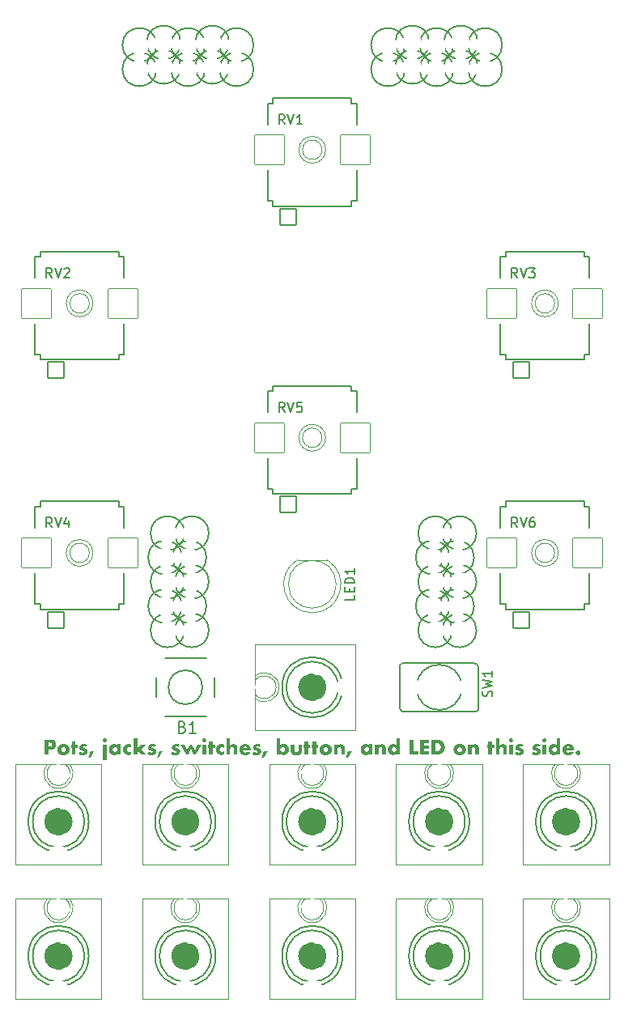
<source format=gto>
G04 #@! TF.GenerationSoftware,KiCad,Pcbnew,7.0.8*
G04 #@! TF.CreationDate,2024-09-22T22:14:17-04:00*
G04 #@! TF.ProjectId,lichen-dev-module,6c696368-656e-42d6-9465-762d6d6f6475,1.0*
G04 #@! TF.SameCoordinates,Original*
G04 #@! TF.FileFunction,Legend,Top*
G04 #@! TF.FilePolarity,Positive*
%FSLAX46Y46*%
G04 Gerber Fmt 4.6, Leading zero omitted, Abs format (unit mm)*
G04 Created by KiCad (PCBNEW 7.0.8) date 2024-09-22 22:14:17*
%MOMM*%
%LPD*%
G01*
G04 APERTURE LIST*
G04 Aperture macros list*
%AMRoundRect*
0 Rectangle with rounded corners*
0 $1 Rounding radius*
0 $2 $3 $4 $5 $6 $7 $8 $9 X,Y pos of 4 corners*
0 Add a 4 corners polygon primitive as box body*
4,1,4,$2,$3,$4,$5,$6,$7,$8,$9,$2,$3,0*
0 Add four circle primitives for the rounded corners*
1,1,$1+$1,$2,$3*
1,1,$1+$1,$4,$5*
1,1,$1+$1,$6,$7*
1,1,$1+$1,$8,$9*
0 Add four rect primitives between the rounded corners*
20,1,$1+$1,$2,$3,$4,$5,0*
20,1,$1+$1,$4,$5,$6,$7,0*
20,1,$1+$1,$6,$7,$8,$9,0*
20,1,$1+$1,$8,$9,$2,$3,0*%
G04 Aperture macros list end*
%ADD10C,0.300000*%
%ADD11C,0.153000*%
%ADD12C,0.150000*%
%ADD13C,0.120000*%
%ADD14C,1.500000*%
%ADD15C,0.127000*%
%ADD16C,0.203200*%
%ADD17C,0.050800*%
%ADD18C,2.000000*%
%ADD19RoundRect,0.076200X-0.825000X0.825000X-0.825000X-0.825000X0.825000X-0.825000X0.825000X0.825000X0*%
%ADD20C,1.802400*%
%ADD21RoundRect,0.076200X-1.558000X1.558000X-1.558000X-1.558000X1.558000X-1.558000X1.558000X1.558000X0*%
%ADD22C,2.032000*%
%ADD23R,1.800000X1.800000*%
%ADD24C,1.800000*%
%ADD25C,1.651000*%
%ADD26C,2.082800*%
G04 APERTURE END LIST*
D10*
G36*
X108069516Y-187782356D02*
G01*
X108085686Y-187782764D01*
X108101613Y-187783444D01*
X108117299Y-187784396D01*
X108132743Y-187785619D01*
X108147945Y-187787115D01*
X108162905Y-187788882D01*
X108177623Y-187790922D01*
X108192099Y-187793233D01*
X108220327Y-187798671D01*
X108247586Y-187805197D01*
X108273879Y-187812810D01*
X108299204Y-187821512D01*
X108323561Y-187831300D01*
X108346951Y-187842177D01*
X108369374Y-187854141D01*
X108390829Y-187867193D01*
X108411317Y-187881332D01*
X108430837Y-187896559D01*
X108449390Y-187912874D01*
X108458304Y-187921439D01*
X108475340Y-187939240D01*
X108491277Y-187957932D01*
X108506114Y-187977514D01*
X108519853Y-187997986D01*
X108532493Y-188019348D01*
X108544033Y-188041601D01*
X108554474Y-188064743D01*
X108563817Y-188088776D01*
X108572060Y-188113698D01*
X108579204Y-188139511D01*
X108585249Y-188166214D01*
X108590195Y-188193808D01*
X108594042Y-188222291D01*
X108596789Y-188251665D01*
X108597751Y-188266685D01*
X108598438Y-188281928D01*
X108598850Y-188297394D01*
X108598988Y-188313082D01*
X108598849Y-188328748D01*
X108598432Y-188344192D01*
X108597738Y-188359414D01*
X108596767Y-188374414D01*
X108595517Y-188389192D01*
X108592186Y-188418083D01*
X108587743Y-188446087D01*
X108582191Y-188473204D01*
X108575527Y-188499434D01*
X108567754Y-188524776D01*
X108558869Y-188549230D01*
X108548874Y-188572798D01*
X108537769Y-188595478D01*
X108525553Y-188617271D01*
X108512227Y-188638177D01*
X108497790Y-188658195D01*
X108482242Y-188677326D01*
X108465584Y-188695570D01*
X108456838Y-188704359D01*
X108438627Y-188721173D01*
X108419441Y-188736903D01*
X108399278Y-188751547D01*
X108378139Y-188765107D01*
X108356024Y-188777582D01*
X108332933Y-188788972D01*
X108308866Y-188799278D01*
X108283823Y-188808498D01*
X108257804Y-188816634D01*
X108230809Y-188823685D01*
X108202838Y-188829652D01*
X108173891Y-188834533D01*
X108159051Y-188836567D01*
X108143968Y-188838330D01*
X108128640Y-188839821D01*
X108113068Y-188841042D01*
X108097253Y-188841991D01*
X108081193Y-188842669D01*
X108064890Y-188843076D01*
X108048342Y-188843211D01*
X107804344Y-188843211D01*
X107804344Y-189370776D01*
X107403175Y-189370776D01*
X107403175Y-188116345D01*
X107804344Y-188116345D01*
X107804344Y-188509087D01*
X107944295Y-188509087D01*
X107972466Y-188508320D01*
X107998820Y-188506019D01*
X108023356Y-188502183D01*
X108046075Y-188496814D01*
X108066977Y-188489910D01*
X108086061Y-188481472D01*
X108103327Y-188471500D01*
X108118776Y-188459994D01*
X108132407Y-188446954D01*
X108144221Y-188432380D01*
X108154217Y-188416271D01*
X108162396Y-188398628D01*
X108168757Y-188379451D01*
X108173301Y-188358740D01*
X108176027Y-188336495D01*
X108176936Y-188312716D01*
X108176027Y-188288936D01*
X108173301Y-188266691D01*
X108168757Y-188245980D01*
X108162396Y-188226803D01*
X108154217Y-188209161D01*
X108144221Y-188193052D01*
X108132407Y-188178478D01*
X108118776Y-188165437D01*
X108103327Y-188153931D01*
X108086061Y-188143959D01*
X108066977Y-188135521D01*
X108046075Y-188128618D01*
X108023356Y-188123248D01*
X107998820Y-188119413D01*
X107972466Y-188117112D01*
X107944295Y-188116345D01*
X107804344Y-188116345D01*
X107403175Y-188116345D01*
X107403175Y-187782220D01*
X108053105Y-187782220D01*
X108069516Y-187782356D01*
G37*
G36*
X109388194Y-188257199D02*
G01*
X109405310Y-188257710D01*
X109422265Y-188258561D01*
X109439061Y-188259753D01*
X109455696Y-188261286D01*
X109472171Y-188263159D01*
X109488486Y-188265373D01*
X109504640Y-188267928D01*
X109520634Y-188270823D01*
X109536468Y-188274059D01*
X109552142Y-188277635D01*
X109567655Y-188281552D01*
X109583008Y-188285810D01*
X109598200Y-188290408D01*
X109613233Y-188295346D01*
X109628105Y-188300626D01*
X109642774Y-188306166D01*
X109657197Y-188311977D01*
X109671373Y-188318061D01*
X109685304Y-188324417D01*
X109698988Y-188331044D01*
X109712426Y-188337943D01*
X109725618Y-188345115D01*
X109738564Y-188352558D01*
X109751263Y-188360273D01*
X109763717Y-188368260D01*
X109775924Y-188376519D01*
X109787886Y-188385050D01*
X109805366Y-188398356D01*
X109822292Y-188412274D01*
X109833269Y-188421892D01*
X109849277Y-188436716D01*
X109864602Y-188452062D01*
X109879244Y-188467929D01*
X109893204Y-188484317D01*
X109906481Y-188501228D01*
X109919075Y-188518660D01*
X109930987Y-188536613D01*
X109942216Y-188555089D01*
X109952763Y-188574086D01*
X109962627Y-188593604D01*
X109968824Y-188606906D01*
X109974680Y-188620413D01*
X109980158Y-188634097D01*
X109985259Y-188647959D01*
X109989981Y-188661998D01*
X109994326Y-188676215D01*
X109998293Y-188690609D01*
X110001882Y-188705181D01*
X110005094Y-188719930D01*
X110007927Y-188734856D01*
X110010383Y-188749960D01*
X110012461Y-188765242D01*
X110014161Y-188780700D01*
X110015484Y-188796337D01*
X110016428Y-188812150D01*
X110016995Y-188828142D01*
X110017184Y-188844310D01*
X110016991Y-188860435D01*
X110016411Y-188876384D01*
X110015445Y-188892160D01*
X110014093Y-188907760D01*
X110012354Y-188923186D01*
X110010229Y-188938437D01*
X110007717Y-188953514D01*
X110004819Y-188968416D01*
X110001535Y-188983144D01*
X109997864Y-188997697D01*
X109993807Y-189012075D01*
X109989363Y-189026279D01*
X109984533Y-189040308D01*
X109979317Y-189054163D01*
X109973714Y-189067843D01*
X109967725Y-189081348D01*
X109961399Y-189094652D01*
X109951374Y-189114178D01*
X109940705Y-189133189D01*
X109929392Y-189151684D01*
X109917435Y-189169665D01*
X109904834Y-189187130D01*
X109891590Y-189204080D01*
X109877701Y-189220515D01*
X109863168Y-189236435D01*
X109847991Y-189251839D01*
X109832170Y-189266728D01*
X109815790Y-189280982D01*
X109798798Y-189294618D01*
X109781194Y-189307635D01*
X109769118Y-189315970D01*
X109756771Y-189324030D01*
X109744151Y-189331815D01*
X109731260Y-189339326D01*
X109718096Y-189346561D01*
X109704661Y-189353522D01*
X109690954Y-189360209D01*
X109676975Y-189366620D01*
X109662724Y-189372757D01*
X109648201Y-189378618D01*
X109633406Y-189384205D01*
X109625907Y-189386896D01*
X109610761Y-189392042D01*
X109595458Y-189396856D01*
X109579998Y-189401339D01*
X109564380Y-189405489D01*
X109548605Y-189409307D01*
X109532673Y-189412793D01*
X109516583Y-189415947D01*
X109500335Y-189418770D01*
X109483931Y-189421260D01*
X109467368Y-189423418D01*
X109450649Y-189425244D01*
X109433772Y-189426738D01*
X109416737Y-189427900D01*
X109399545Y-189428730D01*
X109382196Y-189429228D01*
X109364689Y-189429394D01*
X109347460Y-189429228D01*
X109330394Y-189428730D01*
X109313491Y-189427900D01*
X109296751Y-189426738D01*
X109280175Y-189425244D01*
X109263761Y-189423418D01*
X109247511Y-189421260D01*
X109231424Y-189418770D01*
X109215500Y-189415947D01*
X109199739Y-189412793D01*
X109184142Y-189409307D01*
X109168707Y-189405489D01*
X109153436Y-189401339D01*
X109138327Y-189396856D01*
X109123382Y-189392042D01*
X109108600Y-189386896D01*
X109094072Y-189381442D01*
X109079795Y-189375705D01*
X109065770Y-189369684D01*
X109051997Y-189363380D01*
X109038476Y-189356792D01*
X109025207Y-189349922D01*
X109012189Y-189342768D01*
X108999424Y-189335330D01*
X108986910Y-189327609D01*
X108968612Y-189315497D01*
X108950881Y-189302747D01*
X108933716Y-189289359D01*
X108917118Y-189275334D01*
X108906367Y-189265629D01*
X108890752Y-189250528D01*
X108875782Y-189234898D01*
X108861455Y-189218740D01*
X108847772Y-189202054D01*
X108834733Y-189184840D01*
X108822338Y-189167097D01*
X108810587Y-189148827D01*
X108799481Y-189130029D01*
X108789018Y-189110702D01*
X108782400Y-189097525D01*
X108776069Y-189084112D01*
X108773011Y-189077318D01*
X108767199Y-189063529D01*
X108761762Y-189049549D01*
X108756700Y-189035377D01*
X108752013Y-189021012D01*
X108747702Y-189006457D01*
X108743765Y-188991709D01*
X108740202Y-188976770D01*
X108737015Y-188961639D01*
X108734203Y-188946316D01*
X108731766Y-188930801D01*
X108729704Y-188915095D01*
X108728017Y-188899196D01*
X108726704Y-188883106D01*
X108725767Y-188866825D01*
X108725204Y-188850351D01*
X108725087Y-188839914D01*
X109126186Y-188839914D01*
X109126669Y-188857093D01*
X109128118Y-188873824D01*
X109130533Y-188890108D01*
X109133914Y-188905945D01*
X109138261Y-188921335D01*
X109143574Y-188936278D01*
X109145970Y-188942130D01*
X109152456Y-188956269D01*
X109159551Y-188969836D01*
X109167254Y-188982830D01*
X109175565Y-188995252D01*
X109184484Y-189007102D01*
X109194012Y-189018379D01*
X109197993Y-189022730D01*
X109208487Y-189033116D01*
X109219589Y-189042751D01*
X109231299Y-189051635D01*
X109243617Y-189059767D01*
X109256544Y-189067148D01*
X109270078Y-189073777D01*
X109275662Y-189076219D01*
X109289870Y-189081707D01*
X109304328Y-189086265D01*
X109319036Y-189089893D01*
X109333995Y-189092591D01*
X109349204Y-189094358D01*
X109364663Y-189095195D01*
X109370917Y-189095270D01*
X109386574Y-189094805D01*
X109401944Y-189093409D01*
X109417028Y-189091084D01*
X109431825Y-189087828D01*
X109446337Y-189083642D01*
X109460562Y-189078526D01*
X109466172Y-189076219D01*
X109479941Y-189069890D01*
X109493084Y-189062809D01*
X109505601Y-189054978D01*
X109517492Y-189046395D01*
X109530934Y-189035103D01*
X109541447Y-189024867D01*
X109543475Y-189022730D01*
X109553351Y-189011682D01*
X109562602Y-189000061D01*
X109571226Y-188987868D01*
X109579224Y-188975102D01*
X109586596Y-188961764D01*
X109593342Y-188947854D01*
X109595865Y-188942130D01*
X109601670Y-188927420D01*
X109606491Y-188912370D01*
X109610328Y-188896980D01*
X109613181Y-188881250D01*
X109615051Y-188865181D01*
X109615936Y-188848771D01*
X109616015Y-188842112D01*
X109615523Y-188826209D01*
X109614047Y-188810556D01*
X109611587Y-188795154D01*
X109608144Y-188780002D01*
X109603716Y-188765101D01*
X109598305Y-188750450D01*
X109595865Y-188744659D01*
X109589369Y-188730520D01*
X109582248Y-188716953D01*
X109574500Y-188703959D01*
X109566126Y-188691536D01*
X109557126Y-188679687D01*
X109547500Y-188668410D01*
X109543475Y-188664059D01*
X109533087Y-188653673D01*
X109519795Y-188642201D01*
X109505601Y-188631811D01*
X109493084Y-188623979D01*
X109479941Y-188616899D01*
X109466172Y-188610570D01*
X109452061Y-188604976D01*
X109437664Y-188600330D01*
X109422981Y-188596633D01*
X109408012Y-188593883D01*
X109392756Y-188592082D01*
X109377214Y-188591229D01*
X109370917Y-188591153D01*
X109355357Y-188591627D01*
X109340048Y-188593049D01*
X109324989Y-188595419D01*
X109310181Y-188598738D01*
X109295623Y-188603004D01*
X109281315Y-188608219D01*
X109275662Y-188610570D01*
X109261884Y-188616899D01*
X109248715Y-188623979D01*
X109236153Y-188631811D01*
X109224200Y-188640394D01*
X109212855Y-188649729D01*
X109202118Y-188659814D01*
X109197993Y-188664059D01*
X109188222Y-188675081D01*
X109179060Y-188686621D01*
X109170505Y-188698680D01*
X109162559Y-188711257D01*
X109155221Y-188724354D01*
X109148491Y-188737969D01*
X109145970Y-188743560D01*
X109140270Y-188757794D01*
X109135537Y-188772333D01*
X109131769Y-188787175D01*
X109128968Y-188802322D01*
X109127133Y-188817772D01*
X109126263Y-188833527D01*
X109126186Y-188839914D01*
X108725087Y-188839914D01*
X108725017Y-188833686D01*
X108725204Y-188818546D01*
X108725767Y-188803535D01*
X108726704Y-188788653D01*
X108728017Y-188773900D01*
X108729704Y-188759275D01*
X108732938Y-188737580D01*
X108737015Y-188716174D01*
X108741937Y-188695059D01*
X108747702Y-188674233D01*
X108754310Y-188653697D01*
X108761762Y-188633451D01*
X108770058Y-188613494D01*
X108773011Y-188606906D01*
X108782407Y-188587433D01*
X108792459Y-188568442D01*
X108803169Y-188549935D01*
X108814536Y-188531910D01*
X108826559Y-188514369D01*
X108839240Y-188497310D01*
X108852577Y-188480735D01*
X108866571Y-188464643D01*
X108881222Y-188449033D01*
X108896530Y-188433907D01*
X108907100Y-188424091D01*
X108923526Y-188409755D01*
X108940519Y-188396012D01*
X108958079Y-188382862D01*
X108970100Y-188374424D01*
X108982374Y-188366249D01*
X108994899Y-188358338D01*
X109007676Y-188350690D01*
X109020704Y-188343306D01*
X109033985Y-188336185D01*
X109047518Y-188329327D01*
X109061302Y-188322732D01*
X109075339Y-188316401D01*
X109089627Y-188310333D01*
X109104167Y-188304528D01*
X109111531Y-188301725D01*
X109126455Y-188296312D01*
X109141550Y-188291249D01*
X109156817Y-188286535D01*
X109172256Y-188282170D01*
X109187867Y-188278155D01*
X109203649Y-188274488D01*
X109219603Y-188271171D01*
X109235729Y-188268203D01*
X109252026Y-188265584D01*
X109268495Y-188263314D01*
X109285136Y-188261393D01*
X109301949Y-188259822D01*
X109318934Y-188258600D01*
X109336090Y-188257727D01*
X109353418Y-188257203D01*
X109370917Y-188257028D01*
X109388194Y-188257199D01*
G37*
G36*
X110646231Y-188632185D02*
G01*
X110646231Y-189382500D01*
X110271074Y-189382500D01*
X110271074Y-188632185D01*
X110153838Y-188632185D01*
X110153838Y-188303923D01*
X110271074Y-188303923D01*
X110271074Y-187975661D01*
X110646231Y-187975661D01*
X110646231Y-188303923D01*
X110880704Y-188303923D01*
X110880704Y-188632185D01*
X110646231Y-188632185D01*
G37*
G36*
X111744591Y-188570270D02*
G01*
X111731281Y-188563571D01*
X111718001Y-188557304D01*
X111698141Y-188548714D01*
X111678352Y-188541097D01*
X111658634Y-188534452D01*
X111638987Y-188528779D01*
X111619410Y-188524079D01*
X111599905Y-188520351D01*
X111580470Y-188517596D01*
X111561106Y-188515813D01*
X111541813Y-188515003D01*
X111535397Y-188514949D01*
X111519077Y-188515477D01*
X111503777Y-188517060D01*
X111486762Y-188520353D01*
X111471216Y-188525166D01*
X111457138Y-188531498D01*
X111448569Y-188536564D01*
X111435721Y-188546722D01*
X111426029Y-188558283D01*
X111418816Y-188573212D01*
X111415886Y-188587778D01*
X111415596Y-188594450D01*
X111416578Y-188610038D01*
X111420104Y-188624417D01*
X111420725Y-188625957D01*
X111429897Y-188638103D01*
X111441934Y-188646973D01*
X111444173Y-188648306D01*
X111458758Y-188655393D01*
X111473653Y-188660871D01*
X111489132Y-188665496D01*
X111497662Y-188667723D01*
X111514118Y-188671620D01*
X111529927Y-188675295D01*
X111544300Y-188678594D01*
X111559765Y-188682107D01*
X111576321Y-188685835D01*
X111590352Y-188688972D01*
X111610003Y-188693199D01*
X111629021Y-188697822D01*
X111647406Y-188702839D01*
X111665159Y-188708252D01*
X111682279Y-188714059D01*
X111698767Y-188720262D01*
X111714622Y-188726859D01*
X111729845Y-188733852D01*
X111744435Y-188741239D01*
X111758393Y-188749021D01*
X111771718Y-188757199D01*
X111784411Y-188765771D01*
X111796470Y-188774738D01*
X111807898Y-188784101D01*
X111823853Y-188798885D01*
X111828855Y-188804010D01*
X111842997Y-188819872D01*
X111855749Y-188836545D01*
X111867109Y-188854030D01*
X111877078Y-188872326D01*
X111885656Y-188891433D01*
X111892843Y-188911352D01*
X111898639Y-188932083D01*
X111903044Y-188953624D01*
X111905208Y-188968436D01*
X111906753Y-188983609D01*
X111907681Y-188999142D01*
X111907990Y-189015036D01*
X111907655Y-189033001D01*
X111906650Y-189050624D01*
X111904976Y-189067905D01*
X111902632Y-189084846D01*
X111899618Y-189101445D01*
X111895934Y-189117703D01*
X111891581Y-189133619D01*
X111886557Y-189149194D01*
X111880864Y-189164428D01*
X111874502Y-189179320D01*
X111869888Y-189189059D01*
X111862483Y-189203338D01*
X111854556Y-189217185D01*
X111846108Y-189230600D01*
X111837138Y-189243584D01*
X111827647Y-189256137D01*
X111817634Y-189268258D01*
X111807099Y-189279948D01*
X111796043Y-189291206D01*
X111784465Y-189302033D01*
X111772365Y-189312428D01*
X111764009Y-189319118D01*
X111751059Y-189328736D01*
X111737626Y-189337940D01*
X111723710Y-189346733D01*
X111709312Y-189355114D01*
X111694430Y-189363082D01*
X111679065Y-189370638D01*
X111663217Y-189377783D01*
X111646887Y-189384515D01*
X111630073Y-189390834D01*
X111612776Y-189396742D01*
X111600977Y-189400451D01*
X111583014Y-189405624D01*
X111564711Y-189410287D01*
X111546066Y-189414442D01*
X111527080Y-189418088D01*
X111507752Y-189421226D01*
X111488083Y-189423854D01*
X111468073Y-189425974D01*
X111447722Y-189427585D01*
X111427029Y-189428688D01*
X111405995Y-189429281D01*
X111391783Y-189429394D01*
X111364330Y-189428913D01*
X111336925Y-189427471D01*
X111309570Y-189425066D01*
X111282262Y-189421700D01*
X111255004Y-189417373D01*
X111227794Y-189412083D01*
X111200633Y-189405832D01*
X111173521Y-189398620D01*
X111146457Y-189390445D01*
X111119442Y-189381309D01*
X111092476Y-189371211D01*
X111065558Y-189360151D01*
X111052117Y-189354261D01*
X111038689Y-189348130D01*
X111025273Y-189341759D01*
X111011868Y-189335147D01*
X110998477Y-189328295D01*
X110985097Y-189321202D01*
X110971729Y-189313869D01*
X110958374Y-189306296D01*
X111096859Y-189034820D01*
X111117400Y-189048528D01*
X111137806Y-189061353D01*
X111158078Y-189073292D01*
X111178215Y-189084348D01*
X111198218Y-189094519D01*
X111218086Y-189103805D01*
X111237819Y-189112207D01*
X111257418Y-189119725D01*
X111276883Y-189126358D01*
X111296213Y-189132107D01*
X111315408Y-189136971D01*
X111334469Y-189140951D01*
X111353396Y-189144046D01*
X111372188Y-189146258D01*
X111390845Y-189147584D01*
X111409368Y-189148026D01*
X111425829Y-189147454D01*
X111441325Y-189145737D01*
X111455854Y-189142874D01*
X111472014Y-189137928D01*
X111486783Y-189131334D01*
X111498028Y-189124579D01*
X111509856Y-189115211D01*
X111520563Y-189103175D01*
X111527938Y-189089946D01*
X111531983Y-189075526D01*
X111532833Y-189064495D01*
X111532060Y-189049417D01*
X111529205Y-189034691D01*
X111527337Y-189029324D01*
X111519186Y-189015952D01*
X111508111Y-189005896D01*
X111504989Y-189003679D01*
X111491203Y-188995670D01*
X111477025Y-188989568D01*
X111462233Y-188984485D01*
X111454064Y-188982063D01*
X111438354Y-188977843D01*
X111423353Y-188974143D01*
X111406935Y-188970364D01*
X111392172Y-188967157D01*
X111376424Y-188963896D01*
X111366503Y-188961913D01*
X111344260Y-188957153D01*
X111322866Y-188952125D01*
X111302322Y-188946827D01*
X111282629Y-188941260D01*
X111263785Y-188935423D01*
X111245792Y-188929318D01*
X111228649Y-188922944D01*
X111212356Y-188916301D01*
X111196912Y-188909389D01*
X111182319Y-188902207D01*
X111168577Y-188894757D01*
X111155684Y-188887038D01*
X111137938Y-188874954D01*
X111122105Y-188862265D01*
X111112613Y-188853469D01*
X111099715Y-188839588D01*
X111088085Y-188824734D01*
X111077724Y-188808908D01*
X111068632Y-188792109D01*
X111060809Y-188774338D01*
X111054254Y-188755594D01*
X111048968Y-188735878D01*
X111044950Y-188715190D01*
X111042201Y-188693529D01*
X111041074Y-188678548D01*
X111040510Y-188663135D01*
X111040439Y-188655266D01*
X111040735Y-188638120D01*
X111041624Y-188621302D01*
X111043105Y-188604812D01*
X111045179Y-188588651D01*
X111047845Y-188572818D01*
X111051104Y-188557314D01*
X111054955Y-188542138D01*
X111059399Y-188527291D01*
X111064435Y-188512772D01*
X111070063Y-188498581D01*
X111074145Y-188489303D01*
X111080791Y-188475627D01*
X111087952Y-188462350D01*
X111095629Y-188449472D01*
X111103820Y-188436993D01*
X111112527Y-188424914D01*
X111121749Y-188413234D01*
X111131486Y-188401953D01*
X111141739Y-188391072D01*
X111152507Y-188380590D01*
X111163789Y-188370507D01*
X111171598Y-188364007D01*
X111183779Y-188354596D01*
X111196417Y-188345597D01*
X111209513Y-188337010D01*
X111223066Y-188328836D01*
X111237076Y-188321074D01*
X111251544Y-188313723D01*
X111266468Y-188306785D01*
X111281850Y-188300259D01*
X111297690Y-188294146D01*
X111313986Y-188288444D01*
X111325104Y-188284872D01*
X111342180Y-188279896D01*
X111359610Y-188275410D01*
X111377394Y-188271413D01*
X111395532Y-188267905D01*
X111414024Y-188264887D01*
X111432871Y-188262358D01*
X111452072Y-188260319D01*
X111471627Y-188258769D01*
X111491536Y-188257708D01*
X111511800Y-188257137D01*
X111525505Y-188257028D01*
X111547951Y-188257295D01*
X111570316Y-188258093D01*
X111592602Y-188259424D01*
X111614807Y-188261287D01*
X111636932Y-188263683D01*
X111658977Y-188266611D01*
X111680941Y-188270072D01*
X111702826Y-188274064D01*
X111724630Y-188278590D01*
X111746354Y-188283647D01*
X111767999Y-188289237D01*
X111789563Y-188295359D01*
X111811046Y-188302014D01*
X111832450Y-188309201D01*
X111853774Y-188316920D01*
X111875017Y-188325172D01*
X111744591Y-188570270D01*
G37*
G36*
X112215736Y-188983895D02*
G01*
X112572941Y-188983895D01*
X112186427Y-189687315D01*
X111942794Y-189687315D01*
X112215736Y-188983895D01*
G37*
G36*
X113887822Y-188303923D02*
G01*
X113887822Y-189921788D01*
X113512665Y-189921788D01*
X113512665Y-188303923D01*
X113887822Y-188303923D01*
G37*
G36*
X113489218Y-187881871D02*
G01*
X113489798Y-187865716D01*
X113491536Y-187849946D01*
X113494434Y-187834563D01*
X113498492Y-187819567D01*
X113503708Y-187804956D01*
X113505704Y-187800172D01*
X113512325Y-187786082D01*
X113519821Y-187772661D01*
X113528193Y-187759909D01*
X113537441Y-187747828D01*
X113547564Y-187736416D01*
X113551134Y-187732761D01*
X113562309Y-187722346D01*
X113574129Y-187712806D01*
X113586592Y-187704142D01*
X113599700Y-187696354D01*
X113613451Y-187689441D01*
X113618178Y-187687332D01*
X113632784Y-187681729D01*
X113647751Y-187677286D01*
X113663078Y-187674001D01*
X113678766Y-187671876D01*
X113694814Y-187670910D01*
X113700244Y-187670846D01*
X113716400Y-187671425D01*
X113732169Y-187673164D01*
X113747552Y-187676062D01*
X113762549Y-187680119D01*
X113777159Y-187685336D01*
X113781943Y-187687332D01*
X113796021Y-187693952D01*
X113809403Y-187701448D01*
X113822090Y-187709820D01*
X113834081Y-187719068D01*
X113845377Y-187729192D01*
X113848988Y-187732761D01*
X113859403Y-187743950D01*
X113868943Y-187755808D01*
X113877607Y-187768336D01*
X113885395Y-187781533D01*
X113892307Y-187795401D01*
X113894417Y-187800172D01*
X113900144Y-187814654D01*
X113904686Y-187829521D01*
X113908044Y-187844776D01*
X113910216Y-187860416D01*
X113911204Y-187876443D01*
X113911270Y-187881871D01*
X113910677Y-187897916D01*
X113908900Y-187913625D01*
X113905937Y-187928999D01*
X113901790Y-187944039D01*
X113896458Y-187958744D01*
X113894417Y-187963571D01*
X113887797Y-187977661D01*
X113880300Y-187991082D01*
X113871928Y-188003834D01*
X113862681Y-188015915D01*
X113852557Y-188027327D01*
X113848988Y-188030982D01*
X113837924Y-188041286D01*
X113826164Y-188050765D01*
X113813709Y-188059421D01*
X113800559Y-188067252D01*
X113786713Y-188074258D01*
X113781943Y-188076411D01*
X113767462Y-188082014D01*
X113752594Y-188086457D01*
X113737340Y-188089742D01*
X113721699Y-188091867D01*
X113705672Y-188092833D01*
X113700244Y-188092897D01*
X113684075Y-188092318D01*
X113668267Y-188090579D01*
X113652820Y-188087681D01*
X113637733Y-188083624D01*
X113623007Y-188078407D01*
X113618178Y-188076411D01*
X113604212Y-188069679D01*
X113590890Y-188062123D01*
X113578212Y-188053742D01*
X113566177Y-188044537D01*
X113554787Y-188034508D01*
X113551134Y-188030982D01*
X113540718Y-188019793D01*
X113531178Y-188007935D01*
X113522514Y-187995407D01*
X113514726Y-187982209D01*
X113507814Y-187968342D01*
X113505704Y-187963571D01*
X113500102Y-187948978D01*
X113495658Y-187934050D01*
X113492374Y-187918787D01*
X113490248Y-187903189D01*
X113489282Y-187887257D01*
X113489218Y-187881871D01*
G37*
G36*
X114690350Y-188251715D02*
G01*
X114714552Y-188253359D01*
X114738218Y-188256100D01*
X114761349Y-188259936D01*
X114783945Y-188264870D01*
X114806006Y-188270899D01*
X114827531Y-188278024D01*
X114848521Y-188286246D01*
X114868976Y-188295564D01*
X114888895Y-188305978D01*
X114908280Y-188317489D01*
X114927129Y-188330095D01*
X114945443Y-188343798D01*
X114963222Y-188358597D01*
X114980465Y-188374493D01*
X114997173Y-188391484D01*
X114997173Y-188280476D01*
X115372330Y-188280476D01*
X115372330Y-189359052D01*
X114997173Y-189359052D01*
X114997173Y-189242182D01*
X114981726Y-189262013D01*
X114965609Y-189280564D01*
X114948822Y-189297836D01*
X114931365Y-189313829D01*
X114913239Y-189328542D01*
X114894442Y-189341976D01*
X114874977Y-189354131D01*
X114854841Y-189365006D01*
X114834035Y-189374601D01*
X114812560Y-189382917D01*
X114790415Y-189389954D01*
X114767600Y-189395712D01*
X114744116Y-189400189D01*
X114719961Y-189403388D01*
X114695137Y-189405307D01*
X114669644Y-189405947D01*
X114647898Y-189405567D01*
X114626487Y-189404427D01*
X114605411Y-189402527D01*
X114584670Y-189399867D01*
X114564264Y-189396448D01*
X114544192Y-189392268D01*
X114524456Y-189387329D01*
X114505054Y-189381629D01*
X114485988Y-189375170D01*
X114467256Y-189367951D01*
X114454954Y-189362716D01*
X114436829Y-189354301D01*
X114419135Y-189345268D01*
X114401873Y-189335616D01*
X114385042Y-189325347D01*
X114368642Y-189314459D01*
X114352674Y-189302953D01*
X114337138Y-189290828D01*
X114322033Y-189278086D01*
X114307359Y-189264725D01*
X114293117Y-189250746D01*
X114283862Y-189241083D01*
X114270475Y-189226076D01*
X114257656Y-189210592D01*
X114245402Y-189194631D01*
X114233716Y-189178194D01*
X114222596Y-189161281D01*
X114212043Y-189143890D01*
X114202057Y-189126024D01*
X114192637Y-189107681D01*
X114183785Y-189088861D01*
X114175498Y-189069564D01*
X114170289Y-189056435D01*
X114163022Y-189036412D01*
X114156469Y-189016048D01*
X114150631Y-188995342D01*
X114145508Y-188974295D01*
X114141100Y-188952907D01*
X114138558Y-188938458D01*
X114136334Y-188923858D01*
X114134428Y-188909106D01*
X114132839Y-188894203D01*
X114131569Y-188879148D01*
X114130616Y-188863941D01*
X114129980Y-188848582D01*
X114129662Y-188833072D01*
X114129625Y-188825626D01*
X114530792Y-188825626D01*
X114531239Y-188841713D01*
X114532580Y-188857461D01*
X114534817Y-188872869D01*
X114537947Y-188887936D01*
X114541972Y-188902664D01*
X114546892Y-188917052D01*
X114549110Y-188922712D01*
X114555262Y-188936508D01*
X114562040Y-188949732D01*
X114569444Y-188962383D01*
X114579156Y-188976808D01*
X114589769Y-188990410D01*
X114599302Y-189001114D01*
X114611679Y-189013101D01*
X114624907Y-189024058D01*
X114638985Y-189033984D01*
X114653913Y-189042880D01*
X114667002Y-189049506D01*
X114675139Y-189053138D01*
X114689153Y-189058521D01*
X114703489Y-189062991D01*
X114718148Y-189066549D01*
X114733128Y-189069195D01*
X114748430Y-189070929D01*
X114764054Y-189071750D01*
X114770394Y-189071823D01*
X114785707Y-189071366D01*
X114800733Y-189069998D01*
X114815474Y-189067717D01*
X114829928Y-189064524D01*
X114844096Y-189060418D01*
X114857978Y-189055401D01*
X114863450Y-189053138D01*
X114876894Y-189046941D01*
X114892247Y-189038561D01*
X114906750Y-189029150D01*
X114920402Y-189018708D01*
X114933205Y-189007237D01*
X114939288Y-189001114D01*
X114950802Y-188988239D01*
X114961441Y-188974616D01*
X114971204Y-188960246D01*
X114980092Y-188945129D01*
X114986829Y-188931961D01*
X114990579Y-188923811D01*
X114996173Y-188909921D01*
X115000818Y-188895726D01*
X115004516Y-188881227D01*
X115007265Y-188866424D01*
X115009067Y-188851317D01*
X115009920Y-188835905D01*
X115009996Y-188829656D01*
X115009522Y-188814105D01*
X115008100Y-188798823D01*
X115005730Y-188783808D01*
X115002411Y-188769063D01*
X114998145Y-188754585D01*
X114992930Y-188740376D01*
X114990579Y-188734767D01*
X114984207Y-188720972D01*
X114977226Y-188707748D01*
X114969638Y-188695097D01*
X114959729Y-188680671D01*
X114948944Y-188667070D01*
X114939288Y-188656366D01*
X114926910Y-188644379D01*
X114913682Y-188633422D01*
X114899604Y-188623496D01*
X114884677Y-188614600D01*
X114871587Y-188607974D01*
X114863450Y-188604342D01*
X114849683Y-188598853D01*
X114835630Y-188594295D01*
X114821290Y-188590668D01*
X114806664Y-188587970D01*
X114791752Y-188586202D01*
X114776553Y-188585365D01*
X114770394Y-188585291D01*
X114754641Y-188585756D01*
X114739210Y-188587151D01*
X114724101Y-188589477D01*
X114709314Y-188592733D01*
X114694849Y-188596919D01*
X114680706Y-188602035D01*
X114675139Y-188604342D01*
X114661696Y-188610538D01*
X114646343Y-188618919D01*
X114631840Y-188628330D01*
X114618187Y-188638771D01*
X114605384Y-188650243D01*
X114599302Y-188656366D01*
X114587937Y-188669203D01*
X114577474Y-188682709D01*
X114567913Y-188696886D01*
X114559254Y-188711732D01*
X114551495Y-188727248D01*
X114549110Y-188732569D01*
X114542884Y-188748789D01*
X114537947Y-188765576D01*
X114534817Y-188779998D01*
X114532580Y-188794814D01*
X114531239Y-188810023D01*
X114530792Y-188825626D01*
X114129625Y-188825626D01*
X114129623Y-188825259D01*
X114129970Y-188803518D01*
X114131014Y-188781983D01*
X114132753Y-188760653D01*
X114135187Y-188739530D01*
X114138317Y-188718613D01*
X114142142Y-188697902D01*
X114146663Y-188677397D01*
X114151879Y-188657098D01*
X114157791Y-188637005D01*
X114164399Y-188617119D01*
X114169190Y-188603975D01*
X114176948Y-188584561D01*
X114185247Y-188565610D01*
X114194087Y-188547123D01*
X114203468Y-188529100D01*
X114213390Y-188511540D01*
X114223853Y-188494444D01*
X114234857Y-188477812D01*
X114246401Y-188461643D01*
X114258487Y-188445938D01*
X114271114Y-188430697D01*
X114279832Y-188420793D01*
X114293328Y-188406317D01*
X114307301Y-188392427D01*
X114321750Y-188379123D01*
X114336676Y-188366405D01*
X114352078Y-188354273D01*
X114367957Y-188342728D01*
X114384312Y-188331768D01*
X114401144Y-188321394D01*
X114418453Y-188311606D01*
X114436238Y-188302405D01*
X114448360Y-188296596D01*
X114466953Y-188288477D01*
X114485913Y-188281157D01*
X114505241Y-188274635D01*
X114524935Y-188268912D01*
X114544997Y-188263988D01*
X114565426Y-188259862D01*
X114586222Y-188256535D01*
X114607385Y-188254006D01*
X114628915Y-188252276D01*
X114650812Y-188251344D01*
X114665614Y-188251167D01*
X114690350Y-188251715D01*
G37*
G36*
X116456769Y-188651969D02*
G01*
X116444535Y-188643895D01*
X116426164Y-188632760D01*
X116407767Y-188622797D01*
X116389345Y-188614007D01*
X116370896Y-188606388D01*
X116352422Y-188599942D01*
X116333922Y-188594667D01*
X116315396Y-188590565D01*
X116296845Y-188587635D01*
X116278268Y-188585877D01*
X116259665Y-188585291D01*
X116242899Y-188585756D01*
X116226491Y-188587151D01*
X116210442Y-188589477D01*
X116194749Y-188592733D01*
X116179415Y-188596919D01*
X116164438Y-188602035D01*
X116158548Y-188604342D01*
X116144285Y-188610565D01*
X116130577Y-188617558D01*
X116117423Y-188625320D01*
X116104824Y-188633851D01*
X116092780Y-188643152D01*
X116081290Y-188653221D01*
X116076849Y-188657465D01*
X116066234Y-188668540D01*
X116056370Y-188680241D01*
X116047257Y-188692568D01*
X116038896Y-188705521D01*
X116031286Y-188719101D01*
X116024427Y-188733306D01*
X116021894Y-188739164D01*
X116016195Y-188754087D01*
X116011461Y-188769546D01*
X116007694Y-188785543D01*
X116004893Y-188802075D01*
X116003057Y-188819145D01*
X116002188Y-188836751D01*
X116002110Y-188843944D01*
X116002593Y-188861352D01*
X116004042Y-188878312D01*
X116006457Y-188894825D01*
X116009838Y-188910891D01*
X116014185Y-188926510D01*
X116019498Y-188941682D01*
X116021894Y-188947625D01*
X116028425Y-188961976D01*
X116035654Y-188975718D01*
X116043581Y-188988852D01*
X116052205Y-189001378D01*
X116061527Y-189013295D01*
X116071547Y-189024605D01*
X116075750Y-189028958D01*
X116086728Y-189039344D01*
X116098368Y-189048979D01*
X116110671Y-189057863D01*
X116123635Y-189065995D01*
X116137261Y-189073376D01*
X116151548Y-189080006D01*
X116157449Y-189082447D01*
X116172599Y-189087830D01*
X116188053Y-189092300D01*
X116203812Y-189095858D01*
X116219874Y-189098504D01*
X116236241Y-189100238D01*
X116252911Y-189101059D01*
X116259665Y-189101132D01*
X116279326Y-189100488D01*
X116298742Y-189098556D01*
X116317914Y-189095336D01*
X116336841Y-189090828D01*
X116355524Y-189085032D01*
X116373962Y-189077948D01*
X116392155Y-189069576D01*
X116410103Y-189059916D01*
X116427806Y-189048968D01*
X116445265Y-189036732D01*
X116456769Y-189027859D01*
X116456769Y-189346229D01*
X116439196Y-189353461D01*
X116421741Y-189360226D01*
X116404403Y-189366524D01*
X116387182Y-189372356D01*
X116370079Y-189377721D01*
X116353093Y-189382620D01*
X116336225Y-189387052D01*
X116319474Y-189391017D01*
X116302840Y-189394517D01*
X116286323Y-189397549D01*
X116269924Y-189400115D01*
X116253642Y-189402214D01*
X116237478Y-189403847D01*
X116221431Y-189405014D01*
X116205501Y-189405714D01*
X116189689Y-189405947D01*
X116175033Y-189405791D01*
X116153215Y-189404972D01*
X116131597Y-189403451D01*
X116110179Y-189401228D01*
X116088960Y-189398303D01*
X116067941Y-189394676D01*
X116047122Y-189390348D01*
X116026502Y-189385317D01*
X116006082Y-189379584D01*
X115985861Y-189373150D01*
X115965840Y-189366013D01*
X115946138Y-189358220D01*
X115926874Y-189349814D01*
X115908048Y-189340797D01*
X115889660Y-189331168D01*
X115871709Y-189320928D01*
X115854197Y-189310075D01*
X115837122Y-189298611D01*
X115820485Y-189286535D01*
X115804287Y-189273847D01*
X115788526Y-189260547D01*
X115778262Y-189251341D01*
X115763367Y-189237001D01*
X115749046Y-189222146D01*
X115735297Y-189206776D01*
X115722122Y-189190891D01*
X115709520Y-189174490D01*
X115697491Y-189157575D01*
X115686036Y-189140144D01*
X115675153Y-189122198D01*
X115664844Y-189103736D01*
X115655108Y-189084760D01*
X115648935Y-189071823D01*
X115640358Y-189052032D01*
X115632625Y-189031817D01*
X115625735Y-189011177D01*
X115619689Y-188990112D01*
X115616127Y-188975832D01*
X115612940Y-188961364D01*
X115610128Y-188946706D01*
X115607691Y-188931860D01*
X115605629Y-188916825D01*
X115603941Y-188901601D01*
X115602629Y-188886188D01*
X115601692Y-188870586D01*
X115601129Y-188854795D01*
X115600942Y-188838815D01*
X115601122Y-188822871D01*
X115601663Y-188807096D01*
X115602564Y-188791490D01*
X115603827Y-188776052D01*
X115605450Y-188760784D01*
X115607433Y-188745684D01*
X115609777Y-188730753D01*
X115612482Y-188715991D01*
X115615548Y-188701398D01*
X115618974Y-188686974D01*
X115622760Y-188672719D01*
X115626908Y-188658632D01*
X115633805Y-188637819D01*
X115641514Y-188617386D01*
X115647104Y-188603975D01*
X115656055Y-188584246D01*
X115665599Y-188565039D01*
X115675736Y-188546354D01*
X115686465Y-188528190D01*
X115697786Y-188510547D01*
X115709700Y-188493426D01*
X115722207Y-188476827D01*
X115735306Y-188460750D01*
X115748997Y-188445194D01*
X115763281Y-188430160D01*
X115773133Y-188420427D01*
X115788441Y-188406298D01*
X115804277Y-188392761D01*
X115820641Y-188379816D01*
X115837533Y-188367464D01*
X115854953Y-188355705D01*
X115872901Y-188344538D01*
X115891378Y-188333964D01*
X115910382Y-188323982D01*
X115929915Y-188314592D01*
X115949975Y-188305795D01*
X115963642Y-188300259D01*
X115977488Y-188295024D01*
X115991457Y-188290127D01*
X116005549Y-188285568D01*
X116019765Y-188281346D01*
X116034103Y-188277462D01*
X116048564Y-188273916D01*
X116063149Y-188270707D01*
X116077856Y-188267836D01*
X116092687Y-188265303D01*
X116107641Y-188263108D01*
X116122717Y-188261250D01*
X116137917Y-188259730D01*
X116153240Y-188258548D01*
X116168686Y-188257704D01*
X116184255Y-188257197D01*
X116199947Y-188257028D01*
X116217265Y-188257267D01*
X116234414Y-188257984D01*
X116251394Y-188259179D01*
X116268205Y-188260852D01*
X116284848Y-188263003D01*
X116301321Y-188265632D01*
X116317626Y-188268739D01*
X116333762Y-188272324D01*
X116349729Y-188276387D01*
X116365527Y-188280928D01*
X116381156Y-188285947D01*
X116396616Y-188291444D01*
X116411908Y-188297419D01*
X116427030Y-188303872D01*
X116441984Y-188310802D01*
X116456769Y-188318211D01*
X116456769Y-188651969D01*
G37*
G36*
X117104501Y-187623951D02*
G01*
X117104501Y-188693002D01*
X117503471Y-188303923D01*
X118024075Y-188303923D01*
X117484420Y-188802178D01*
X118055582Y-189382500D01*
X117522522Y-189382500D01*
X117104501Y-188943229D01*
X117104501Y-189382500D01*
X116729344Y-189382500D01*
X116729344Y-187623951D01*
X117104501Y-187623951D01*
G37*
G36*
X118928262Y-188570270D02*
G01*
X118914951Y-188563571D01*
X118901672Y-188557304D01*
X118881812Y-188548714D01*
X118862023Y-188541097D01*
X118842305Y-188534452D01*
X118822657Y-188528779D01*
X118803081Y-188524079D01*
X118783575Y-188520351D01*
X118764140Y-188517596D01*
X118744776Y-188515813D01*
X118725483Y-188515003D01*
X118719068Y-188514949D01*
X118702748Y-188515477D01*
X118687448Y-188517060D01*
X118670433Y-188520353D01*
X118654887Y-188525166D01*
X118640809Y-188531498D01*
X118632240Y-188536564D01*
X118619392Y-188546722D01*
X118609700Y-188558283D01*
X118602487Y-188573212D01*
X118599557Y-188587778D01*
X118599267Y-188594450D01*
X118600249Y-188610038D01*
X118603775Y-188624417D01*
X118604396Y-188625957D01*
X118613568Y-188638103D01*
X118625605Y-188646973D01*
X118627843Y-188648306D01*
X118642428Y-188655393D01*
X118657324Y-188660871D01*
X118672803Y-188665496D01*
X118681332Y-188667723D01*
X118697789Y-188671620D01*
X118713597Y-188675295D01*
X118727971Y-188678594D01*
X118743436Y-188682107D01*
X118759992Y-188685835D01*
X118774023Y-188688972D01*
X118793673Y-188693199D01*
X118812691Y-188697822D01*
X118831077Y-188702839D01*
X118848830Y-188708252D01*
X118865950Y-188714059D01*
X118882438Y-188720262D01*
X118898293Y-188726859D01*
X118913516Y-188733852D01*
X118928106Y-188741239D01*
X118942064Y-188749021D01*
X118955389Y-188757199D01*
X118968081Y-188765771D01*
X118980141Y-188774738D01*
X118991569Y-188784101D01*
X119007524Y-188798885D01*
X119012526Y-188804010D01*
X119026668Y-188819872D01*
X119039419Y-188836545D01*
X119050779Y-188854030D01*
X119060748Y-188872326D01*
X119069326Y-188891433D01*
X119076514Y-188911352D01*
X119082310Y-188932083D01*
X119086714Y-188953624D01*
X119088878Y-188968436D01*
X119090424Y-188983609D01*
X119091351Y-188999142D01*
X119091660Y-189015036D01*
X119091326Y-189033001D01*
X119090321Y-189050624D01*
X119088646Y-189067905D01*
X119086302Y-189084846D01*
X119083288Y-189101445D01*
X119079605Y-189117703D01*
X119075251Y-189133619D01*
X119070228Y-189149194D01*
X119064535Y-189164428D01*
X119058172Y-189179320D01*
X119053559Y-189189059D01*
X119046154Y-189203338D01*
X119038227Y-189217185D01*
X119029779Y-189230600D01*
X119020809Y-189243584D01*
X119011317Y-189256137D01*
X119001304Y-189268258D01*
X118990770Y-189279948D01*
X118979713Y-189291206D01*
X118968135Y-189302033D01*
X118956035Y-189312428D01*
X118947679Y-189319118D01*
X118934729Y-189328736D01*
X118921297Y-189337940D01*
X118907381Y-189346733D01*
X118892982Y-189355114D01*
X118878100Y-189363082D01*
X118862736Y-189370638D01*
X118846888Y-189377783D01*
X118830557Y-189384515D01*
X118813743Y-189390834D01*
X118796447Y-189396742D01*
X118784647Y-189400451D01*
X118766685Y-189405624D01*
X118748381Y-189410287D01*
X118729736Y-189414442D01*
X118710750Y-189418088D01*
X118691423Y-189421226D01*
X118671754Y-189423854D01*
X118651744Y-189425974D01*
X118631392Y-189427585D01*
X118610700Y-189428688D01*
X118589665Y-189429281D01*
X118575453Y-189429394D01*
X118548000Y-189428913D01*
X118520596Y-189427471D01*
X118493240Y-189425066D01*
X118465933Y-189421700D01*
X118438675Y-189417373D01*
X118411465Y-189412083D01*
X118384304Y-189405832D01*
X118357192Y-189398620D01*
X118330128Y-189390445D01*
X118303113Y-189381309D01*
X118276146Y-189371211D01*
X118249229Y-189360151D01*
X118235788Y-189354261D01*
X118222360Y-189348130D01*
X118208943Y-189341759D01*
X118195539Y-189335147D01*
X118182147Y-189328295D01*
X118168767Y-189321202D01*
X118155400Y-189313869D01*
X118142044Y-189306296D01*
X118280530Y-189034820D01*
X118301071Y-189048528D01*
X118321477Y-189061353D01*
X118341749Y-189073292D01*
X118361886Y-189084348D01*
X118381888Y-189094519D01*
X118401756Y-189103805D01*
X118421490Y-189112207D01*
X118441089Y-189119725D01*
X118460554Y-189126358D01*
X118479884Y-189132107D01*
X118499079Y-189136971D01*
X118518140Y-189140951D01*
X118537066Y-189144046D01*
X118555858Y-189146258D01*
X118574516Y-189147584D01*
X118593039Y-189148026D01*
X118609500Y-189147454D01*
X118624995Y-189145737D01*
X118639525Y-189142874D01*
X118655685Y-189137928D01*
X118670454Y-189131334D01*
X118681699Y-189124579D01*
X118693527Y-189115211D01*
X118704233Y-189103175D01*
X118711609Y-189089946D01*
X118715654Y-189075526D01*
X118716503Y-189064495D01*
X118715731Y-189049417D01*
X118712876Y-189034691D01*
X118711008Y-189029324D01*
X118702856Y-189015952D01*
X118691782Y-189005896D01*
X118688660Y-189003679D01*
X118674873Y-188995670D01*
X118660696Y-188989568D01*
X118645904Y-188984485D01*
X118637735Y-188982063D01*
X118622025Y-188977843D01*
X118607024Y-188974143D01*
X118590606Y-188970364D01*
X118575842Y-188967157D01*
X118560095Y-188963896D01*
X118550174Y-188961913D01*
X118527930Y-188957153D01*
X118506537Y-188952125D01*
X118485993Y-188946827D01*
X118466299Y-188941260D01*
X118447456Y-188935423D01*
X118429463Y-188929318D01*
X118412319Y-188922944D01*
X118396026Y-188916301D01*
X118380583Y-188909389D01*
X118365990Y-188902207D01*
X118352247Y-188894757D01*
X118339354Y-188887038D01*
X118321609Y-188874954D01*
X118305776Y-188862265D01*
X118296284Y-188853469D01*
X118283385Y-188839588D01*
X118271756Y-188824734D01*
X118261395Y-188808908D01*
X118252303Y-188792109D01*
X118244479Y-188774338D01*
X118237924Y-188755594D01*
X118232638Y-188735878D01*
X118228621Y-188715190D01*
X118225872Y-188693529D01*
X118224744Y-188678548D01*
X118224180Y-188663135D01*
X118224110Y-188655266D01*
X118224406Y-188638120D01*
X118225295Y-188621302D01*
X118226776Y-188604812D01*
X118228850Y-188588651D01*
X118231516Y-188572818D01*
X118234774Y-188557314D01*
X118238626Y-188542138D01*
X118243069Y-188527291D01*
X118248105Y-188512772D01*
X118253734Y-188498581D01*
X118257815Y-188489303D01*
X118264461Y-188475627D01*
X118271623Y-188462350D01*
X118279299Y-188449472D01*
X118287491Y-188436993D01*
X118296198Y-188424914D01*
X118305420Y-188413234D01*
X118315157Y-188401953D01*
X118325410Y-188391072D01*
X118336177Y-188380590D01*
X118347460Y-188370507D01*
X118355268Y-188364007D01*
X118367449Y-188354596D01*
X118380088Y-188345597D01*
X118393184Y-188337010D01*
X118406737Y-188328836D01*
X118420747Y-188321074D01*
X118435214Y-188313723D01*
X118450139Y-188306785D01*
X118465521Y-188300259D01*
X118481360Y-188294146D01*
X118497657Y-188288444D01*
X118508775Y-188284872D01*
X118525850Y-188279896D01*
X118543280Y-188275410D01*
X118561064Y-188271413D01*
X118579203Y-188267905D01*
X118597695Y-188264887D01*
X118616542Y-188262358D01*
X118635743Y-188260319D01*
X118655298Y-188258769D01*
X118675207Y-188257708D01*
X118695470Y-188257137D01*
X118709176Y-188257028D01*
X118731622Y-188257295D01*
X118753987Y-188258093D01*
X118776272Y-188259424D01*
X118798477Y-188261287D01*
X118820602Y-188263683D01*
X118842647Y-188266611D01*
X118864612Y-188270072D01*
X118886496Y-188274064D01*
X118908301Y-188278590D01*
X118930025Y-188283647D01*
X118951669Y-188289237D01*
X118973233Y-188295359D01*
X118994717Y-188302014D01*
X119016121Y-188309201D01*
X119037444Y-188316920D01*
X119058688Y-188325172D01*
X118928262Y-188570270D01*
G37*
G36*
X119399406Y-188983895D02*
G01*
X119756612Y-188983895D01*
X119370097Y-189687315D01*
X119126465Y-189687315D01*
X119399406Y-188983895D01*
G37*
G36*
X121423935Y-188570270D02*
G01*
X121410625Y-188563571D01*
X121397345Y-188557304D01*
X121377485Y-188548714D01*
X121357696Y-188541097D01*
X121337978Y-188534452D01*
X121318331Y-188528779D01*
X121298754Y-188524079D01*
X121279249Y-188520351D01*
X121259814Y-188517596D01*
X121240450Y-188515813D01*
X121221157Y-188515003D01*
X121214741Y-188514949D01*
X121198421Y-188515477D01*
X121183121Y-188517060D01*
X121166106Y-188520353D01*
X121150560Y-188525166D01*
X121136482Y-188531498D01*
X121127913Y-188536564D01*
X121115065Y-188546722D01*
X121105373Y-188558283D01*
X121098160Y-188573212D01*
X121095230Y-188587778D01*
X121094940Y-188594450D01*
X121095922Y-188610038D01*
X121099448Y-188624417D01*
X121100069Y-188625957D01*
X121109241Y-188638103D01*
X121121278Y-188646973D01*
X121123517Y-188648306D01*
X121138102Y-188655393D01*
X121152998Y-188660871D01*
X121168476Y-188665496D01*
X121177006Y-188667723D01*
X121193463Y-188671620D01*
X121209271Y-188675295D01*
X121223644Y-188678594D01*
X121239109Y-188682107D01*
X121255665Y-188685835D01*
X121269696Y-188688972D01*
X121289347Y-188693199D01*
X121308365Y-188697822D01*
X121326750Y-188702839D01*
X121344503Y-188708252D01*
X121361623Y-188714059D01*
X121378111Y-188720262D01*
X121393966Y-188726859D01*
X121409189Y-188733852D01*
X121423779Y-188741239D01*
X121437737Y-188749021D01*
X121451062Y-188757199D01*
X121463755Y-188765771D01*
X121475815Y-188774738D01*
X121487242Y-188784101D01*
X121503197Y-188798885D01*
X121508199Y-188804010D01*
X121522341Y-188819872D01*
X121535093Y-188836545D01*
X121546453Y-188854030D01*
X121556422Y-188872326D01*
X121565000Y-188891433D01*
X121572187Y-188911352D01*
X121577983Y-188932083D01*
X121582388Y-188953624D01*
X121584552Y-188968436D01*
X121586097Y-188983609D01*
X121587025Y-188999142D01*
X121587334Y-189015036D01*
X121586999Y-189033001D01*
X121585994Y-189050624D01*
X121584320Y-189067905D01*
X121581976Y-189084846D01*
X121578962Y-189101445D01*
X121575278Y-189117703D01*
X121570925Y-189133619D01*
X121565901Y-189149194D01*
X121560209Y-189164428D01*
X121553846Y-189179320D01*
X121549232Y-189189059D01*
X121541827Y-189203338D01*
X121533900Y-189217185D01*
X121525452Y-189230600D01*
X121516482Y-189243584D01*
X121506991Y-189256137D01*
X121496978Y-189268258D01*
X121486443Y-189279948D01*
X121475387Y-189291206D01*
X121463809Y-189302033D01*
X121451709Y-189312428D01*
X121443353Y-189319118D01*
X121430403Y-189328736D01*
X121416970Y-189337940D01*
X121403054Y-189346733D01*
X121388656Y-189355114D01*
X121373774Y-189363082D01*
X121358409Y-189370638D01*
X121342561Y-189377783D01*
X121326231Y-189384515D01*
X121309417Y-189390834D01*
X121292120Y-189396742D01*
X121280321Y-189400451D01*
X121262358Y-189405624D01*
X121244055Y-189410287D01*
X121225410Y-189414442D01*
X121206424Y-189418088D01*
X121187096Y-189421226D01*
X121167427Y-189423854D01*
X121147417Y-189425974D01*
X121127066Y-189427585D01*
X121106373Y-189428688D01*
X121085339Y-189429281D01*
X121071127Y-189429394D01*
X121043674Y-189428913D01*
X121016269Y-189427471D01*
X120988914Y-189425066D01*
X120961607Y-189421700D01*
X120934348Y-189417373D01*
X120907138Y-189412083D01*
X120879977Y-189405832D01*
X120852865Y-189398620D01*
X120825801Y-189390445D01*
X120798786Y-189381309D01*
X120771820Y-189371211D01*
X120744902Y-189360151D01*
X120731461Y-189354261D01*
X120718033Y-189348130D01*
X120704617Y-189341759D01*
X120691213Y-189335147D01*
X120677821Y-189328295D01*
X120664441Y-189321202D01*
X120651073Y-189313869D01*
X120637718Y-189306296D01*
X120776203Y-189034820D01*
X120796744Y-189048528D01*
X120817150Y-189061353D01*
X120837422Y-189073292D01*
X120857559Y-189084348D01*
X120877562Y-189094519D01*
X120897430Y-189103805D01*
X120917163Y-189112207D01*
X120936762Y-189119725D01*
X120956227Y-189126358D01*
X120975557Y-189132107D01*
X120994752Y-189136971D01*
X121013813Y-189140951D01*
X121032740Y-189144046D01*
X121051532Y-189146258D01*
X121070189Y-189147584D01*
X121088712Y-189148026D01*
X121105173Y-189147454D01*
X121120669Y-189145737D01*
X121135198Y-189142874D01*
X121151358Y-189137928D01*
X121166127Y-189131334D01*
X121177372Y-189124579D01*
X121189200Y-189115211D01*
X121199907Y-189103175D01*
X121207282Y-189089946D01*
X121211327Y-189075526D01*
X121212177Y-189064495D01*
X121211404Y-189049417D01*
X121208549Y-189034691D01*
X121206681Y-189029324D01*
X121198530Y-189015952D01*
X121187455Y-189005896D01*
X121184333Y-189003679D01*
X121170547Y-188995670D01*
X121156369Y-188989568D01*
X121141577Y-188984485D01*
X121133408Y-188982063D01*
X121117698Y-188977843D01*
X121102697Y-188974143D01*
X121086279Y-188970364D01*
X121071516Y-188967157D01*
X121055768Y-188963896D01*
X121045847Y-188961913D01*
X121023604Y-188957153D01*
X121002210Y-188952125D01*
X120981666Y-188946827D01*
X120961973Y-188941260D01*
X120943129Y-188935423D01*
X120925136Y-188929318D01*
X120907993Y-188922944D01*
X120891700Y-188916301D01*
X120876257Y-188909389D01*
X120861663Y-188902207D01*
X120847921Y-188894757D01*
X120835028Y-188887038D01*
X120817282Y-188874954D01*
X120801450Y-188862265D01*
X120791957Y-188853469D01*
X120779059Y-188839588D01*
X120767429Y-188824734D01*
X120757068Y-188808908D01*
X120747976Y-188792109D01*
X120740153Y-188774338D01*
X120733598Y-188755594D01*
X120728312Y-188735878D01*
X120724294Y-188715190D01*
X120721545Y-188693529D01*
X120720418Y-188678548D01*
X120719854Y-188663135D01*
X120719783Y-188655266D01*
X120720079Y-188638120D01*
X120720968Y-188621302D01*
X120722449Y-188604812D01*
X120724523Y-188588651D01*
X120727189Y-188572818D01*
X120730448Y-188557314D01*
X120734299Y-188542138D01*
X120738743Y-188527291D01*
X120743779Y-188512772D01*
X120749407Y-188498581D01*
X120753489Y-188489303D01*
X120760135Y-188475627D01*
X120767296Y-188462350D01*
X120774973Y-188449472D01*
X120783164Y-188436993D01*
X120791871Y-188424914D01*
X120801093Y-188413234D01*
X120810830Y-188401953D01*
X120821083Y-188391072D01*
X120831851Y-188380590D01*
X120843133Y-188370507D01*
X120850942Y-188364007D01*
X120863123Y-188354596D01*
X120875761Y-188345597D01*
X120888857Y-188337010D01*
X120902410Y-188328836D01*
X120916420Y-188321074D01*
X120930888Y-188313723D01*
X120945812Y-188306785D01*
X120961194Y-188300259D01*
X120977034Y-188294146D01*
X120993330Y-188288444D01*
X121004448Y-188284872D01*
X121021524Y-188279896D01*
X121038954Y-188275410D01*
X121056738Y-188271413D01*
X121074876Y-188267905D01*
X121093369Y-188264887D01*
X121112215Y-188262358D01*
X121131416Y-188260319D01*
X121150971Y-188258769D01*
X121170880Y-188257708D01*
X121191144Y-188257137D01*
X121204850Y-188257028D01*
X121227295Y-188257295D01*
X121249660Y-188258093D01*
X121271946Y-188259424D01*
X121294151Y-188261287D01*
X121316276Y-188263683D01*
X121338321Y-188266611D01*
X121360285Y-188270072D01*
X121382170Y-188274064D01*
X121403974Y-188278590D01*
X121425698Y-188283647D01*
X121447343Y-188289237D01*
X121468907Y-188295359D01*
X121490390Y-188302014D01*
X121511794Y-188309201D01*
X121533118Y-188316920D01*
X121554361Y-188325172D01*
X121423935Y-188570270D01*
G37*
G36*
X122071667Y-188292199D02*
G01*
X122329954Y-188865926D01*
X122598866Y-188292199D01*
X122838101Y-188292199D01*
X123107013Y-188883145D01*
X123377756Y-188292199D01*
X123799808Y-188292199D01*
X123237072Y-189382500D01*
X122983182Y-189382500D01*
X122714270Y-188785326D01*
X122458182Y-189382500D01*
X122199895Y-189382500D01*
X121647418Y-188292199D01*
X122071667Y-188292199D01*
G37*
G36*
X124291102Y-188303923D02*
G01*
X124291102Y-189382500D01*
X123915945Y-189382500D01*
X123915945Y-188303923D01*
X124291102Y-188303923D01*
G37*
G36*
X123892498Y-187881871D02*
G01*
X123893077Y-187865716D01*
X123894816Y-187849946D01*
X123897714Y-187834563D01*
X123901771Y-187819567D01*
X123906988Y-187804956D01*
X123908984Y-187800172D01*
X123915605Y-187786082D01*
X123923101Y-187772661D01*
X123931473Y-187759909D01*
X123940720Y-187747828D01*
X123950844Y-187736416D01*
X123954413Y-187732761D01*
X123965589Y-187722346D01*
X123977408Y-187712806D01*
X123989872Y-187704142D01*
X124002980Y-187696354D01*
X124016731Y-187689441D01*
X124021458Y-187687332D01*
X124036064Y-187681729D01*
X124051030Y-187677286D01*
X124066358Y-187674001D01*
X124082046Y-187671876D01*
X124098094Y-187670910D01*
X124103524Y-187670846D01*
X124119679Y-187671425D01*
X124135449Y-187673164D01*
X124150832Y-187676062D01*
X124165828Y-187680119D01*
X124180439Y-187685336D01*
X124185223Y-187687332D01*
X124199301Y-187693952D01*
X124212683Y-187701448D01*
X124225370Y-187709820D01*
X124237361Y-187719068D01*
X124248657Y-187729192D01*
X124252268Y-187732761D01*
X124262683Y-187743950D01*
X124272223Y-187755808D01*
X124280887Y-187768336D01*
X124288675Y-187781533D01*
X124295587Y-187795401D01*
X124297697Y-187800172D01*
X124303424Y-187814654D01*
X124307966Y-187829521D01*
X124311324Y-187844776D01*
X124313496Y-187860416D01*
X124314484Y-187876443D01*
X124314549Y-187881871D01*
X124313957Y-187897916D01*
X124312180Y-187913625D01*
X124309217Y-187928999D01*
X124305070Y-187944039D01*
X124299737Y-187958744D01*
X124297697Y-187963571D01*
X124291076Y-187977661D01*
X124283580Y-187991082D01*
X124275208Y-188003834D01*
X124265960Y-188015915D01*
X124255837Y-188027327D01*
X124252268Y-188030982D01*
X124241204Y-188041286D01*
X124229444Y-188050765D01*
X124216989Y-188059421D01*
X124203839Y-188067252D01*
X124189993Y-188074258D01*
X124185223Y-188076411D01*
X124170741Y-188082014D01*
X124155874Y-188086457D01*
X124140619Y-188089742D01*
X124124979Y-188091867D01*
X124108952Y-188092833D01*
X124103524Y-188092897D01*
X124087355Y-188092318D01*
X124071547Y-188090579D01*
X124056099Y-188087681D01*
X124041013Y-188083624D01*
X124026287Y-188078407D01*
X124021458Y-188076411D01*
X124007492Y-188069679D01*
X123994170Y-188062123D01*
X123981491Y-188053742D01*
X123969457Y-188044537D01*
X123958067Y-188034508D01*
X123954413Y-188030982D01*
X123943998Y-188019793D01*
X123934458Y-188007935D01*
X123925794Y-187995407D01*
X123918006Y-187982209D01*
X123911094Y-187968342D01*
X123908984Y-187963571D01*
X123903381Y-187948978D01*
X123898938Y-187934050D01*
X123895653Y-187918787D01*
X123893528Y-187903189D01*
X123892562Y-187887257D01*
X123892498Y-187881871D01*
G37*
G36*
X124978401Y-188632185D02*
G01*
X124978401Y-189382500D01*
X124603244Y-189382500D01*
X124603244Y-188632185D01*
X124486008Y-188632185D01*
X124486008Y-188303923D01*
X124603244Y-188303923D01*
X124603244Y-187975661D01*
X124978401Y-187975661D01*
X124978401Y-188303923D01*
X125212875Y-188303923D01*
X125212875Y-188632185D01*
X124978401Y-188632185D01*
G37*
G36*
X126171284Y-188651969D02*
G01*
X126159050Y-188643895D01*
X126140679Y-188632760D01*
X126122282Y-188622797D01*
X126103860Y-188614007D01*
X126085411Y-188606388D01*
X126066937Y-188599942D01*
X126048437Y-188594667D01*
X126029911Y-188590565D01*
X126011360Y-188587635D01*
X125992783Y-188585877D01*
X125974180Y-188585291D01*
X125957414Y-188585756D01*
X125941006Y-188587151D01*
X125924957Y-188589477D01*
X125909264Y-188592733D01*
X125893930Y-188596919D01*
X125878953Y-188602035D01*
X125873063Y-188604342D01*
X125858800Y-188610565D01*
X125845092Y-188617558D01*
X125831938Y-188625320D01*
X125819339Y-188633851D01*
X125807295Y-188643152D01*
X125795805Y-188653221D01*
X125791364Y-188657465D01*
X125780749Y-188668540D01*
X125770885Y-188680241D01*
X125761772Y-188692568D01*
X125753411Y-188705521D01*
X125745801Y-188719101D01*
X125738942Y-188733306D01*
X125736409Y-188739164D01*
X125730710Y-188754087D01*
X125725976Y-188769546D01*
X125722209Y-188785543D01*
X125719408Y-188802075D01*
X125717572Y-188819145D01*
X125716703Y-188836751D01*
X125716625Y-188843944D01*
X125717108Y-188861352D01*
X125718557Y-188878312D01*
X125720972Y-188894825D01*
X125724353Y-188910891D01*
X125728700Y-188926510D01*
X125734013Y-188941682D01*
X125736409Y-188947625D01*
X125742940Y-188961976D01*
X125750169Y-188975718D01*
X125758096Y-188988852D01*
X125766720Y-189001378D01*
X125776042Y-189013295D01*
X125786062Y-189024605D01*
X125790265Y-189028958D01*
X125801243Y-189039344D01*
X125812883Y-189048979D01*
X125825186Y-189057863D01*
X125838150Y-189065995D01*
X125851776Y-189073376D01*
X125866063Y-189080006D01*
X125871964Y-189082447D01*
X125887114Y-189087830D01*
X125902568Y-189092300D01*
X125918327Y-189095858D01*
X125934389Y-189098504D01*
X125950756Y-189100238D01*
X125967426Y-189101059D01*
X125974180Y-189101132D01*
X125993841Y-189100488D01*
X126013257Y-189098556D01*
X126032429Y-189095336D01*
X126051357Y-189090828D01*
X126070039Y-189085032D01*
X126088477Y-189077948D01*
X126106670Y-189069576D01*
X126124618Y-189059916D01*
X126142321Y-189048968D01*
X126159780Y-189036732D01*
X126171284Y-189027859D01*
X126171284Y-189346229D01*
X126153711Y-189353461D01*
X126136256Y-189360226D01*
X126118918Y-189366524D01*
X126101697Y-189372356D01*
X126084594Y-189377721D01*
X126067608Y-189382620D01*
X126050740Y-189387052D01*
X126033989Y-189391017D01*
X126017355Y-189394517D01*
X126000838Y-189397549D01*
X125984439Y-189400115D01*
X125968157Y-189402214D01*
X125951993Y-189403847D01*
X125935946Y-189405014D01*
X125920016Y-189405714D01*
X125904204Y-189405947D01*
X125889548Y-189405791D01*
X125867730Y-189404972D01*
X125846112Y-189403451D01*
X125824694Y-189401228D01*
X125803475Y-189398303D01*
X125782456Y-189394676D01*
X125761637Y-189390348D01*
X125741017Y-189385317D01*
X125720597Y-189379584D01*
X125700376Y-189373150D01*
X125680355Y-189366013D01*
X125660653Y-189358220D01*
X125641389Y-189349814D01*
X125622563Y-189340797D01*
X125604175Y-189331168D01*
X125586224Y-189320928D01*
X125568712Y-189310075D01*
X125551637Y-189298611D01*
X125535000Y-189286535D01*
X125518802Y-189273847D01*
X125503041Y-189260547D01*
X125492777Y-189251341D01*
X125477882Y-189237001D01*
X125463561Y-189222146D01*
X125449812Y-189206776D01*
X125436637Y-189190891D01*
X125424035Y-189174490D01*
X125412006Y-189157575D01*
X125400551Y-189140144D01*
X125389668Y-189122198D01*
X125379359Y-189103736D01*
X125369623Y-189084760D01*
X125363450Y-189071823D01*
X125354873Y-189052032D01*
X125347140Y-189031817D01*
X125340250Y-189011177D01*
X125334204Y-188990112D01*
X125330642Y-188975832D01*
X125327455Y-188961364D01*
X125324643Y-188946706D01*
X125322206Y-188931860D01*
X125320144Y-188916825D01*
X125318456Y-188901601D01*
X125317144Y-188886188D01*
X125316207Y-188870586D01*
X125315644Y-188854795D01*
X125315457Y-188838815D01*
X125315637Y-188822871D01*
X125316178Y-188807096D01*
X125317079Y-188791490D01*
X125318342Y-188776052D01*
X125319965Y-188760784D01*
X125321948Y-188745684D01*
X125324292Y-188730753D01*
X125326997Y-188715991D01*
X125330063Y-188701398D01*
X125333489Y-188686974D01*
X125337275Y-188672719D01*
X125341423Y-188658632D01*
X125348320Y-188637819D01*
X125356029Y-188617386D01*
X125361619Y-188603975D01*
X125370570Y-188584246D01*
X125380114Y-188565039D01*
X125390251Y-188546354D01*
X125400980Y-188528190D01*
X125412301Y-188510547D01*
X125424215Y-188493426D01*
X125436722Y-188476827D01*
X125449821Y-188460750D01*
X125463512Y-188445194D01*
X125477796Y-188430160D01*
X125487648Y-188420427D01*
X125502956Y-188406298D01*
X125518792Y-188392761D01*
X125535156Y-188379816D01*
X125552048Y-188367464D01*
X125569468Y-188355705D01*
X125587416Y-188344538D01*
X125605893Y-188333964D01*
X125624897Y-188323982D01*
X125644430Y-188314592D01*
X125664490Y-188305795D01*
X125678157Y-188300259D01*
X125692003Y-188295024D01*
X125705972Y-188290127D01*
X125720064Y-188285568D01*
X125734280Y-188281346D01*
X125748618Y-188277462D01*
X125763079Y-188273916D01*
X125777664Y-188270707D01*
X125792371Y-188267836D01*
X125807202Y-188265303D01*
X125822156Y-188263108D01*
X125837232Y-188261250D01*
X125852432Y-188259730D01*
X125867755Y-188258548D01*
X125883201Y-188257704D01*
X125898770Y-188257197D01*
X125914462Y-188257028D01*
X125931780Y-188257267D01*
X125948929Y-188257984D01*
X125965909Y-188259179D01*
X125982720Y-188260852D01*
X125999363Y-188263003D01*
X126015836Y-188265632D01*
X126032141Y-188268739D01*
X126048277Y-188272324D01*
X126064244Y-188276387D01*
X126080042Y-188280928D01*
X126095671Y-188285947D01*
X126111131Y-188291444D01*
X126126423Y-188297419D01*
X126141545Y-188303872D01*
X126156499Y-188310802D01*
X126171284Y-188318211D01*
X126171284Y-188651969D01*
G37*
G36*
X126443859Y-187623951D02*
G01*
X126819016Y-187623951D01*
X126819016Y-188441310D01*
X126828641Y-188429648D01*
X126838284Y-188418475D01*
X126852780Y-188402634D01*
X126867316Y-188387893D01*
X126881889Y-188374255D01*
X126896502Y-188361717D01*
X126911153Y-188350281D01*
X126925842Y-188339946D01*
X126940571Y-188330712D01*
X126955337Y-188322579D01*
X126970143Y-188315548D01*
X126975087Y-188313449D01*
X126990228Y-188307556D01*
X127005840Y-188302243D01*
X127021922Y-188297510D01*
X127038474Y-188293356D01*
X127055495Y-188289782D01*
X127072988Y-188286787D01*
X127090950Y-188284372D01*
X127109382Y-188282537D01*
X127128285Y-188281281D01*
X127147657Y-188280605D01*
X127160833Y-188280476D01*
X127185725Y-188280915D01*
X127209840Y-188282233D01*
X127233180Y-188284430D01*
X127255745Y-188287505D01*
X127277533Y-188291460D01*
X127298546Y-188296292D01*
X127318784Y-188302004D01*
X127338245Y-188308594D01*
X127356931Y-188316063D01*
X127374842Y-188324411D01*
X127391976Y-188333637D01*
X127408335Y-188343742D01*
X127423919Y-188354726D01*
X127438726Y-188366589D01*
X127452759Y-188379330D01*
X127466015Y-188392950D01*
X127478526Y-188407317D01*
X127490229Y-188422299D01*
X127501126Y-188437896D01*
X127511215Y-188454110D01*
X127520497Y-188470938D01*
X127528972Y-188488382D01*
X127536640Y-188506441D01*
X127543501Y-188525116D01*
X127549555Y-188544405D01*
X127554801Y-188564311D01*
X127559240Y-188584831D01*
X127562872Y-188605968D01*
X127565697Y-188627719D01*
X127567715Y-188650086D01*
X127568926Y-188673068D01*
X127569330Y-188696666D01*
X127569330Y-189382500D01*
X127194173Y-189382500D01*
X127194173Y-188839181D01*
X127194060Y-188824140D01*
X127193559Y-188804946D01*
X127192657Y-188786736D01*
X127191355Y-188769511D01*
X127189652Y-188753271D01*
X127187548Y-188738015D01*
X127184355Y-188720330D01*
X127181350Y-188707290D01*
X127177046Y-188692063D01*
X127171919Y-188677981D01*
X127164680Y-188662594D01*
X127156257Y-188648855D01*
X127146648Y-188636765D01*
X127139584Y-188629621D01*
X127126704Y-188619231D01*
X127113160Y-188610227D01*
X127098952Y-188602607D01*
X127084080Y-188596373D01*
X127068544Y-188591525D01*
X127052344Y-188588061D01*
X127035480Y-188585984D01*
X127017951Y-188585291D01*
X127000281Y-188585800D01*
X126983403Y-188587326D01*
X126967317Y-188589870D01*
X126952023Y-188593431D01*
X126937521Y-188598010D01*
X126923812Y-188603606D01*
X126906764Y-188612651D01*
X126891125Y-188623504D01*
X126876894Y-188636167D01*
X126870307Y-188643176D01*
X126858285Y-188658335D01*
X126850321Y-188670725D01*
X126843259Y-188683992D01*
X126837098Y-188698134D01*
X126831838Y-188713152D01*
X126827481Y-188729046D01*
X126824024Y-188745816D01*
X126821470Y-188763461D01*
X126819817Y-188781983D01*
X126819066Y-188801380D01*
X126819016Y-188808040D01*
X126819016Y-189382500D01*
X126443859Y-189382500D01*
X126443859Y-187623951D01*
G37*
G36*
X128405817Y-188257192D02*
G01*
X128422535Y-188257681D01*
X128439041Y-188258497D01*
X128455336Y-188259639D01*
X128471419Y-188261107D01*
X128487290Y-188262902D01*
X128502949Y-188265023D01*
X128518396Y-188267470D01*
X128533632Y-188270243D01*
X128548656Y-188273343D01*
X128563468Y-188276769D01*
X128578068Y-188280522D01*
X128592456Y-188284600D01*
X128606633Y-188289005D01*
X128620598Y-188293736D01*
X128634351Y-188298794D01*
X128654525Y-188306957D01*
X128674107Y-188315783D01*
X128693096Y-188325272D01*
X128711493Y-188335425D01*
X128729298Y-188346241D01*
X128746510Y-188357720D01*
X128763129Y-188369863D01*
X128779156Y-188382669D01*
X128794591Y-188396138D01*
X128809433Y-188410270D01*
X128818998Y-188420061D01*
X128832902Y-188435214D01*
X128846175Y-188450998D01*
X128858817Y-188467414D01*
X128870827Y-188484461D01*
X128882207Y-188502138D01*
X128892955Y-188520447D01*
X128903072Y-188539387D01*
X128912558Y-188558958D01*
X128918532Y-188572356D01*
X128924225Y-188586035D01*
X128929637Y-188599994D01*
X128934769Y-188614234D01*
X128939605Y-188628681D01*
X128944129Y-188643354D01*
X128948340Y-188658253D01*
X128952240Y-188673379D01*
X128955828Y-188688730D01*
X128959104Y-188704308D01*
X128962068Y-188720111D01*
X128964720Y-188736141D01*
X128967059Y-188752397D01*
X128969087Y-188768879D01*
X128970803Y-188785588D01*
X128972207Y-188802522D01*
X128973299Y-188819682D01*
X128974079Y-188837069D01*
X128974547Y-188854682D01*
X128974703Y-188872520D01*
X128974703Y-188913553D01*
X128165771Y-188913553D01*
X128166682Y-188941946D01*
X128169417Y-188968508D01*
X128173975Y-188993237D01*
X128180357Y-189016135D01*
X128188561Y-189037201D01*
X128198589Y-189056435D01*
X128210440Y-189073838D01*
X128224114Y-189089408D01*
X128239612Y-189103147D01*
X128256932Y-189115054D01*
X128276076Y-189125129D01*
X128297044Y-189133372D01*
X128319834Y-189139783D01*
X128344448Y-189144363D01*
X128370885Y-189147110D01*
X128399145Y-189148026D01*
X128414566Y-189147650D01*
X128429507Y-189146521D01*
X128451017Y-189143416D01*
X128471444Y-189138617D01*
X128490790Y-189132124D01*
X128509054Y-189123938D01*
X128526236Y-189114058D01*
X128542336Y-189102484D01*
X128557354Y-189089217D01*
X128571290Y-189074255D01*
X128584144Y-189057601D01*
X128588189Y-189051673D01*
X128959682Y-189051673D01*
X128952417Y-189074911D01*
X128944499Y-189097412D01*
X128935928Y-189119176D01*
X128926704Y-189140201D01*
X128916826Y-189160489D01*
X128906294Y-189180039D01*
X128895110Y-189198851D01*
X128883272Y-189216926D01*
X128870781Y-189234263D01*
X128857637Y-189250862D01*
X128843839Y-189266723D01*
X128829388Y-189281847D01*
X128814284Y-189296233D01*
X128798526Y-189309881D01*
X128782115Y-189322791D01*
X128765051Y-189334964D01*
X128747333Y-189346399D01*
X128728963Y-189357096D01*
X128709939Y-189367055D01*
X128690261Y-189376277D01*
X128669930Y-189384761D01*
X128648946Y-189392507D01*
X128627309Y-189399516D01*
X128605019Y-189405787D01*
X128582075Y-189411320D01*
X128558477Y-189416115D01*
X128534227Y-189420172D01*
X128509323Y-189423492D01*
X128483766Y-189426074D01*
X128457555Y-189427919D01*
X128430692Y-189429025D01*
X128403175Y-189429394D01*
X128386272Y-189429231D01*
X128369544Y-189428742D01*
X128352990Y-189427926D01*
X128336611Y-189426784D01*
X128320406Y-189425315D01*
X128304377Y-189423521D01*
X128288521Y-189421400D01*
X128272841Y-189418953D01*
X128257335Y-189416179D01*
X128242003Y-189413079D01*
X128226846Y-189409653D01*
X128211864Y-189405901D01*
X128197056Y-189401822D01*
X128182423Y-189397417D01*
X128167965Y-189392686D01*
X128153681Y-189387629D01*
X128139656Y-189382316D01*
X128125883Y-189376729D01*
X128112362Y-189370867D01*
X128092552Y-189361559D01*
X128073309Y-189351633D01*
X128054633Y-189341089D01*
X128036524Y-189329926D01*
X128018982Y-189318145D01*
X128002006Y-189305746D01*
X127985597Y-189292729D01*
X127969754Y-189279093D01*
X127959508Y-189269659D01*
X127944652Y-189255042D01*
X127930446Y-189239902D01*
X127916891Y-189224241D01*
X127903986Y-189208059D01*
X127891732Y-189191354D01*
X127880128Y-189174128D01*
X127869175Y-189156381D01*
X127858872Y-189138112D01*
X127849219Y-189119321D01*
X127840217Y-189100008D01*
X127834577Y-189086844D01*
X127826721Y-189066632D01*
X127819637Y-189045975D01*
X127815343Y-189031958D01*
X127811393Y-189017742D01*
X127807787Y-189003330D01*
X127804524Y-188988719D01*
X127801605Y-188973912D01*
X127799029Y-188958907D01*
X127796796Y-188943704D01*
X127794907Y-188928304D01*
X127793361Y-188912706D01*
X127792159Y-188896911D01*
X127791301Y-188880918D01*
X127790785Y-188864728D01*
X127790614Y-188848340D01*
X127790777Y-188831410D01*
X127791266Y-188814692D01*
X127792082Y-188798186D01*
X127793224Y-188781891D01*
X127794692Y-188765808D01*
X127796487Y-188749937D01*
X127798608Y-188734278D01*
X127801055Y-188718831D01*
X127803829Y-188703595D01*
X127804049Y-188702527D01*
X128176395Y-188702527D01*
X128616032Y-188702527D01*
X128612041Y-188686952D01*
X128607347Y-188671963D01*
X128601951Y-188657560D01*
X128595854Y-188643743D01*
X128589054Y-188630512D01*
X128581553Y-188617867D01*
X128570459Y-188601919D01*
X128558117Y-188587012D01*
X128544527Y-188573148D01*
X128537264Y-188566606D01*
X128522026Y-188554499D01*
X128505986Y-188544006D01*
X128489144Y-188535128D01*
X128471502Y-188527863D01*
X128453057Y-188522213D01*
X128438698Y-188519035D01*
X128423889Y-188516765D01*
X128408628Y-188515403D01*
X128392916Y-188514949D01*
X128376511Y-188515380D01*
X128360678Y-188516675D01*
X128345418Y-188518832D01*
X128330732Y-188521853D01*
X128312042Y-188527222D01*
X128294370Y-188534126D01*
X128277718Y-188542564D01*
X128262084Y-188552536D01*
X128247470Y-188564042D01*
X128234017Y-188576945D01*
X128221870Y-188591107D01*
X128211028Y-188606529D01*
X128201491Y-188623210D01*
X128195195Y-188636547D01*
X128189633Y-188650592D01*
X128184805Y-188665346D01*
X128180711Y-188680809D01*
X128177352Y-188696980D01*
X128176395Y-188702527D01*
X127804049Y-188702527D01*
X127806928Y-188688571D01*
X127810354Y-188673759D01*
X127814107Y-188659159D01*
X127818185Y-188644771D01*
X127822590Y-188630594D01*
X127827322Y-188616629D01*
X127832379Y-188602876D01*
X127840591Y-188582627D01*
X127849428Y-188562957D01*
X127858889Y-188543867D01*
X127868976Y-188525356D01*
X127879686Y-188507425D01*
X127891022Y-188490073D01*
X127902982Y-188473301D01*
X127915567Y-188457109D01*
X127928776Y-188441496D01*
X127942610Y-188426463D01*
X127952180Y-188416763D01*
X127967030Y-188402650D01*
X127982453Y-188389161D01*
X127998448Y-188376298D01*
X128015017Y-188364058D01*
X128032160Y-188352444D01*
X128049875Y-188341454D01*
X128068164Y-188331089D01*
X128087025Y-188321348D01*
X128106460Y-188312232D01*
X128126468Y-188303741D01*
X128140125Y-188298428D01*
X128154020Y-188293414D01*
X128168135Y-188288725D01*
X128182470Y-188284358D01*
X128197026Y-188280315D01*
X128211802Y-188276596D01*
X128226799Y-188273200D01*
X128242016Y-188270127D01*
X128257453Y-188267378D01*
X128273111Y-188264953D01*
X128288989Y-188262850D01*
X128305088Y-188261071D01*
X128321407Y-188259616D01*
X128337946Y-188258484D01*
X128354706Y-188257675D01*
X128371686Y-188257190D01*
X128388886Y-188257028D01*
X128405817Y-188257192D01*
G37*
G36*
X129900139Y-188570270D02*
G01*
X129886828Y-188563571D01*
X129873549Y-188557304D01*
X129853689Y-188548714D01*
X129833900Y-188541097D01*
X129814182Y-188534452D01*
X129794535Y-188528779D01*
X129774958Y-188524079D01*
X129755452Y-188520351D01*
X129736018Y-188517596D01*
X129716654Y-188515813D01*
X129697360Y-188515003D01*
X129690945Y-188514949D01*
X129674625Y-188515477D01*
X129659325Y-188517060D01*
X129642310Y-188520353D01*
X129626764Y-188525166D01*
X129612686Y-188531498D01*
X129604117Y-188536564D01*
X129591269Y-188546722D01*
X129581577Y-188558283D01*
X129574364Y-188573212D01*
X129571434Y-188587778D01*
X129571144Y-188594450D01*
X129572126Y-188610038D01*
X129575652Y-188624417D01*
X129576273Y-188625957D01*
X129585445Y-188638103D01*
X129597482Y-188646973D01*
X129599720Y-188648306D01*
X129614306Y-188655393D01*
X129629201Y-188660871D01*
X129644680Y-188665496D01*
X129653210Y-188667723D01*
X129669666Y-188671620D01*
X129685474Y-188675295D01*
X129699848Y-188678594D01*
X129715313Y-188682107D01*
X129731869Y-188685835D01*
X129745900Y-188688972D01*
X129765550Y-188693199D01*
X129784568Y-188697822D01*
X129802954Y-188702839D01*
X129820707Y-188708252D01*
X129837827Y-188714059D01*
X129854315Y-188720262D01*
X129870170Y-188726859D01*
X129885393Y-188733852D01*
X129899983Y-188741239D01*
X129913941Y-188749021D01*
X129927266Y-188757199D01*
X129939958Y-188765771D01*
X129952018Y-188774738D01*
X129963446Y-188784101D01*
X129979401Y-188798885D01*
X129984403Y-188804010D01*
X129998545Y-188819872D01*
X130011296Y-188836545D01*
X130022656Y-188854030D01*
X130032626Y-188872326D01*
X130041204Y-188891433D01*
X130048391Y-188911352D01*
X130054187Y-188932083D01*
X130058592Y-188953624D01*
X130060755Y-188968436D01*
X130062301Y-188983609D01*
X130063228Y-188999142D01*
X130063538Y-189015036D01*
X130063203Y-189033001D01*
X130062198Y-189050624D01*
X130060524Y-189067905D01*
X130058179Y-189084846D01*
X130055166Y-189101445D01*
X130051482Y-189117703D01*
X130047128Y-189133619D01*
X130042105Y-189149194D01*
X130036412Y-189164428D01*
X130030050Y-189179320D01*
X130025436Y-189189059D01*
X130018031Y-189203338D01*
X130010104Y-189217185D01*
X130001656Y-189230600D01*
X129992686Y-189243584D01*
X129983195Y-189256137D01*
X129973182Y-189268258D01*
X129962647Y-189279948D01*
X129951590Y-189291206D01*
X129940012Y-189302033D01*
X129927913Y-189312428D01*
X129919556Y-189319118D01*
X129906607Y-189328736D01*
X129893174Y-189337940D01*
X129879258Y-189346733D01*
X129864859Y-189355114D01*
X129849978Y-189363082D01*
X129834613Y-189370638D01*
X129818765Y-189377783D01*
X129802434Y-189384515D01*
X129785621Y-189390834D01*
X129768324Y-189396742D01*
X129756524Y-189400451D01*
X129738562Y-189405624D01*
X129720259Y-189410287D01*
X129701614Y-189414442D01*
X129682627Y-189418088D01*
X129663300Y-189421226D01*
X129643631Y-189423854D01*
X129623621Y-189425974D01*
X129603270Y-189427585D01*
X129582577Y-189428688D01*
X129561543Y-189429281D01*
X129547330Y-189429394D01*
X129519877Y-189428913D01*
X129492473Y-189427471D01*
X129465117Y-189425066D01*
X129437810Y-189421700D01*
X129410552Y-189417373D01*
X129383342Y-189412083D01*
X129356181Y-189405832D01*
X129329069Y-189398620D01*
X129302005Y-189390445D01*
X129274990Y-189381309D01*
X129248024Y-189371211D01*
X129221106Y-189360151D01*
X129207665Y-189354261D01*
X129194237Y-189348130D01*
X129180820Y-189341759D01*
X129167416Y-189335147D01*
X129154024Y-189328295D01*
X129140645Y-189321202D01*
X129127277Y-189313869D01*
X129113921Y-189306296D01*
X129252407Y-189034820D01*
X129272948Y-189048528D01*
X129293354Y-189061353D01*
X129313626Y-189073292D01*
X129333763Y-189084348D01*
X129353765Y-189094519D01*
X129373634Y-189103805D01*
X129393367Y-189112207D01*
X129412966Y-189119725D01*
X129432431Y-189126358D01*
X129451761Y-189132107D01*
X129470956Y-189136971D01*
X129490017Y-189140951D01*
X129508944Y-189144046D01*
X129527736Y-189146258D01*
X129546393Y-189147584D01*
X129564916Y-189148026D01*
X129581377Y-189147454D01*
X129596872Y-189145737D01*
X129611402Y-189142874D01*
X129627562Y-189137928D01*
X129642331Y-189131334D01*
X129653576Y-189124579D01*
X129665404Y-189115211D01*
X129676111Y-189103175D01*
X129683486Y-189089946D01*
X129687531Y-189075526D01*
X129688381Y-189064495D01*
X129687608Y-189049417D01*
X129684753Y-189034691D01*
X129682885Y-189029324D01*
X129674733Y-189015952D01*
X129663659Y-189005896D01*
X129660537Y-189003679D01*
X129646751Y-188995670D01*
X129632573Y-188989568D01*
X129617781Y-188984485D01*
X129609612Y-188982063D01*
X129593902Y-188977843D01*
X129578901Y-188974143D01*
X129562483Y-188970364D01*
X129547720Y-188967157D01*
X129531972Y-188963896D01*
X129522051Y-188961913D01*
X129499807Y-188957153D01*
X129478414Y-188952125D01*
X129457870Y-188946827D01*
X129438177Y-188941260D01*
X129419333Y-188935423D01*
X129401340Y-188929318D01*
X129384197Y-188922944D01*
X129367903Y-188916301D01*
X129352460Y-188909389D01*
X129337867Y-188902207D01*
X129324124Y-188894757D01*
X129311231Y-188887038D01*
X129293486Y-188874954D01*
X129277653Y-188862265D01*
X129268161Y-188853469D01*
X129255262Y-188839588D01*
X129243633Y-188824734D01*
X129233272Y-188808908D01*
X129224180Y-188792109D01*
X129216356Y-188774338D01*
X129209801Y-188755594D01*
X129204515Y-188735878D01*
X129200498Y-188715190D01*
X129197749Y-188693529D01*
X129196621Y-188678548D01*
X129196057Y-188663135D01*
X129195987Y-188655266D01*
X129196283Y-188638120D01*
X129197172Y-188621302D01*
X129198653Y-188604812D01*
X129200727Y-188588651D01*
X129203393Y-188572818D01*
X129206652Y-188557314D01*
X129210503Y-188542138D01*
X129214946Y-188527291D01*
X129219982Y-188512772D01*
X129225611Y-188498581D01*
X129229692Y-188489303D01*
X129236339Y-188475627D01*
X129243500Y-188462350D01*
X129251176Y-188449472D01*
X129259368Y-188436993D01*
X129268075Y-188424914D01*
X129277297Y-188413234D01*
X129287034Y-188401953D01*
X129297287Y-188391072D01*
X129308054Y-188380590D01*
X129319337Y-188370507D01*
X129327145Y-188364007D01*
X129339327Y-188354596D01*
X129351965Y-188345597D01*
X129365061Y-188337010D01*
X129378614Y-188328836D01*
X129392624Y-188321074D01*
X129407092Y-188313723D01*
X129422016Y-188306785D01*
X129437398Y-188300259D01*
X129453237Y-188294146D01*
X129469534Y-188288444D01*
X129480652Y-188284872D01*
X129497728Y-188279896D01*
X129515158Y-188275410D01*
X129532942Y-188271413D01*
X129551080Y-188267905D01*
X129569572Y-188264887D01*
X129588419Y-188262358D01*
X129607620Y-188260319D01*
X129627175Y-188258769D01*
X129647084Y-188257708D01*
X129667348Y-188257137D01*
X129681053Y-188257028D01*
X129703499Y-188257295D01*
X129725864Y-188258093D01*
X129748149Y-188259424D01*
X129770355Y-188261287D01*
X129792480Y-188263683D01*
X129814524Y-188266611D01*
X129836489Y-188270072D01*
X129858374Y-188274064D01*
X129880178Y-188278590D01*
X129901902Y-188283647D01*
X129923546Y-188289237D01*
X129945110Y-188295359D01*
X129966594Y-188302014D01*
X129987998Y-188309201D01*
X130009321Y-188316920D01*
X130030565Y-188325172D01*
X129900139Y-188570270D01*
G37*
G36*
X130371284Y-188983895D02*
G01*
X130728489Y-188983895D01*
X130341974Y-189687315D01*
X130098342Y-189687315D01*
X130371284Y-188983895D01*
G37*
G36*
X132066817Y-188394781D02*
G01*
X132084167Y-188377391D01*
X132102051Y-188361122D01*
X132120471Y-188345975D01*
X132139426Y-188331950D01*
X132158917Y-188319047D01*
X132178942Y-188307266D01*
X132199503Y-188296607D01*
X132220599Y-188287070D01*
X132242230Y-188278655D01*
X132264397Y-188271362D01*
X132287098Y-188265192D01*
X132310335Y-188260143D01*
X132334107Y-188256216D01*
X132358415Y-188253411D01*
X132383257Y-188251728D01*
X132408635Y-188251167D01*
X132423804Y-188251344D01*
X132438809Y-188251876D01*
X132453651Y-188252764D01*
X132468330Y-188254006D01*
X132490042Y-188256535D01*
X132511388Y-188259862D01*
X132532366Y-188263988D01*
X132552977Y-188268912D01*
X132573221Y-188274635D01*
X132593098Y-188281157D01*
X132612608Y-188288477D01*
X132631751Y-188296596D01*
X132650515Y-188305397D01*
X132668751Y-188314765D01*
X132686459Y-188324700D01*
X132703639Y-188335201D01*
X132720290Y-188346270D01*
X132736414Y-188357905D01*
X132752009Y-188370106D01*
X132767077Y-188382875D01*
X132781616Y-188396210D01*
X132795628Y-188410111D01*
X132804675Y-188419694D01*
X132817865Y-188434433D01*
X132830508Y-188449662D01*
X132842603Y-188465380D01*
X132854151Y-188481587D01*
X132865152Y-188498284D01*
X132875605Y-188515470D01*
X132885511Y-188533145D01*
X132894869Y-188551311D01*
X132903680Y-188569965D01*
X132911944Y-188589109D01*
X132917149Y-188602144D01*
X132924416Y-188621909D01*
X132930969Y-188641913D01*
X132936807Y-188662155D01*
X132941930Y-188682635D01*
X132946338Y-188703354D01*
X132950031Y-188724310D01*
X132953010Y-188745505D01*
X132955274Y-188766939D01*
X132956822Y-188788610D01*
X132957656Y-188810520D01*
X132957815Y-188825259D01*
X132957652Y-188840315D01*
X132957163Y-188855256D01*
X132956347Y-188870082D01*
X132955205Y-188884794D01*
X132953737Y-188899391D01*
X132950922Y-188921072D01*
X132947374Y-188942496D01*
X132943091Y-188963662D01*
X132938075Y-188984571D01*
X132932324Y-189005222D01*
X132925839Y-189025615D01*
X132918619Y-189045751D01*
X132916050Y-189052405D01*
X132907991Y-189072016D01*
X132899340Y-189091144D01*
X132890097Y-189109789D01*
X132880261Y-189127951D01*
X132869832Y-189145630D01*
X132858811Y-189162825D01*
X132847198Y-189179538D01*
X132834992Y-189195768D01*
X132822193Y-189211515D01*
X132808802Y-189226779D01*
X132799546Y-189236687D01*
X132785297Y-189251097D01*
X132770579Y-189264928D01*
X132755390Y-189278179D01*
X132739731Y-189290851D01*
X132723602Y-189302943D01*
X132707003Y-189314456D01*
X132689934Y-189325389D01*
X132672395Y-189335742D01*
X132654385Y-189345516D01*
X132635906Y-189354710D01*
X132623325Y-189360518D01*
X132604158Y-189368636D01*
X132584715Y-189375956D01*
X132564994Y-189382478D01*
X132544997Y-189388201D01*
X132524723Y-189393125D01*
X132504172Y-189397251D01*
X132483344Y-189400579D01*
X132462239Y-189403107D01*
X132440857Y-189404838D01*
X132419198Y-189405769D01*
X132404605Y-189405947D01*
X132378213Y-189405361D01*
X132352524Y-189403606D01*
X132327540Y-189400679D01*
X132303260Y-189396582D01*
X132279684Y-189391314D01*
X132256812Y-189384875D01*
X132234644Y-189377266D01*
X132213180Y-189368486D01*
X132192420Y-189358536D01*
X132172365Y-189347414D01*
X132153013Y-189335123D01*
X132134366Y-189321660D01*
X132116423Y-189307027D01*
X132099183Y-189291223D01*
X132082648Y-189274249D01*
X132066817Y-189256104D01*
X132066817Y-189382500D01*
X131691660Y-189382500D01*
X131691660Y-188829656D01*
X132056193Y-188829656D01*
X132056658Y-188845189D01*
X132058053Y-188860418D01*
X132060379Y-188875342D01*
X132063635Y-188889963D01*
X132067821Y-188904279D01*
X132072937Y-188918292D01*
X132075244Y-188923811D01*
X132081678Y-188937264D01*
X132088846Y-188950144D01*
X132098416Y-188964844D01*
X132109042Y-188978720D01*
X132120724Y-188991772D01*
X132129099Y-189000015D01*
X132140147Y-189009786D01*
X132151768Y-189018949D01*
X132163961Y-189027503D01*
X132176727Y-189035449D01*
X132190065Y-189042788D01*
X132203975Y-189049517D01*
X132209699Y-189052039D01*
X132224259Y-189057738D01*
X132239087Y-189062472D01*
X132254184Y-189066239D01*
X132269549Y-189069041D01*
X132285182Y-189070876D01*
X132301083Y-189071745D01*
X132307519Y-189071823D01*
X132323395Y-189071366D01*
X132338967Y-189069998D01*
X132354236Y-189067717D01*
X132369200Y-189064524D01*
X132383860Y-189060418D01*
X132398215Y-189055401D01*
X132403873Y-189053138D01*
X132417774Y-189046941D01*
X132431085Y-189040029D01*
X132443806Y-189032401D01*
X132455936Y-189024058D01*
X132467476Y-189014999D01*
X132478426Y-189005224D01*
X132482641Y-189001114D01*
X132492737Y-188990436D01*
X132504003Y-188976938D01*
X132512683Y-188965119D01*
X132520718Y-188952781D01*
X132528110Y-188939924D01*
X132534858Y-188926549D01*
X132536130Y-188923811D01*
X132542041Y-188909965D01*
X132546949Y-188895905D01*
X132550856Y-188881629D01*
X132553761Y-188867139D01*
X132555665Y-188852435D01*
X132556566Y-188837515D01*
X132556646Y-188831488D01*
X132556172Y-188816033D01*
X132554750Y-188800812D01*
X132552380Y-188785823D01*
X132549062Y-188771066D01*
X132544795Y-188756542D01*
X132539580Y-188742251D01*
X132537229Y-188736599D01*
X132530900Y-188722812D01*
X132523820Y-188709616D01*
X132515988Y-188697009D01*
X132507405Y-188684993D01*
X132498070Y-188673568D01*
X132487985Y-188662733D01*
X132483740Y-188658564D01*
X132472710Y-188648476D01*
X132461143Y-188639051D01*
X132449039Y-188630287D01*
X132436399Y-188622185D01*
X132423222Y-188614745D01*
X132409508Y-188607967D01*
X132403873Y-188605441D01*
X132389585Y-188599636D01*
X132374885Y-188594815D01*
X132359775Y-188590978D01*
X132344252Y-188588124D01*
X132328319Y-188586255D01*
X132311974Y-188585370D01*
X132305321Y-188585291D01*
X132289435Y-188585756D01*
X132273836Y-188587151D01*
X132258523Y-188589477D01*
X132243497Y-188592733D01*
X132228756Y-188596919D01*
X132214302Y-188602035D01*
X132208600Y-188604342D01*
X132194804Y-188610538D01*
X132181581Y-188617451D01*
X132168930Y-188625079D01*
X132156851Y-188633422D01*
X132143113Y-188644379D01*
X132132294Y-188654296D01*
X132130198Y-188656366D01*
X132120093Y-188667070D01*
X132110614Y-188678347D01*
X132101760Y-188690197D01*
X132093533Y-188702619D01*
X132085932Y-188715613D01*
X132078958Y-188729180D01*
X132076343Y-188734767D01*
X132070538Y-188748869D01*
X132065717Y-188763239D01*
X132061880Y-188777878D01*
X132059026Y-188792785D01*
X132057157Y-188807960D01*
X132056272Y-188823403D01*
X132056193Y-188829656D01*
X131691660Y-188829656D01*
X131691660Y-187623951D01*
X132066817Y-187623951D01*
X132066817Y-188394781D01*
G37*
G36*
X133538136Y-188303923D02*
G01*
X133538136Y-188921613D01*
X133538913Y-188946191D01*
X133541245Y-188969183D01*
X133545130Y-188990590D01*
X133550570Y-189010411D01*
X133557564Y-189028646D01*
X133566112Y-189045296D01*
X133576214Y-189060359D01*
X133587870Y-189073838D01*
X133601081Y-189085730D01*
X133615846Y-189096037D01*
X133632165Y-189104758D01*
X133650038Y-189111894D01*
X133669465Y-189117444D01*
X133690447Y-189121408D01*
X133712982Y-189123786D01*
X133737072Y-189124579D01*
X133761251Y-189123786D01*
X133783869Y-189121408D01*
X133804928Y-189117444D01*
X133824427Y-189111894D01*
X133842366Y-189104758D01*
X133858745Y-189096037D01*
X133873564Y-189085730D01*
X133886824Y-189073838D01*
X133898523Y-189060359D01*
X133908662Y-189045296D01*
X133917242Y-189028646D01*
X133924261Y-189010411D01*
X133929721Y-188990590D01*
X133933621Y-188969183D01*
X133935961Y-188946191D01*
X133936741Y-188921613D01*
X133936741Y-188303923D01*
X134311898Y-188303923D01*
X134311898Y-188989024D01*
X134311335Y-189016118D01*
X134309648Y-189042353D01*
X134306836Y-189067730D01*
X134302899Y-189092247D01*
X134297837Y-189115907D01*
X134291650Y-189138707D01*
X134284339Y-189160649D01*
X134275902Y-189181732D01*
X134266341Y-189201956D01*
X134255655Y-189221322D01*
X134243844Y-189239829D01*
X134230908Y-189257478D01*
X134216848Y-189274267D01*
X134201662Y-189290199D01*
X134185352Y-189305271D01*
X134167916Y-189319485D01*
X134149362Y-189332794D01*
X134129694Y-189345245D01*
X134108913Y-189356837D01*
X134087019Y-189367570D01*
X134064011Y-189377445D01*
X134039889Y-189386461D01*
X134014655Y-189394618D01*
X133988306Y-189401917D01*
X133960845Y-189408357D01*
X133932270Y-189413938D01*
X133917565Y-189416407D01*
X133902581Y-189418661D01*
X133887320Y-189420700D01*
X133871780Y-189422525D01*
X133855961Y-189424135D01*
X133839864Y-189425530D01*
X133823489Y-189426711D01*
X133806836Y-189427677D01*
X133789904Y-189428428D01*
X133772694Y-189428965D01*
X133755205Y-189429287D01*
X133737438Y-189429394D01*
X133719716Y-189429287D01*
X133702270Y-189428965D01*
X133685101Y-189428428D01*
X133668207Y-189427677D01*
X133651590Y-189426711D01*
X133635249Y-189425530D01*
X133619184Y-189424135D01*
X133603395Y-189422525D01*
X133587882Y-189420700D01*
X133572646Y-189418661D01*
X133557686Y-189416407D01*
X133543002Y-189413938D01*
X133528594Y-189411255D01*
X133500608Y-189405244D01*
X133473726Y-189398375D01*
X133447948Y-189390647D01*
X133423276Y-189382060D01*
X133399709Y-189372615D01*
X133377246Y-189362311D01*
X133355888Y-189351148D01*
X133335635Y-189339127D01*
X133316487Y-189326247D01*
X133307327Y-189319485D01*
X133289847Y-189305271D01*
X133273495Y-189290199D01*
X133258271Y-189274267D01*
X133244175Y-189257478D01*
X133231206Y-189239829D01*
X133219365Y-189221322D01*
X133208652Y-189201956D01*
X133199066Y-189181732D01*
X133190608Y-189160649D01*
X133183278Y-189138707D01*
X133177076Y-189115907D01*
X133172001Y-189092247D01*
X133168054Y-189067730D01*
X133165235Y-189042353D01*
X133163543Y-189016118D01*
X133162979Y-188989024D01*
X133162979Y-188303923D01*
X133538136Y-188303923D01*
G37*
G36*
X134965492Y-188632185D02*
G01*
X134965492Y-189382500D01*
X134590334Y-189382500D01*
X134590334Y-188632185D01*
X134473098Y-188632185D01*
X134473098Y-188303923D01*
X134590334Y-188303923D01*
X134590334Y-187975661D01*
X134965492Y-187975661D01*
X134965492Y-188303923D01*
X135199965Y-188303923D01*
X135199965Y-188632185D01*
X134965492Y-188632185D01*
G37*
G36*
X135805198Y-188632185D02*
G01*
X135805198Y-189382500D01*
X135430041Y-189382500D01*
X135430041Y-188632185D01*
X135312805Y-188632185D01*
X135312805Y-188303923D01*
X135430041Y-188303923D01*
X135430041Y-187975661D01*
X135805198Y-187975661D01*
X135805198Y-188303923D01*
X136039672Y-188303923D01*
X136039672Y-188632185D01*
X135805198Y-188632185D01*
G37*
G36*
X136824481Y-188257199D02*
G01*
X136841597Y-188257710D01*
X136858553Y-188258561D01*
X136875348Y-188259753D01*
X136891984Y-188261286D01*
X136908459Y-188263159D01*
X136924773Y-188265373D01*
X136940928Y-188267928D01*
X136956922Y-188270823D01*
X136972756Y-188274059D01*
X136988429Y-188277635D01*
X137003942Y-188281552D01*
X137019295Y-188285810D01*
X137034488Y-188290408D01*
X137049520Y-188295346D01*
X137064392Y-188300626D01*
X137079061Y-188306166D01*
X137093484Y-188311977D01*
X137107661Y-188318061D01*
X137121591Y-188324417D01*
X137135275Y-188331044D01*
X137148713Y-188337943D01*
X137161905Y-188345115D01*
X137174851Y-188352558D01*
X137187551Y-188360273D01*
X137200004Y-188368260D01*
X137212212Y-188376519D01*
X137224173Y-188385050D01*
X137241653Y-188398356D01*
X137258580Y-188412274D01*
X137269556Y-188421892D01*
X137285564Y-188436716D01*
X137300889Y-188452062D01*
X137315532Y-188467929D01*
X137329491Y-188484317D01*
X137342768Y-188501228D01*
X137355363Y-188518660D01*
X137367275Y-188536613D01*
X137378504Y-188555089D01*
X137389051Y-188574086D01*
X137398914Y-188593604D01*
X137405111Y-188606906D01*
X137410967Y-188620413D01*
X137416446Y-188634097D01*
X137421546Y-188647959D01*
X137426269Y-188661998D01*
X137430614Y-188676215D01*
X137434581Y-188690609D01*
X137438170Y-188705181D01*
X137441381Y-188719930D01*
X137444215Y-188734856D01*
X137446671Y-188749960D01*
X137448749Y-188765242D01*
X137450449Y-188780700D01*
X137451771Y-188796337D01*
X137452716Y-188812150D01*
X137453282Y-188828142D01*
X137453471Y-188844310D01*
X137453278Y-188860435D01*
X137452698Y-188876384D01*
X137451732Y-188892160D01*
X137450380Y-188907760D01*
X137448641Y-188923186D01*
X137446516Y-188938437D01*
X137444004Y-188953514D01*
X137441106Y-188968416D01*
X137437822Y-188983144D01*
X137434151Y-188997697D01*
X137430094Y-189012075D01*
X137425650Y-189026279D01*
X137420820Y-189040308D01*
X137415604Y-189054163D01*
X137410001Y-189067843D01*
X137404012Y-189081348D01*
X137397687Y-189094652D01*
X137387662Y-189114178D01*
X137376993Y-189133189D01*
X137365680Y-189151684D01*
X137353723Y-189169665D01*
X137341122Y-189187130D01*
X137327877Y-189204080D01*
X137313988Y-189220515D01*
X137299455Y-189236435D01*
X137284278Y-189251839D01*
X137268457Y-189266728D01*
X137252077Y-189280982D01*
X137235085Y-189294618D01*
X137217482Y-189307635D01*
X137205406Y-189315970D01*
X137193058Y-189324030D01*
X137180439Y-189331815D01*
X137167547Y-189339326D01*
X137154384Y-189346561D01*
X137140949Y-189353522D01*
X137127241Y-189360209D01*
X137113262Y-189366620D01*
X137099011Y-189372757D01*
X137084488Y-189378618D01*
X137069694Y-189384205D01*
X137062194Y-189386896D01*
X137047049Y-189392042D01*
X137031746Y-189396856D01*
X137016286Y-189401339D01*
X137000668Y-189405489D01*
X136984893Y-189409307D01*
X136968960Y-189412793D01*
X136952870Y-189415947D01*
X136936623Y-189418770D01*
X136920218Y-189421260D01*
X136903656Y-189423418D01*
X136886936Y-189425244D01*
X136870059Y-189426738D01*
X136853025Y-189427900D01*
X136835833Y-189428730D01*
X136818483Y-189429228D01*
X136800977Y-189429394D01*
X136783747Y-189429228D01*
X136766681Y-189428730D01*
X136749779Y-189427900D01*
X136733039Y-189426738D01*
X136716462Y-189425244D01*
X136700049Y-189423418D01*
X136683799Y-189421260D01*
X136667712Y-189418770D01*
X136651788Y-189415947D01*
X136636027Y-189412793D01*
X136620429Y-189409307D01*
X136604995Y-189405489D01*
X136589723Y-189401339D01*
X136574615Y-189396856D01*
X136559670Y-189392042D01*
X136544888Y-189386896D01*
X136530359Y-189381442D01*
X136516082Y-189375705D01*
X136502058Y-189369684D01*
X136488285Y-189363380D01*
X136474763Y-189356792D01*
X136461494Y-189349922D01*
X136448477Y-189342768D01*
X136435711Y-189335330D01*
X136423198Y-189327609D01*
X136404900Y-189315497D01*
X136387168Y-189302747D01*
X136370003Y-189289359D01*
X136353405Y-189275334D01*
X136342655Y-189265629D01*
X136327040Y-189250528D01*
X136312069Y-189234898D01*
X136297742Y-189218740D01*
X136284059Y-189202054D01*
X136271021Y-189184840D01*
X136258626Y-189167097D01*
X136246875Y-189148827D01*
X136235768Y-189130029D01*
X136225305Y-189110702D01*
X136218688Y-189097525D01*
X136212356Y-189084112D01*
X136209298Y-189077318D01*
X136203486Y-189063529D01*
X136198050Y-189049549D01*
X136192988Y-189035377D01*
X136188301Y-189021012D01*
X136183989Y-189006457D01*
X136180052Y-188991709D01*
X136176490Y-188976770D01*
X136173303Y-188961639D01*
X136170491Y-188946316D01*
X136168054Y-188930801D01*
X136165991Y-188915095D01*
X136164304Y-188899196D01*
X136162992Y-188883106D01*
X136162054Y-188866825D01*
X136161492Y-188850351D01*
X136161374Y-188839914D01*
X136562473Y-188839914D01*
X136562956Y-188857093D01*
X136564405Y-188873824D01*
X136566820Y-188890108D01*
X136570201Y-188905945D01*
X136574548Y-188921335D01*
X136579861Y-188936278D01*
X136582257Y-188942130D01*
X136588744Y-188956269D01*
X136595838Y-188969836D01*
X136603541Y-188982830D01*
X136611852Y-188995252D01*
X136620772Y-189007102D01*
X136630299Y-189018379D01*
X136634281Y-189022730D01*
X136644774Y-189033116D01*
X136655876Y-189042751D01*
X136667586Y-189051635D01*
X136679905Y-189059767D01*
X136692831Y-189067148D01*
X136706366Y-189073777D01*
X136711950Y-189076219D01*
X136726157Y-189081707D01*
X136740615Y-189086265D01*
X136755323Y-189089893D01*
X136770282Y-189092591D01*
X136785491Y-189094358D01*
X136800951Y-189095195D01*
X136807205Y-189095270D01*
X136822861Y-189094805D01*
X136838231Y-189093409D01*
X136853315Y-189091084D01*
X136868113Y-189087828D01*
X136882624Y-189083642D01*
X136896849Y-189078526D01*
X136902459Y-189076219D01*
X136916228Y-189069890D01*
X136929371Y-189062809D01*
X136941888Y-189054978D01*
X136953779Y-189046395D01*
X136967221Y-189035103D01*
X136977735Y-189024867D01*
X136979762Y-189022730D01*
X136989639Y-189011682D01*
X136998889Y-189000061D01*
X137007513Y-188987868D01*
X137015511Y-188975102D01*
X137022883Y-188961764D01*
X137029629Y-188947854D01*
X137032152Y-188942130D01*
X137037957Y-188927420D01*
X137042778Y-188912370D01*
X137046616Y-188896980D01*
X137049469Y-188881250D01*
X137051338Y-188865181D01*
X137052224Y-188848771D01*
X137052302Y-188842112D01*
X137051810Y-188826209D01*
X137050335Y-188810556D01*
X137047875Y-188795154D01*
X137044431Y-188780002D01*
X137040004Y-188765101D01*
X137034592Y-188750450D01*
X137032152Y-188744659D01*
X137025657Y-188730520D01*
X137018535Y-188716953D01*
X137010788Y-188703959D01*
X137002414Y-188691536D01*
X136993414Y-188679687D01*
X136983788Y-188668410D01*
X136979762Y-188664059D01*
X136969374Y-188653673D01*
X136956082Y-188642201D01*
X136941888Y-188631811D01*
X136929371Y-188623979D01*
X136916228Y-188616899D01*
X136902459Y-188610570D01*
X136888349Y-188604976D01*
X136873952Y-188600330D01*
X136859268Y-188596633D01*
X136844299Y-188593883D01*
X136829043Y-188592082D01*
X136813502Y-188591229D01*
X136807205Y-188591153D01*
X136791645Y-188591627D01*
X136776336Y-188593049D01*
X136761277Y-188595419D01*
X136746468Y-188598738D01*
X136731910Y-188603004D01*
X136717603Y-188608219D01*
X136711950Y-188610570D01*
X136698172Y-188616899D01*
X136685002Y-188623979D01*
X136672441Y-188631811D01*
X136660487Y-188640394D01*
X136649142Y-188649729D01*
X136638405Y-188659814D01*
X136634281Y-188664059D01*
X136624510Y-188675081D01*
X136615347Y-188686621D01*
X136606793Y-188698680D01*
X136598846Y-188711257D01*
X136591508Y-188724354D01*
X136584779Y-188737969D01*
X136582257Y-188743560D01*
X136576558Y-188757794D01*
X136571824Y-188772333D01*
X136568057Y-188787175D01*
X136565255Y-188802322D01*
X136563420Y-188817772D01*
X136562551Y-188833527D01*
X136562473Y-188839914D01*
X136161374Y-188839914D01*
X136161304Y-188833686D01*
X136161492Y-188818546D01*
X136162054Y-188803535D01*
X136162992Y-188788653D01*
X136164304Y-188773900D01*
X136165991Y-188759275D01*
X136169225Y-188737580D01*
X136173303Y-188716174D01*
X136178224Y-188695059D01*
X136183989Y-188674233D01*
X136190598Y-188653697D01*
X136198050Y-188633451D01*
X136206345Y-188613494D01*
X136209298Y-188606906D01*
X136218694Y-188587433D01*
X136228747Y-188568442D01*
X136239457Y-188549935D01*
X136250823Y-188531910D01*
X136262847Y-188514369D01*
X136275527Y-188497310D01*
X136288864Y-188480735D01*
X136302858Y-188464643D01*
X136317509Y-188449033D01*
X136332817Y-188433907D01*
X136343388Y-188424091D01*
X136359814Y-188409755D01*
X136376807Y-188396012D01*
X136394367Y-188382862D01*
X136406388Y-188374424D01*
X136418661Y-188366249D01*
X136431186Y-188358338D01*
X136443963Y-188350690D01*
X136456992Y-188343306D01*
X136470273Y-188336185D01*
X136483805Y-188329327D01*
X136497590Y-188322732D01*
X136511626Y-188316401D01*
X136525914Y-188310333D01*
X136540454Y-188304528D01*
X136547819Y-188301725D01*
X136562742Y-188296312D01*
X136577838Y-188291249D01*
X136593105Y-188286535D01*
X136608544Y-188282170D01*
X136624154Y-188278155D01*
X136639937Y-188274488D01*
X136655891Y-188271171D01*
X136672016Y-188268203D01*
X136688314Y-188265584D01*
X136704783Y-188263314D01*
X136721424Y-188261393D01*
X136738237Y-188259822D01*
X136755221Y-188258600D01*
X136772377Y-188257727D01*
X136789705Y-188257203D01*
X136807205Y-188257028D01*
X136824481Y-188257199D01*
G37*
G36*
X137678053Y-188303923D02*
G01*
X138053210Y-188303923D01*
X138053210Y-188440577D01*
X138062835Y-188428959D01*
X138072478Y-188417828D01*
X138086974Y-188402044D01*
X138101510Y-188387354D01*
X138116083Y-188373759D01*
X138130696Y-188361259D01*
X138145347Y-188349854D01*
X138160036Y-188339543D01*
X138174765Y-188330328D01*
X138189531Y-188322207D01*
X138204337Y-188315181D01*
X138209281Y-188313082D01*
X138224422Y-188307255D01*
X138240034Y-188302001D01*
X138256116Y-188297320D01*
X138272668Y-188293213D01*
X138289689Y-188289678D01*
X138307182Y-188286717D01*
X138325144Y-188284329D01*
X138343576Y-188282514D01*
X138362479Y-188281272D01*
X138381851Y-188280603D01*
X138395027Y-188280476D01*
X138415833Y-188280801D01*
X138436072Y-188281777D01*
X138455744Y-188283403D01*
X138474849Y-188285679D01*
X138493388Y-188288606D01*
X138511360Y-188292184D01*
X138528765Y-188296412D01*
X138545603Y-188301290D01*
X138561875Y-188306819D01*
X138577580Y-188312998D01*
X138587735Y-188317479D01*
X138602635Y-188324618D01*
X138617110Y-188332299D01*
X138631160Y-188340521D01*
X138644785Y-188349284D01*
X138657985Y-188358587D01*
X138670759Y-188368432D01*
X138683109Y-188378817D01*
X138695034Y-188389744D01*
X138706534Y-188401211D01*
X138717608Y-188413220D01*
X138724755Y-188421526D01*
X138735746Y-188435373D01*
X138745821Y-188449622D01*
X138754980Y-188464270D01*
X138763224Y-188479320D01*
X138770551Y-188494770D01*
X138776962Y-188510621D01*
X138782458Y-188526873D01*
X138787037Y-188543525D01*
X138790901Y-188560584D01*
X138794250Y-188578238D01*
X138797084Y-188596488D01*
X138799402Y-188615333D01*
X138801205Y-188634773D01*
X138802220Y-188649744D01*
X138802944Y-188665049D01*
X138803379Y-188680690D01*
X138803524Y-188696666D01*
X138803524Y-189382500D01*
X138428367Y-189382500D01*
X138428367Y-188838082D01*
X138428264Y-188823374D01*
X138427806Y-188804595D01*
X138426981Y-188786767D01*
X138425791Y-188769888D01*
X138424234Y-188753960D01*
X138422310Y-188738982D01*
X138419391Y-188721596D01*
X138416643Y-188708756D01*
X138412656Y-188693783D01*
X138407792Y-188679776D01*
X138400798Y-188664242D01*
X138392542Y-188650100D01*
X138383023Y-188637349D01*
X138375977Y-188629621D01*
X138364619Y-188619405D01*
X138352665Y-188610557D01*
X138338274Y-188602119D01*
X138323104Y-188595467D01*
X138319190Y-188594084D01*
X138303322Y-188589435D01*
X138288949Y-188586458D01*
X138274120Y-188584497D01*
X138258835Y-188583552D01*
X138252145Y-188583459D01*
X138234475Y-188583968D01*
X138217597Y-188585494D01*
X138201511Y-188588038D01*
X138186217Y-188591599D01*
X138171715Y-188596178D01*
X138158006Y-188601774D01*
X138140958Y-188610819D01*
X138125319Y-188621673D01*
X138111088Y-188634335D01*
X138104501Y-188641345D01*
X138092479Y-188656589D01*
X138084515Y-188669036D01*
X138077453Y-188682353D01*
X138071292Y-188696539D01*
X138066032Y-188711595D01*
X138061675Y-188727520D01*
X138058218Y-188744314D01*
X138055664Y-188761978D01*
X138054011Y-188780511D01*
X138053260Y-188799914D01*
X138053210Y-188806575D01*
X138053210Y-189382500D01*
X137678053Y-189382500D01*
X137678053Y-188303923D01*
G37*
G36*
X139178681Y-188983895D02*
G01*
X139535886Y-188983895D01*
X139149371Y-189687315D01*
X138905739Y-189687315D01*
X139178681Y-188983895D01*
G37*
G36*
X141012891Y-188251715D02*
G01*
X141037092Y-188253359D01*
X141060758Y-188256100D01*
X141083889Y-188259936D01*
X141106485Y-188264870D01*
X141128546Y-188270899D01*
X141150071Y-188278024D01*
X141171061Y-188286246D01*
X141191516Y-188295564D01*
X141211436Y-188305978D01*
X141230820Y-188317489D01*
X141249669Y-188330095D01*
X141267983Y-188343798D01*
X141285762Y-188358597D01*
X141303005Y-188374493D01*
X141319713Y-188391484D01*
X141319713Y-188280476D01*
X141694870Y-188280476D01*
X141694870Y-189359052D01*
X141319713Y-189359052D01*
X141319713Y-189242182D01*
X141304266Y-189262013D01*
X141288149Y-189280564D01*
X141271362Y-189297836D01*
X141253905Y-189313829D01*
X141235779Y-189328542D01*
X141216983Y-189341976D01*
X141197517Y-189354131D01*
X141177381Y-189365006D01*
X141156575Y-189374601D01*
X141135100Y-189382917D01*
X141112955Y-189389954D01*
X141090140Y-189395712D01*
X141066656Y-189400189D01*
X141042502Y-189403388D01*
X141017678Y-189405307D01*
X140992184Y-189405947D01*
X140970438Y-189405567D01*
X140949027Y-189404427D01*
X140927951Y-189402527D01*
X140907210Y-189399867D01*
X140886804Y-189396448D01*
X140866733Y-189392268D01*
X140846996Y-189387329D01*
X140827595Y-189381629D01*
X140808528Y-189375170D01*
X140789796Y-189367951D01*
X140777494Y-189362716D01*
X140759369Y-189354301D01*
X140741675Y-189345268D01*
X140724413Y-189335616D01*
X140707582Y-189325347D01*
X140691182Y-189314459D01*
X140675214Y-189302953D01*
X140659678Y-189290828D01*
X140644573Y-189278086D01*
X140629899Y-189264725D01*
X140615657Y-189250746D01*
X140606402Y-189241083D01*
X140593016Y-189226076D01*
X140580196Y-189210592D01*
X140567943Y-189194631D01*
X140556256Y-189178194D01*
X140545136Y-189161281D01*
X140534583Y-189143890D01*
X140524597Y-189126024D01*
X140515177Y-189107681D01*
X140506325Y-189088861D01*
X140498039Y-189069564D01*
X140492829Y-189056435D01*
X140485562Y-189036412D01*
X140479009Y-189016048D01*
X140473171Y-188995342D01*
X140468048Y-188974295D01*
X140463640Y-188952907D01*
X140461098Y-188938458D01*
X140458874Y-188923858D01*
X140456968Y-188909106D01*
X140455380Y-188894203D01*
X140454109Y-188879148D01*
X140453156Y-188863941D01*
X140452520Y-188848582D01*
X140452203Y-188833072D01*
X140452165Y-188825626D01*
X140853332Y-188825626D01*
X140853779Y-188841713D01*
X140855121Y-188857461D01*
X140857357Y-188872869D01*
X140860487Y-188887936D01*
X140864512Y-188902664D01*
X140869432Y-188917052D01*
X140871650Y-188922712D01*
X140877802Y-188936508D01*
X140884580Y-188949732D01*
X140891984Y-188962383D01*
X140901696Y-188976808D01*
X140912309Y-188990410D01*
X140921842Y-189001114D01*
X140934219Y-189013101D01*
X140947447Y-189024058D01*
X140961525Y-189033984D01*
X140976453Y-189042880D01*
X140989542Y-189049506D01*
X140997679Y-189053138D01*
X141011693Y-189058521D01*
X141026030Y-189062991D01*
X141040688Y-189066549D01*
X141055668Y-189069195D01*
X141070970Y-189070929D01*
X141086594Y-189071750D01*
X141092934Y-189071823D01*
X141108247Y-189071366D01*
X141123273Y-189069998D01*
X141138014Y-189067717D01*
X141152468Y-189064524D01*
X141166636Y-189060418D01*
X141180518Y-189055401D01*
X141185990Y-189053138D01*
X141199434Y-189046941D01*
X141214787Y-189038561D01*
X141229290Y-189029150D01*
X141242943Y-189018708D01*
X141255745Y-189007237D01*
X141261828Y-189001114D01*
X141273343Y-188988239D01*
X141283981Y-188974616D01*
X141293744Y-188960246D01*
X141302632Y-188945129D01*
X141309369Y-188931961D01*
X141313119Y-188923811D01*
X141318713Y-188909921D01*
X141323358Y-188895726D01*
X141327056Y-188881227D01*
X141329806Y-188866424D01*
X141331607Y-188851317D01*
X141332460Y-188835905D01*
X141332536Y-188829656D01*
X141332062Y-188814105D01*
X141330640Y-188798823D01*
X141328270Y-188783808D01*
X141324951Y-188769063D01*
X141320685Y-188754585D01*
X141315470Y-188740376D01*
X141313119Y-188734767D01*
X141306747Y-188720972D01*
X141299767Y-188707748D01*
X141292178Y-188695097D01*
X141282269Y-188680671D01*
X141271484Y-188667070D01*
X141261828Y-188656366D01*
X141249450Y-188644379D01*
X141236222Y-188633422D01*
X141222145Y-188623496D01*
X141207217Y-188614600D01*
X141194127Y-188607974D01*
X141185990Y-188604342D01*
X141172223Y-188598853D01*
X141158170Y-188594295D01*
X141143830Y-188590668D01*
X141129204Y-188587970D01*
X141114292Y-188586202D01*
X141099093Y-188585365D01*
X141092934Y-188585291D01*
X141077181Y-188585756D01*
X141061750Y-188587151D01*
X141046641Y-188589477D01*
X141031854Y-188592733D01*
X141017389Y-188596919D01*
X141003246Y-188602035D01*
X140997679Y-188604342D01*
X140984236Y-188610538D01*
X140968883Y-188618919D01*
X140954380Y-188628330D01*
X140940727Y-188638771D01*
X140927924Y-188650243D01*
X140921842Y-188656366D01*
X140910477Y-188669203D01*
X140900015Y-188682709D01*
X140890453Y-188696886D01*
X140881794Y-188711732D01*
X140874036Y-188727248D01*
X140871650Y-188732569D01*
X140865425Y-188748789D01*
X140860487Y-188765576D01*
X140857357Y-188779998D01*
X140855121Y-188794814D01*
X140853779Y-188810023D01*
X140853332Y-188825626D01*
X140452165Y-188825626D01*
X140452163Y-188825259D01*
X140452511Y-188803518D01*
X140453554Y-188781983D01*
X140455293Y-188760653D01*
X140457727Y-188739530D01*
X140460857Y-188718613D01*
X140464682Y-188697902D01*
X140469203Y-188677397D01*
X140474419Y-188657098D01*
X140480331Y-188637005D01*
X140486939Y-188617119D01*
X140491730Y-188603975D01*
X140499488Y-188584561D01*
X140507787Y-188565610D01*
X140516627Y-188547123D01*
X140526008Y-188529100D01*
X140535930Y-188511540D01*
X140546393Y-188494444D01*
X140557397Y-188477812D01*
X140568941Y-188461643D01*
X140581027Y-188445938D01*
X140593654Y-188430697D01*
X140602372Y-188420793D01*
X140615868Y-188406317D01*
X140629841Y-188392427D01*
X140644290Y-188379123D01*
X140659216Y-188366405D01*
X140674618Y-188354273D01*
X140690497Y-188342728D01*
X140706853Y-188331768D01*
X140723685Y-188321394D01*
X140740993Y-188311606D01*
X140758778Y-188302405D01*
X140770900Y-188296596D01*
X140789493Y-188288477D01*
X140808454Y-188281157D01*
X140827781Y-188274635D01*
X140847476Y-188268912D01*
X140867537Y-188263988D01*
X140887966Y-188259862D01*
X140908762Y-188256535D01*
X140929925Y-188254006D01*
X140951455Y-188252276D01*
X140973352Y-188251344D01*
X140988154Y-188251167D01*
X141012891Y-188251715D01*
G37*
G36*
X141970376Y-188303923D02*
G01*
X142345533Y-188303923D01*
X142345533Y-188440577D01*
X142355159Y-188428959D01*
X142364802Y-188417828D01*
X142379298Y-188402044D01*
X142393833Y-188387354D01*
X142408407Y-188373759D01*
X142423019Y-188361259D01*
X142437670Y-188349854D01*
X142452360Y-188339543D01*
X142467088Y-188330328D01*
X142481855Y-188322207D01*
X142496661Y-188315181D01*
X142501605Y-188313082D01*
X142516746Y-188307255D01*
X142532358Y-188302001D01*
X142548439Y-188297320D01*
X142564991Y-188293213D01*
X142582013Y-188289678D01*
X142599505Y-188286717D01*
X142617468Y-188284329D01*
X142635900Y-188282514D01*
X142654802Y-188281272D01*
X142674175Y-188280603D01*
X142687351Y-188280476D01*
X142708157Y-188280801D01*
X142728395Y-188281777D01*
X142748068Y-188283403D01*
X142767173Y-188285679D01*
X142785711Y-188288606D01*
X142803683Y-188292184D01*
X142821089Y-188296412D01*
X142837927Y-188301290D01*
X142854199Y-188306819D01*
X142869904Y-188312998D01*
X142880059Y-188317479D01*
X142894959Y-188324618D01*
X142909434Y-188332299D01*
X142923484Y-188340521D01*
X142937109Y-188349284D01*
X142950308Y-188358587D01*
X142963083Y-188368432D01*
X142975433Y-188378817D01*
X142987358Y-188389744D01*
X142998857Y-188401211D01*
X143009932Y-188413220D01*
X143017079Y-188421526D01*
X143028070Y-188435373D01*
X143038145Y-188449622D01*
X143047304Y-188464270D01*
X143055547Y-188479320D01*
X143062875Y-188494770D01*
X143069286Y-188510621D01*
X143074781Y-188526873D01*
X143079361Y-188543525D01*
X143083225Y-188560584D01*
X143086574Y-188578238D01*
X143089407Y-188596488D01*
X143091726Y-188615333D01*
X143093529Y-188634773D01*
X143094543Y-188649744D01*
X143095268Y-188665049D01*
X143095703Y-188680690D01*
X143095847Y-188696666D01*
X143095847Y-189382500D01*
X142720690Y-189382500D01*
X142720690Y-188838082D01*
X142720587Y-188823374D01*
X142720129Y-188804595D01*
X142719305Y-188786767D01*
X142718114Y-188769888D01*
X142716557Y-188753960D01*
X142714634Y-188738982D01*
X142711714Y-188721596D01*
X142708967Y-188708756D01*
X142704979Y-188693783D01*
X142700115Y-188679776D01*
X142693121Y-188664242D01*
X142684865Y-188650100D01*
X142675347Y-188637349D01*
X142668300Y-188629621D01*
X142656943Y-188619405D01*
X142644989Y-188610557D01*
X142630598Y-188602119D01*
X142615428Y-188595467D01*
X142611514Y-188594084D01*
X142595646Y-188589435D01*
X142581273Y-188586458D01*
X142566444Y-188584497D01*
X142551159Y-188583552D01*
X142544469Y-188583459D01*
X142526799Y-188583968D01*
X142509921Y-188585494D01*
X142493835Y-188588038D01*
X142478541Y-188591599D01*
X142464039Y-188596178D01*
X142450329Y-188601774D01*
X142433282Y-188610819D01*
X142417643Y-188621673D01*
X142403412Y-188634335D01*
X142396824Y-188641345D01*
X142384803Y-188656589D01*
X142376839Y-188669036D01*
X142369776Y-188682353D01*
X142363615Y-188696539D01*
X142358356Y-188711595D01*
X142353998Y-188727520D01*
X142350542Y-188744314D01*
X142347988Y-188761978D01*
X142346335Y-188780511D01*
X142345583Y-188799914D01*
X142345533Y-188806575D01*
X142345533Y-189382500D01*
X141970376Y-189382500D01*
X141970376Y-188303923D01*
G37*
G36*
X144559839Y-189382500D02*
G01*
X144184682Y-189382500D01*
X144184682Y-189256104D01*
X144169235Y-189274249D01*
X144153117Y-189291223D01*
X144136331Y-189307027D01*
X144118874Y-189321660D01*
X144100747Y-189335123D01*
X144081951Y-189347414D01*
X144062485Y-189358536D01*
X144042350Y-189368486D01*
X144021544Y-189377266D01*
X144000069Y-189384875D01*
X143977924Y-189391314D01*
X143955109Y-189396582D01*
X143931624Y-189400679D01*
X143907470Y-189403606D01*
X143882646Y-189405361D01*
X143857152Y-189405947D01*
X143835407Y-189405557D01*
X143813996Y-189404388D01*
X143792920Y-189402440D01*
X143772179Y-189399713D01*
X143751773Y-189396206D01*
X143731701Y-189391920D01*
X143711965Y-189386855D01*
X143692563Y-189381011D01*
X143673497Y-189374388D01*
X143654765Y-189366985D01*
X143642463Y-189361617D01*
X143624338Y-189353005D01*
X143606644Y-189343795D01*
X143589381Y-189333986D01*
X143572550Y-189323578D01*
X143556151Y-189312571D01*
X143540183Y-189300965D01*
X143524646Y-189288760D01*
X143509541Y-189275956D01*
X143494868Y-189262553D01*
X143480626Y-189248552D01*
X143471371Y-189238885D01*
X143457984Y-189223877D01*
X143445164Y-189208393D01*
X143432911Y-189192433D01*
X143421225Y-189175996D01*
X143410105Y-189159082D01*
X143399552Y-189141692D01*
X143389566Y-189123826D01*
X143380146Y-189105482D01*
X143371293Y-189086662D01*
X143363007Y-189067366D01*
X143357798Y-189054237D01*
X143350530Y-189034233D01*
X143343978Y-189013927D01*
X143338140Y-188993318D01*
X143333017Y-188972406D01*
X143328609Y-188951192D01*
X143324915Y-188929675D01*
X143322850Y-188915162D01*
X143321103Y-188900514D01*
X143319673Y-188885732D01*
X143318561Y-188870816D01*
X143317767Y-188855765D01*
X143317290Y-188840579D01*
X143317135Y-188825626D01*
X143718300Y-188825626D01*
X143718748Y-188841713D01*
X143720089Y-188857461D01*
X143722325Y-188872869D01*
X143725456Y-188887936D01*
X143729481Y-188902664D01*
X143734400Y-188917052D01*
X143736619Y-188922712D01*
X143742771Y-188936508D01*
X143749549Y-188949732D01*
X143756953Y-188962383D01*
X143766664Y-188976808D01*
X143777277Y-188990410D01*
X143786810Y-189001114D01*
X143799188Y-189013101D01*
X143812416Y-189024058D01*
X143826494Y-189033984D01*
X143841422Y-189042880D01*
X143854511Y-189049506D01*
X143862648Y-189053138D01*
X143876662Y-189058521D01*
X143890998Y-189062991D01*
X143905656Y-189066549D01*
X143920636Y-189069195D01*
X143935939Y-189070929D01*
X143951563Y-189071750D01*
X143957903Y-189071823D01*
X143973215Y-189071366D01*
X143988242Y-189069998D01*
X144002983Y-189067717D01*
X144017437Y-189064524D01*
X144031605Y-189060418D01*
X144045486Y-189055401D01*
X144050959Y-189053138D01*
X144064403Y-189046941D01*
X144079756Y-189038561D01*
X144094258Y-189029150D01*
X144107911Y-189018708D01*
X144120714Y-189007237D01*
X144126796Y-189001114D01*
X144138311Y-188988239D01*
X144148950Y-188974616D01*
X144158713Y-188960246D01*
X144167600Y-188945129D01*
X144174337Y-188931961D01*
X144178087Y-188923811D01*
X144183681Y-188909921D01*
X144188327Y-188895726D01*
X144192025Y-188881227D01*
X144194774Y-188866424D01*
X144196576Y-188851317D01*
X144197429Y-188835905D01*
X144197505Y-188829656D01*
X144197031Y-188814105D01*
X144195609Y-188798823D01*
X144193238Y-188783808D01*
X144189920Y-188769063D01*
X144185653Y-188754585D01*
X144180439Y-188740376D01*
X144178087Y-188734767D01*
X144171715Y-188720972D01*
X144164735Y-188707748D01*
X144157147Y-188695097D01*
X144147238Y-188680671D01*
X144136453Y-188667070D01*
X144126796Y-188656366D01*
X144114419Y-188644379D01*
X144101191Y-188633422D01*
X144087113Y-188623496D01*
X144072185Y-188614600D01*
X144059096Y-188607974D01*
X144050959Y-188604342D01*
X144037192Y-188598853D01*
X144023138Y-188594295D01*
X144008799Y-188590668D01*
X143994173Y-188587970D01*
X143979260Y-188586202D01*
X143964062Y-188585365D01*
X143957903Y-188585291D01*
X143942581Y-188585756D01*
X143927527Y-188587151D01*
X143912742Y-188589477D01*
X143898225Y-188592733D01*
X143883977Y-188596919D01*
X143869997Y-188602035D01*
X143864480Y-188604342D01*
X143851142Y-188610538D01*
X143835892Y-188618919D01*
X143821466Y-188628330D01*
X143807865Y-188638771D01*
X143795088Y-188650243D01*
X143789009Y-188656366D01*
X143777494Y-188669203D01*
X143766855Y-188682709D01*
X143757092Y-188696886D01*
X143748205Y-188711732D01*
X143740193Y-188727248D01*
X143737718Y-188732569D01*
X143731119Y-188748789D01*
X143725885Y-188765576D01*
X143722567Y-188779998D01*
X143720197Y-188794814D01*
X143718774Y-188810023D01*
X143718300Y-188825626D01*
X143317135Y-188825626D01*
X143317131Y-188825259D01*
X143317470Y-188803518D01*
X143318484Y-188781983D01*
X143320174Y-188760653D01*
X143322541Y-188739530D01*
X143325584Y-188718613D01*
X143329303Y-188697902D01*
X143333698Y-188677397D01*
X143338770Y-188657098D01*
X143344518Y-188637005D01*
X143350941Y-188617119D01*
X143355600Y-188603975D01*
X143363161Y-188584561D01*
X143371283Y-188565610D01*
X143379965Y-188547123D01*
X143389208Y-188529100D01*
X143399011Y-188511540D01*
X143409374Y-188494444D01*
X143420297Y-188477812D01*
X143431781Y-188461643D01*
X143443824Y-188445938D01*
X143456429Y-188430697D01*
X143465143Y-188420793D01*
X143478714Y-188406317D01*
X143492774Y-188392427D01*
X143507325Y-188379123D01*
X143522364Y-188366405D01*
X143537893Y-188354273D01*
X143553912Y-188342728D01*
X143570419Y-188331768D01*
X143587417Y-188321394D01*
X143604903Y-188311606D01*
X143622880Y-188302405D01*
X143635136Y-188296596D01*
X143653860Y-188288477D01*
X143672938Y-188281157D01*
X143692371Y-188274635D01*
X143712158Y-188268912D01*
X143732299Y-188263988D01*
X143752794Y-188259862D01*
X143773644Y-188256535D01*
X143794848Y-188254006D01*
X143816405Y-188252276D01*
X143838318Y-188251344D01*
X143853122Y-188251167D01*
X143877859Y-188251728D01*
X143902061Y-188253411D01*
X143925727Y-188256216D01*
X143948858Y-188260143D01*
X143971454Y-188265192D01*
X143993514Y-188271362D01*
X144015040Y-188278655D01*
X144036030Y-188287070D01*
X144056485Y-188296607D01*
X144076404Y-188307266D01*
X144095789Y-188319047D01*
X144114638Y-188331950D01*
X144132952Y-188345975D01*
X144150730Y-188361122D01*
X144167974Y-188377391D01*
X144184682Y-188394781D01*
X144184682Y-187623951D01*
X144559839Y-187623951D01*
X144559839Y-189382500D01*
G37*
G36*
X145973639Y-187788082D02*
G01*
X145973639Y-189030790D01*
X146475191Y-189030790D01*
X146475191Y-189382500D01*
X145572470Y-189382500D01*
X145572470Y-187788082D01*
X145973639Y-187788082D01*
G37*
G36*
X147591870Y-188139792D02*
G01*
X147090317Y-188139792D01*
X147090317Y-188397712D01*
X147568422Y-188397712D01*
X147568422Y-188749422D01*
X147090317Y-188749422D01*
X147090317Y-189030790D01*
X147591870Y-189030790D01*
X147591870Y-189382500D01*
X146689148Y-189382500D01*
X146689148Y-187788082D01*
X147591870Y-187788082D01*
X147591870Y-188139792D01*
G37*
G36*
X148511732Y-187788340D02*
G01*
X148531646Y-187789113D01*
X148551402Y-187790401D01*
X148571001Y-187792204D01*
X148590443Y-187794522D01*
X148609727Y-187797356D01*
X148628854Y-187800705D01*
X148647823Y-187804569D01*
X148666635Y-187808948D01*
X148685290Y-187813842D01*
X148703787Y-187819252D01*
X148722126Y-187825177D01*
X148740309Y-187831617D01*
X148758334Y-187838572D01*
X148776201Y-187846042D01*
X148793911Y-187854028D01*
X148811448Y-187862394D01*
X148828704Y-187871098D01*
X148845680Y-187880140D01*
X148862375Y-187889519D01*
X148878790Y-187899237D01*
X148894924Y-187909292D01*
X148910778Y-187919684D01*
X148926352Y-187930415D01*
X148941644Y-187941483D01*
X148956657Y-187952889D01*
X148971389Y-187964633D01*
X148985840Y-187976714D01*
X149000011Y-187989133D01*
X149013901Y-188001890D01*
X149027511Y-188014985D01*
X149040840Y-188028417D01*
X149053899Y-188042116D01*
X149066606Y-188056101D01*
X149078961Y-188070372D01*
X149090964Y-188084929D01*
X149102614Y-188099772D01*
X149113913Y-188114902D01*
X149124859Y-188130318D01*
X149135454Y-188146020D01*
X149145696Y-188162008D01*
X149155587Y-188178283D01*
X149165125Y-188194844D01*
X149174312Y-188211691D01*
X149183146Y-188228824D01*
X149191628Y-188246244D01*
X149199758Y-188263949D01*
X149207536Y-188281941D01*
X149214901Y-188300128D01*
X149221790Y-188318417D01*
X149228204Y-188336810D01*
X149234143Y-188355306D01*
X149239607Y-188373904D01*
X149244596Y-188392606D01*
X149249110Y-188411411D01*
X149253149Y-188430319D01*
X149256712Y-188449330D01*
X149259800Y-188468444D01*
X149262414Y-188487660D01*
X149264552Y-188506980D01*
X149266215Y-188526404D01*
X149267402Y-188545930D01*
X149268115Y-188565559D01*
X149268353Y-188585291D01*
X149268119Y-188604801D01*
X149267420Y-188624223D01*
X149266253Y-188643556D01*
X149264620Y-188662800D01*
X149262521Y-188681955D01*
X149259955Y-188701022D01*
X149256922Y-188720000D01*
X149253423Y-188738889D01*
X149249458Y-188757690D01*
X149245026Y-188776401D01*
X149240127Y-188795024D01*
X149234762Y-188813559D01*
X149228930Y-188832004D01*
X149222632Y-188850361D01*
X149215867Y-188868629D01*
X149208635Y-188886809D01*
X149200990Y-188904762D01*
X149192985Y-188922443D01*
X149184618Y-188939853D01*
X149175891Y-188956990D01*
X149166804Y-188973856D01*
X149157356Y-188990450D01*
X149147547Y-189006771D01*
X149137377Y-189022821D01*
X149126847Y-189038599D01*
X149115957Y-189054105D01*
X149104705Y-189069340D01*
X149093093Y-189084302D01*
X149081120Y-189098992D01*
X149068787Y-189113411D01*
X149056093Y-189127557D01*
X149043039Y-189141432D01*
X149029709Y-189154997D01*
X149016099Y-189168216D01*
X149002209Y-189181089D01*
X148988038Y-189193616D01*
X148973587Y-189205796D01*
X148958855Y-189217630D01*
X148943843Y-189229117D01*
X148928550Y-189240259D01*
X148912976Y-189251053D01*
X148897123Y-189261502D01*
X148880988Y-189271604D01*
X148864573Y-189281360D01*
X148847878Y-189290770D01*
X148830902Y-189299833D01*
X148813646Y-189308550D01*
X148796109Y-189316920D01*
X148778391Y-189324862D01*
X148760497Y-189332290D01*
X148742430Y-189339207D01*
X148724187Y-189345611D01*
X148705770Y-189351503D01*
X148687179Y-189356883D01*
X148668413Y-189361750D01*
X148649472Y-189366105D01*
X148630356Y-189369947D01*
X148611067Y-189373277D01*
X148591602Y-189376095D01*
X148571963Y-189378401D01*
X148552149Y-189380194D01*
X148532161Y-189381475D01*
X148511998Y-189382243D01*
X148491660Y-189382500D01*
X147884961Y-189382500D01*
X147884961Y-188139792D01*
X148286130Y-188139792D01*
X148286130Y-189030790D01*
X148383217Y-189030790D01*
X148403615Y-189030494D01*
X148423595Y-189029605D01*
X148443157Y-189028124D01*
X148462300Y-189026050D01*
X148481024Y-189023384D01*
X148499330Y-189020125D01*
X148517217Y-189016274D01*
X148534685Y-189011830D01*
X148551735Y-189006794D01*
X148568366Y-189001166D01*
X148579221Y-188997084D01*
X148595126Y-188990542D01*
X148610554Y-188983556D01*
X148625506Y-188976125D01*
X148639981Y-188968250D01*
X148653979Y-188959931D01*
X148667501Y-188951167D01*
X148680546Y-188941959D01*
X148693115Y-188932307D01*
X148705207Y-188922210D01*
X148716823Y-188911668D01*
X148724302Y-188904394D01*
X148735182Y-188893073D01*
X148745567Y-188881365D01*
X148755455Y-188869270D01*
X148764848Y-188856790D01*
X148773745Y-188843923D01*
X148782146Y-188830669D01*
X148790051Y-188817029D01*
X148797460Y-188803003D01*
X148804373Y-188788590D01*
X148810791Y-188773791D01*
X148814794Y-188763710D01*
X148820424Y-188748322D01*
X148825501Y-188732657D01*
X148830024Y-188716714D01*
X148833993Y-188700495D01*
X148837409Y-188683999D01*
X148840270Y-188667226D01*
X148842578Y-188650176D01*
X148844332Y-188632850D01*
X148845532Y-188615246D01*
X148846178Y-188597365D01*
X148846301Y-188585291D01*
X148846018Y-188567609D01*
X148845168Y-188550146D01*
X148843751Y-188532901D01*
X148841767Y-188515876D01*
X148839217Y-188499070D01*
X148836100Y-188482483D01*
X148832416Y-188466114D01*
X148828166Y-188449965D01*
X148823349Y-188434035D01*
X148817965Y-188418323D01*
X148814061Y-188407971D01*
X148807778Y-188392721D01*
X148801018Y-188377883D01*
X148793781Y-188363457D01*
X148786068Y-188349444D01*
X148777879Y-188335843D01*
X148769213Y-188322653D01*
X148760070Y-188309877D01*
X148750451Y-188297512D01*
X148740355Y-188285559D01*
X148729783Y-188274019D01*
X148722470Y-188266554D01*
X148711107Y-188255716D01*
X148699273Y-188245323D01*
X148686969Y-188235375D01*
X148674196Y-188225870D01*
X148660952Y-188216810D01*
X148647238Y-188208195D01*
X148633054Y-188200023D01*
X148618400Y-188192296D01*
X148603275Y-188185014D01*
X148587681Y-188178176D01*
X148577023Y-188173864D01*
X148560690Y-188167775D01*
X148543977Y-188162285D01*
X148526885Y-188157393D01*
X148509412Y-188153101D01*
X148491559Y-188149408D01*
X148473326Y-188146313D01*
X148454714Y-188143818D01*
X148435721Y-188141921D01*
X148416349Y-188140624D01*
X148396596Y-188139925D01*
X148383217Y-188139792D01*
X148286130Y-188139792D01*
X147884961Y-188139792D01*
X147884961Y-187788082D01*
X148491660Y-187788082D01*
X148511732Y-187788340D01*
G37*
G36*
X150841578Y-188257199D02*
G01*
X150858694Y-188257710D01*
X150875650Y-188258561D01*
X150892445Y-188259753D01*
X150909081Y-188261286D01*
X150925556Y-188263159D01*
X150941870Y-188265373D01*
X150958025Y-188267928D01*
X150974019Y-188270823D01*
X150989853Y-188274059D01*
X151005526Y-188277635D01*
X151021039Y-188281552D01*
X151036392Y-188285810D01*
X151051585Y-188290408D01*
X151066617Y-188295346D01*
X151081489Y-188300626D01*
X151096158Y-188306166D01*
X151110581Y-188311977D01*
X151124758Y-188318061D01*
X151138688Y-188324417D01*
X151152372Y-188331044D01*
X151165810Y-188337943D01*
X151179002Y-188345115D01*
X151191948Y-188352558D01*
X151204648Y-188360273D01*
X151217101Y-188368260D01*
X151229309Y-188376519D01*
X151241270Y-188385050D01*
X151258750Y-188398356D01*
X151275677Y-188412274D01*
X151286653Y-188421892D01*
X151302661Y-188436716D01*
X151317986Y-188452062D01*
X151332629Y-188467929D01*
X151346588Y-188484317D01*
X151359865Y-188501228D01*
X151372460Y-188518660D01*
X151384372Y-188536613D01*
X151395601Y-188555089D01*
X151406148Y-188574086D01*
X151416011Y-188593604D01*
X151422208Y-188606906D01*
X151428064Y-188620413D01*
X151433543Y-188634097D01*
X151438643Y-188647959D01*
X151443366Y-188661998D01*
X151447711Y-188676215D01*
X151451678Y-188690609D01*
X151455267Y-188705181D01*
X151458478Y-188719930D01*
X151461312Y-188734856D01*
X151463768Y-188749960D01*
X151465846Y-188765242D01*
X151467546Y-188780700D01*
X151468868Y-188796337D01*
X151469813Y-188812150D01*
X151470379Y-188828142D01*
X151470568Y-188844310D01*
X151470375Y-188860435D01*
X151469795Y-188876384D01*
X151468829Y-188892160D01*
X151467477Y-188907760D01*
X151465738Y-188923186D01*
X151463613Y-188938437D01*
X151461101Y-188953514D01*
X151458203Y-188968416D01*
X151454919Y-188983144D01*
X151451248Y-188997697D01*
X151447191Y-189012075D01*
X151442747Y-189026279D01*
X151437917Y-189040308D01*
X151432701Y-189054163D01*
X151427098Y-189067843D01*
X151421109Y-189081348D01*
X151414784Y-189094652D01*
X151404759Y-189114178D01*
X151394090Y-189133189D01*
X151382777Y-189151684D01*
X151370820Y-189169665D01*
X151358219Y-189187130D01*
X151344974Y-189204080D01*
X151331085Y-189220515D01*
X151316552Y-189236435D01*
X151301375Y-189251839D01*
X151285554Y-189266728D01*
X151269174Y-189280982D01*
X151252182Y-189294618D01*
X151234579Y-189307635D01*
X151222503Y-189315970D01*
X151210155Y-189324030D01*
X151197536Y-189331815D01*
X151184644Y-189339326D01*
X151171481Y-189346561D01*
X151158046Y-189353522D01*
X151144338Y-189360209D01*
X151130359Y-189366620D01*
X151116108Y-189372757D01*
X151101585Y-189378618D01*
X151086791Y-189384205D01*
X151079291Y-189386896D01*
X151064146Y-189392042D01*
X151048843Y-189396856D01*
X151033383Y-189401339D01*
X151017765Y-189405489D01*
X151001990Y-189409307D01*
X150986057Y-189412793D01*
X150969967Y-189415947D01*
X150953720Y-189418770D01*
X150937315Y-189421260D01*
X150920753Y-189423418D01*
X150904033Y-189425244D01*
X150887156Y-189426738D01*
X150870122Y-189427900D01*
X150852930Y-189428730D01*
X150835580Y-189429228D01*
X150818074Y-189429394D01*
X150800844Y-189429228D01*
X150783778Y-189428730D01*
X150766876Y-189427900D01*
X150750136Y-189426738D01*
X150733559Y-189425244D01*
X150717146Y-189423418D01*
X150700896Y-189421260D01*
X150684809Y-189418770D01*
X150668885Y-189415947D01*
X150653124Y-189412793D01*
X150637526Y-189409307D01*
X150622092Y-189405489D01*
X150606820Y-189401339D01*
X150591712Y-189396856D01*
X150576767Y-189392042D01*
X150561985Y-189386896D01*
X150547456Y-189381442D01*
X150533179Y-189375705D01*
X150519155Y-189369684D01*
X150505382Y-189363380D01*
X150491860Y-189356792D01*
X150478591Y-189349922D01*
X150465574Y-189342768D01*
X150452808Y-189335330D01*
X150440295Y-189327609D01*
X150421997Y-189315497D01*
X150404265Y-189302747D01*
X150387100Y-189289359D01*
X150370502Y-189275334D01*
X150359752Y-189265629D01*
X150344137Y-189250528D01*
X150329166Y-189234898D01*
X150314839Y-189218740D01*
X150301156Y-189202054D01*
X150288118Y-189184840D01*
X150275723Y-189167097D01*
X150263972Y-189148827D01*
X150252865Y-189130029D01*
X150242402Y-189110702D01*
X150235785Y-189097525D01*
X150229453Y-189084112D01*
X150226395Y-189077318D01*
X150220583Y-189063529D01*
X150215147Y-189049549D01*
X150210085Y-189035377D01*
X150205398Y-189021012D01*
X150201086Y-189006457D01*
X150197149Y-188991709D01*
X150193587Y-188976770D01*
X150190400Y-188961639D01*
X150187588Y-188946316D01*
X150185151Y-188930801D01*
X150183088Y-188915095D01*
X150181401Y-188899196D01*
X150180089Y-188883106D01*
X150179151Y-188866825D01*
X150178589Y-188850351D01*
X150178471Y-188839914D01*
X150579570Y-188839914D01*
X150580053Y-188857093D01*
X150581502Y-188873824D01*
X150583917Y-188890108D01*
X150587298Y-188905945D01*
X150591645Y-188921335D01*
X150596958Y-188936278D01*
X150599354Y-188942130D01*
X150605841Y-188956269D01*
X150612935Y-188969836D01*
X150620638Y-188982830D01*
X150628949Y-188995252D01*
X150637869Y-189007102D01*
X150647396Y-189018379D01*
X150651378Y-189022730D01*
X150661871Y-189033116D01*
X150672973Y-189042751D01*
X150684683Y-189051635D01*
X150697002Y-189059767D01*
X150709928Y-189067148D01*
X150723463Y-189073777D01*
X150729047Y-189076219D01*
X150743254Y-189081707D01*
X150757712Y-189086265D01*
X150772420Y-189089893D01*
X150787379Y-189092591D01*
X150802588Y-189094358D01*
X150818048Y-189095195D01*
X150824302Y-189095270D01*
X150839958Y-189094805D01*
X150855328Y-189093409D01*
X150870412Y-189091084D01*
X150885210Y-189087828D01*
X150899721Y-189083642D01*
X150913946Y-189078526D01*
X150919556Y-189076219D01*
X150933325Y-189069890D01*
X150946468Y-189062809D01*
X150958985Y-189054978D01*
X150970876Y-189046395D01*
X150984318Y-189035103D01*
X150994832Y-189024867D01*
X150996859Y-189022730D01*
X151006736Y-189011682D01*
X151015986Y-189000061D01*
X151024610Y-188987868D01*
X151032608Y-188975102D01*
X151039980Y-188961764D01*
X151046726Y-188947854D01*
X151049249Y-188942130D01*
X151055054Y-188927420D01*
X151059875Y-188912370D01*
X151063713Y-188896980D01*
X151066566Y-188881250D01*
X151068435Y-188865181D01*
X151069321Y-188848771D01*
X151069399Y-188842112D01*
X151068907Y-188826209D01*
X151067432Y-188810556D01*
X151064972Y-188795154D01*
X151061528Y-188780002D01*
X151057101Y-188765101D01*
X151051689Y-188750450D01*
X151049249Y-188744659D01*
X151042754Y-188730520D01*
X151035632Y-188716953D01*
X151027885Y-188703959D01*
X151019511Y-188691536D01*
X151010511Y-188679687D01*
X151000885Y-188668410D01*
X150996859Y-188664059D01*
X150986471Y-188653673D01*
X150973179Y-188642201D01*
X150958985Y-188631811D01*
X150946468Y-188623979D01*
X150933325Y-188616899D01*
X150919556Y-188610570D01*
X150905446Y-188604976D01*
X150891049Y-188600330D01*
X150876365Y-188596633D01*
X150861396Y-188593883D01*
X150846140Y-188592082D01*
X150830599Y-188591229D01*
X150824302Y-188591153D01*
X150808742Y-188591627D01*
X150793433Y-188593049D01*
X150778374Y-188595419D01*
X150763565Y-188598738D01*
X150749007Y-188603004D01*
X150734700Y-188608219D01*
X150729047Y-188610570D01*
X150715269Y-188616899D01*
X150702099Y-188623979D01*
X150689538Y-188631811D01*
X150677584Y-188640394D01*
X150666239Y-188649729D01*
X150655502Y-188659814D01*
X150651378Y-188664059D01*
X150641607Y-188675081D01*
X150632444Y-188686621D01*
X150623890Y-188698680D01*
X150615943Y-188711257D01*
X150608605Y-188724354D01*
X150601876Y-188737969D01*
X150599354Y-188743560D01*
X150593655Y-188757794D01*
X150588921Y-188772333D01*
X150585154Y-188787175D01*
X150582352Y-188802322D01*
X150580517Y-188817772D01*
X150579648Y-188833527D01*
X150579570Y-188839914D01*
X150178471Y-188839914D01*
X150178401Y-188833686D01*
X150178589Y-188818546D01*
X150179151Y-188803535D01*
X150180089Y-188788653D01*
X150181401Y-188773900D01*
X150183088Y-188759275D01*
X150186322Y-188737580D01*
X150190400Y-188716174D01*
X150195321Y-188695059D01*
X150201086Y-188674233D01*
X150207695Y-188653697D01*
X150215147Y-188633451D01*
X150223442Y-188613494D01*
X150226395Y-188606906D01*
X150235791Y-188587433D01*
X150245844Y-188568442D01*
X150256554Y-188549935D01*
X150267920Y-188531910D01*
X150279944Y-188514369D01*
X150292624Y-188497310D01*
X150305961Y-188480735D01*
X150319955Y-188464643D01*
X150334606Y-188449033D01*
X150349914Y-188433907D01*
X150360485Y-188424091D01*
X150376911Y-188409755D01*
X150393904Y-188396012D01*
X150411464Y-188382862D01*
X150423485Y-188374424D01*
X150435758Y-188366249D01*
X150448283Y-188358338D01*
X150461060Y-188350690D01*
X150474089Y-188343306D01*
X150487370Y-188336185D01*
X150500902Y-188329327D01*
X150514687Y-188322732D01*
X150528723Y-188316401D01*
X150543011Y-188310333D01*
X150557551Y-188304528D01*
X150564916Y-188301725D01*
X150579839Y-188296312D01*
X150594935Y-188291249D01*
X150610202Y-188286535D01*
X150625641Y-188282170D01*
X150641251Y-188278155D01*
X150657034Y-188274488D01*
X150672988Y-188271171D01*
X150689113Y-188268203D01*
X150705411Y-188265584D01*
X150721880Y-188263314D01*
X150738521Y-188261393D01*
X150755334Y-188259822D01*
X150772318Y-188258600D01*
X150789474Y-188257727D01*
X150806802Y-188257203D01*
X150824302Y-188257028D01*
X150841578Y-188257199D01*
G37*
G36*
X151695150Y-188303923D02*
G01*
X152070307Y-188303923D01*
X152070307Y-188440577D01*
X152079932Y-188428959D01*
X152089575Y-188417828D01*
X152104071Y-188402044D01*
X152118607Y-188387354D01*
X152133180Y-188373759D01*
X152147793Y-188361259D01*
X152162444Y-188349854D01*
X152177133Y-188339543D01*
X152191862Y-188330328D01*
X152206628Y-188322207D01*
X152221434Y-188315181D01*
X152226378Y-188313082D01*
X152241519Y-188307255D01*
X152257131Y-188302001D01*
X152273213Y-188297320D01*
X152289765Y-188293213D01*
X152306786Y-188289678D01*
X152324279Y-188286717D01*
X152342241Y-188284329D01*
X152360673Y-188282514D01*
X152379576Y-188281272D01*
X152398948Y-188280603D01*
X152412124Y-188280476D01*
X152432930Y-188280801D01*
X152453169Y-188281777D01*
X152472841Y-188283403D01*
X152491946Y-188285679D01*
X152510485Y-188288606D01*
X152528457Y-188292184D01*
X152545862Y-188296412D01*
X152562700Y-188301290D01*
X152578972Y-188306819D01*
X152594677Y-188312998D01*
X152604832Y-188317479D01*
X152619732Y-188324618D01*
X152634207Y-188332299D01*
X152648257Y-188340521D01*
X152661882Y-188349284D01*
X152675082Y-188358587D01*
X152687856Y-188368432D01*
X152700206Y-188378817D01*
X152712131Y-188389744D01*
X152723631Y-188401211D01*
X152734705Y-188413220D01*
X152741852Y-188421526D01*
X152752843Y-188435373D01*
X152762918Y-188449622D01*
X152772077Y-188464270D01*
X152780321Y-188479320D01*
X152787648Y-188494770D01*
X152794059Y-188510621D01*
X152799555Y-188526873D01*
X152804134Y-188543525D01*
X152807998Y-188560584D01*
X152811347Y-188578238D01*
X152814181Y-188596488D01*
X152816499Y-188615333D01*
X152818302Y-188634773D01*
X152819317Y-188649744D01*
X152820041Y-188665049D01*
X152820476Y-188680690D01*
X152820621Y-188696666D01*
X152820621Y-189382500D01*
X152445464Y-189382500D01*
X152445464Y-188838082D01*
X152445361Y-188823374D01*
X152444903Y-188804595D01*
X152444078Y-188786767D01*
X152442888Y-188769888D01*
X152441331Y-188753960D01*
X152439407Y-188738982D01*
X152436488Y-188721596D01*
X152433740Y-188708756D01*
X152429753Y-188693783D01*
X152424889Y-188679776D01*
X152417895Y-188664242D01*
X152409639Y-188650100D01*
X152400120Y-188637349D01*
X152393074Y-188629621D01*
X152381716Y-188619405D01*
X152369762Y-188610557D01*
X152355371Y-188602119D01*
X152340201Y-188595467D01*
X152336287Y-188594084D01*
X152320419Y-188589435D01*
X152306046Y-188586458D01*
X152291217Y-188584497D01*
X152275932Y-188583552D01*
X152269242Y-188583459D01*
X152251572Y-188583968D01*
X152234694Y-188585494D01*
X152218608Y-188588038D01*
X152203314Y-188591599D01*
X152188812Y-188596178D01*
X152175103Y-188601774D01*
X152158055Y-188610819D01*
X152142416Y-188621673D01*
X152128185Y-188634335D01*
X152121598Y-188641345D01*
X152109576Y-188656589D01*
X152101612Y-188669036D01*
X152094550Y-188682353D01*
X152088389Y-188696539D01*
X152083129Y-188711595D01*
X152078772Y-188727520D01*
X152075315Y-188744314D01*
X152072761Y-188761978D01*
X152071108Y-188780511D01*
X152070357Y-188799914D01*
X152070307Y-188806575D01*
X152070307Y-189382500D01*
X151695150Y-189382500D01*
X151695150Y-188303923D01*
G37*
G36*
X154201081Y-188632185D02*
G01*
X154201081Y-189382500D01*
X153825924Y-189382500D01*
X153825924Y-188632185D01*
X153708688Y-188632185D01*
X153708688Y-188303923D01*
X153825924Y-188303923D01*
X153825924Y-187975661D01*
X154201081Y-187975661D01*
X154201081Y-188303923D01*
X154435554Y-188303923D01*
X154435554Y-188632185D01*
X154201081Y-188632185D01*
G37*
G36*
X154633391Y-187623951D02*
G01*
X155008548Y-187623951D01*
X155008548Y-188441310D01*
X155018174Y-188429648D01*
X155027817Y-188418475D01*
X155042313Y-188402634D01*
X155056848Y-188387893D01*
X155071422Y-188374255D01*
X155086034Y-188361717D01*
X155100685Y-188350281D01*
X155115375Y-188339946D01*
X155130103Y-188330712D01*
X155144870Y-188322579D01*
X155159675Y-188315548D01*
X155164619Y-188313449D01*
X155179761Y-188307556D01*
X155195372Y-188302243D01*
X155211454Y-188297510D01*
X155228006Y-188293356D01*
X155245028Y-188289782D01*
X155262520Y-188286787D01*
X155280482Y-188284372D01*
X155298915Y-188282537D01*
X155317817Y-188281281D01*
X155337190Y-188280605D01*
X155350366Y-188280476D01*
X155375257Y-188280915D01*
X155399373Y-188282233D01*
X155422713Y-188284430D01*
X155445277Y-188287505D01*
X155467066Y-188291460D01*
X155488079Y-188296292D01*
X155508316Y-188302004D01*
X155527778Y-188308594D01*
X155546464Y-188316063D01*
X155564374Y-188324411D01*
X155581509Y-188333637D01*
X155597868Y-188343742D01*
X155613451Y-188354726D01*
X155628259Y-188366589D01*
X155642291Y-188379330D01*
X155655547Y-188392950D01*
X155668058Y-188407317D01*
X155679762Y-188422299D01*
X155690658Y-188437896D01*
X155700748Y-188454110D01*
X155710030Y-188470938D01*
X155718505Y-188488382D01*
X155726173Y-188506441D01*
X155733033Y-188525116D01*
X155739087Y-188544405D01*
X155744333Y-188564311D01*
X155748773Y-188584831D01*
X155752405Y-188605968D01*
X155755230Y-188627719D01*
X155757248Y-188650086D01*
X155758458Y-188673068D01*
X155758862Y-188696666D01*
X155758862Y-189382500D01*
X155383705Y-189382500D01*
X155383705Y-188839181D01*
X155383592Y-188824140D01*
X155383091Y-188804946D01*
X155382190Y-188786736D01*
X155380888Y-188769511D01*
X155379185Y-188753271D01*
X155377081Y-188738015D01*
X155373888Y-188720330D01*
X155370882Y-188707290D01*
X155366578Y-188692063D01*
X155361451Y-188677981D01*
X155354213Y-188662594D01*
X155345789Y-188648855D01*
X155336181Y-188636765D01*
X155329117Y-188629621D01*
X155316237Y-188619231D01*
X155302693Y-188610227D01*
X155288485Y-188602607D01*
X155273613Y-188596373D01*
X155258076Y-188591525D01*
X155241876Y-188588061D01*
X155225012Y-188585984D01*
X155207484Y-188585291D01*
X155189814Y-188585800D01*
X155172935Y-188587326D01*
X155156849Y-188589870D01*
X155141555Y-188593431D01*
X155127054Y-188598010D01*
X155113344Y-188603606D01*
X155096297Y-188612651D01*
X155080657Y-188623504D01*
X155066426Y-188636167D01*
X155059839Y-188643176D01*
X155047818Y-188658335D01*
X155039854Y-188670725D01*
X155032791Y-188683992D01*
X155026630Y-188698134D01*
X155021371Y-188713152D01*
X155017013Y-188729046D01*
X155013557Y-188745816D01*
X155011002Y-188763461D01*
X155009349Y-188781983D01*
X155008598Y-188801380D01*
X155008548Y-188808040D01*
X155008548Y-189382500D01*
X154633391Y-189382500D01*
X154633391Y-187623951D01*
G37*
G36*
X156378750Y-188303923D02*
G01*
X156378750Y-189382500D01*
X156003593Y-189382500D01*
X156003593Y-188303923D01*
X156378750Y-188303923D01*
G37*
G36*
X155980146Y-187881871D02*
G01*
X155980726Y-187865716D01*
X155982464Y-187849946D01*
X155985362Y-187834563D01*
X155989420Y-187819567D01*
X155994636Y-187804956D01*
X155996632Y-187800172D01*
X156003253Y-187786082D01*
X156010749Y-187772661D01*
X156019121Y-187759909D01*
X156028369Y-187747828D01*
X156038492Y-187736416D01*
X156042062Y-187732761D01*
X156053237Y-187722346D01*
X156065057Y-187712806D01*
X156077520Y-187704142D01*
X156090628Y-187696354D01*
X156104379Y-187689441D01*
X156109106Y-187687332D01*
X156123712Y-187681729D01*
X156138679Y-187677286D01*
X156154006Y-187674001D01*
X156169694Y-187671876D01*
X156185742Y-187670910D01*
X156191172Y-187670846D01*
X156207328Y-187671425D01*
X156223097Y-187673164D01*
X156238480Y-187676062D01*
X156253477Y-187680119D01*
X156268087Y-187685336D01*
X156272871Y-187687332D01*
X156286949Y-187693952D01*
X156300331Y-187701448D01*
X156313018Y-187709820D01*
X156325009Y-187719068D01*
X156336305Y-187729192D01*
X156339916Y-187732761D01*
X156350331Y-187743950D01*
X156359871Y-187755808D01*
X156368535Y-187768336D01*
X156376323Y-187781533D01*
X156383236Y-187795401D01*
X156385345Y-187800172D01*
X156391072Y-187814654D01*
X156395615Y-187829521D01*
X156398972Y-187844776D01*
X156401144Y-187860416D01*
X156402132Y-187876443D01*
X156402198Y-187881871D01*
X156401605Y-187897916D01*
X156399828Y-187913625D01*
X156396865Y-187928999D01*
X156392718Y-187944039D01*
X156387386Y-187958744D01*
X156385345Y-187963571D01*
X156378725Y-187977661D01*
X156371228Y-187991082D01*
X156362856Y-188003834D01*
X156353609Y-188015915D01*
X156343485Y-188027327D01*
X156339916Y-188030982D01*
X156328852Y-188041286D01*
X156317092Y-188050765D01*
X156304637Y-188059421D01*
X156291487Y-188067252D01*
X156277641Y-188074258D01*
X156272871Y-188076411D01*
X156258390Y-188082014D01*
X156243522Y-188086457D01*
X156228268Y-188089742D01*
X156212627Y-188091867D01*
X156196600Y-188092833D01*
X156191172Y-188092897D01*
X156175003Y-188092318D01*
X156159195Y-188090579D01*
X156143748Y-188087681D01*
X156128661Y-188083624D01*
X156113935Y-188078407D01*
X156109106Y-188076411D01*
X156095140Y-188069679D01*
X156081818Y-188062123D01*
X156069140Y-188053742D01*
X156057105Y-188044537D01*
X156045715Y-188034508D01*
X156042062Y-188030982D01*
X156031646Y-188019793D01*
X156022106Y-188007935D01*
X156013442Y-187995407D01*
X156005654Y-187982209D01*
X155998742Y-187968342D01*
X155996632Y-187963571D01*
X155991030Y-187948978D01*
X155986586Y-187934050D01*
X155983302Y-187918787D01*
X155981176Y-187903189D01*
X155980210Y-187887257D01*
X155980146Y-187881871D01*
G37*
G36*
X157371598Y-188570270D02*
G01*
X157358287Y-188563571D01*
X157345008Y-188557304D01*
X157325148Y-188548714D01*
X157305359Y-188541097D01*
X157285640Y-188534452D01*
X157265993Y-188528779D01*
X157246417Y-188524079D01*
X157226911Y-188520351D01*
X157207476Y-188517596D01*
X157188112Y-188515813D01*
X157168819Y-188515003D01*
X157162404Y-188514949D01*
X157146084Y-188515477D01*
X157130783Y-188517060D01*
X157113769Y-188520353D01*
X157098223Y-188525166D01*
X157084145Y-188531498D01*
X157075575Y-188536564D01*
X157062727Y-188546722D01*
X157053035Y-188558283D01*
X157045822Y-188573212D01*
X157042892Y-188587778D01*
X157042602Y-188594450D01*
X157043584Y-188610038D01*
X157047110Y-188624417D01*
X157047732Y-188625957D01*
X157056904Y-188638103D01*
X157068941Y-188646973D01*
X157071179Y-188648306D01*
X157085764Y-188655393D01*
X157100660Y-188660871D01*
X157116139Y-188665496D01*
X157124668Y-188667723D01*
X157141125Y-188671620D01*
X157156933Y-188675295D01*
X157171307Y-188678594D01*
X157186771Y-188682107D01*
X157203328Y-188685835D01*
X157217358Y-188688972D01*
X157237009Y-188693199D01*
X157256027Y-188697822D01*
X157274412Y-188702839D01*
X157292165Y-188708252D01*
X157309286Y-188714059D01*
X157325773Y-188720262D01*
X157341629Y-188726859D01*
X157356851Y-188733852D01*
X157371442Y-188741239D01*
X157385399Y-188749021D01*
X157398724Y-188757199D01*
X157411417Y-188765771D01*
X157423477Y-188774738D01*
X157434904Y-188784101D01*
X157450859Y-188798885D01*
X157455861Y-188804010D01*
X157470004Y-188819872D01*
X157482755Y-188836545D01*
X157494115Y-188854030D01*
X157504084Y-188872326D01*
X157512662Y-188891433D01*
X157519849Y-188911352D01*
X157525645Y-188932083D01*
X157530050Y-188953624D01*
X157532214Y-188968436D01*
X157533760Y-188983609D01*
X157534687Y-188999142D01*
X157534996Y-189015036D01*
X157534661Y-189033001D01*
X157533657Y-189050624D01*
X157531982Y-189067905D01*
X157529638Y-189084846D01*
X157526624Y-189101445D01*
X157522940Y-189117703D01*
X157518587Y-189133619D01*
X157513564Y-189149194D01*
X157507871Y-189164428D01*
X157501508Y-189179320D01*
X157496894Y-189189059D01*
X157489489Y-189203338D01*
X157481563Y-189217185D01*
X157473114Y-189230600D01*
X157464145Y-189243584D01*
X157454653Y-189256137D01*
X157444640Y-189268258D01*
X157434105Y-189279948D01*
X157423049Y-189291206D01*
X157411471Y-189302033D01*
X157399371Y-189312428D01*
X157391015Y-189319118D01*
X157378065Y-189328736D01*
X157364632Y-189337940D01*
X157350717Y-189346733D01*
X157336318Y-189355114D01*
X157321436Y-189363082D01*
X157306071Y-189370638D01*
X157290224Y-189377783D01*
X157273893Y-189384515D01*
X157257079Y-189390834D01*
X157239782Y-189396742D01*
X157227983Y-189400451D01*
X157210021Y-189405624D01*
X157191717Y-189410287D01*
X157173072Y-189414442D01*
X157154086Y-189418088D01*
X157134758Y-189421226D01*
X157115090Y-189423854D01*
X157095079Y-189425974D01*
X157074728Y-189427585D01*
X157054035Y-189428688D01*
X157033001Y-189429281D01*
X157018789Y-189429394D01*
X156991336Y-189428913D01*
X156963931Y-189427471D01*
X156936576Y-189425066D01*
X156909269Y-189421700D01*
X156882010Y-189417373D01*
X156854801Y-189412083D01*
X156827640Y-189405832D01*
X156800527Y-189398620D01*
X156773464Y-189390445D01*
X156746448Y-189381309D01*
X156719482Y-189371211D01*
X156692564Y-189360151D01*
X156679124Y-189354261D01*
X156665695Y-189348130D01*
X156652279Y-189341759D01*
X156638875Y-189335147D01*
X156625483Y-189328295D01*
X156612103Y-189321202D01*
X156598735Y-189313869D01*
X156585380Y-189306296D01*
X156723866Y-189034820D01*
X156744406Y-189048528D01*
X156764812Y-189061353D01*
X156785084Y-189073292D01*
X156805221Y-189084348D01*
X156825224Y-189094519D01*
X156845092Y-189103805D01*
X156864826Y-189112207D01*
X156884425Y-189119725D01*
X156903889Y-189126358D01*
X156923219Y-189132107D01*
X156942415Y-189136971D01*
X156961476Y-189140951D01*
X156980402Y-189144046D01*
X156999194Y-189146258D01*
X157017851Y-189147584D01*
X157036374Y-189148026D01*
X157052836Y-189147454D01*
X157068331Y-189145737D01*
X157082860Y-189142874D01*
X157099020Y-189137928D01*
X157113789Y-189131334D01*
X157125034Y-189124579D01*
X157136863Y-189115211D01*
X157147569Y-189103175D01*
X157154945Y-189089946D01*
X157158989Y-189075526D01*
X157159839Y-189064495D01*
X157159066Y-189049417D01*
X157156211Y-189034691D01*
X157154344Y-189029324D01*
X157146192Y-189015952D01*
X157135118Y-189005896D01*
X157131995Y-189003679D01*
X157118209Y-188995670D01*
X157104031Y-188989568D01*
X157089239Y-188984485D01*
X157081071Y-188982063D01*
X157065360Y-188977843D01*
X157050359Y-188974143D01*
X157033942Y-188970364D01*
X157019178Y-188967157D01*
X157003430Y-188963896D01*
X156993510Y-188961913D01*
X156971266Y-188957153D01*
X156949872Y-188952125D01*
X156929329Y-188946827D01*
X156909635Y-188941260D01*
X156890792Y-188935423D01*
X156872798Y-188929318D01*
X156855655Y-188922944D01*
X156839362Y-188916301D01*
X156823919Y-188909389D01*
X156809326Y-188902207D01*
X156795583Y-188894757D01*
X156782690Y-188887038D01*
X156764945Y-188874954D01*
X156749112Y-188862265D01*
X156739619Y-188853469D01*
X156726721Y-188839588D01*
X156715091Y-188824734D01*
X156704731Y-188808908D01*
X156695638Y-188792109D01*
X156687815Y-188774338D01*
X156681260Y-188755594D01*
X156675974Y-188735878D01*
X156671956Y-188715190D01*
X156669208Y-188693529D01*
X156668080Y-188678548D01*
X156667516Y-188663135D01*
X156667445Y-188655266D01*
X156667742Y-188638120D01*
X156668630Y-188621302D01*
X156670112Y-188604812D01*
X156672185Y-188588651D01*
X156674851Y-188572818D01*
X156678110Y-188557314D01*
X156681961Y-188542138D01*
X156686405Y-188527291D01*
X156691441Y-188512772D01*
X156697069Y-188498581D01*
X156701151Y-188489303D01*
X156707797Y-188475627D01*
X156714958Y-188462350D01*
X156722635Y-188449472D01*
X156730826Y-188436993D01*
X156739533Y-188424914D01*
X156748755Y-188413234D01*
X156758493Y-188401953D01*
X156768745Y-188391072D01*
X156779513Y-188380590D01*
X156790796Y-188370507D01*
X156798604Y-188364007D01*
X156810785Y-188354596D01*
X156823424Y-188345597D01*
X156836519Y-188337010D01*
X156850072Y-188328836D01*
X156864083Y-188321074D01*
X156878550Y-188313723D01*
X156893475Y-188306785D01*
X156908857Y-188300259D01*
X156924696Y-188294146D01*
X156940992Y-188288444D01*
X156952110Y-188284872D01*
X156969186Y-188279896D01*
X156986616Y-188275410D01*
X157004400Y-188271413D01*
X157022538Y-188267905D01*
X157041031Y-188264887D01*
X157059877Y-188262358D01*
X157079078Y-188260319D01*
X157098633Y-188258769D01*
X157118543Y-188257708D01*
X157138806Y-188257137D01*
X157152512Y-188257028D01*
X157174957Y-188257295D01*
X157197323Y-188258093D01*
X157219608Y-188259424D01*
X157241813Y-188261287D01*
X157263938Y-188263683D01*
X157285983Y-188266611D01*
X157307948Y-188270072D01*
X157329832Y-188274064D01*
X157351636Y-188278590D01*
X157373361Y-188283647D01*
X157395005Y-188289237D01*
X157416569Y-188295359D01*
X157438053Y-188302014D01*
X157459456Y-188309201D01*
X157480780Y-188316920D01*
X157502023Y-188325172D01*
X157371598Y-188570270D01*
G37*
G36*
X159153593Y-188570270D02*
G01*
X159140283Y-188563571D01*
X159127003Y-188557304D01*
X159107143Y-188548714D01*
X159087354Y-188541097D01*
X159067636Y-188534452D01*
X159047989Y-188528779D01*
X159028412Y-188524079D01*
X159008907Y-188520351D01*
X158989472Y-188517596D01*
X158970108Y-188515813D01*
X158950815Y-188515003D01*
X158944399Y-188514949D01*
X158928079Y-188515477D01*
X158912779Y-188517060D01*
X158895765Y-188520353D01*
X158880218Y-188525166D01*
X158866141Y-188531498D01*
X158857571Y-188536564D01*
X158844723Y-188546722D01*
X158835031Y-188558283D01*
X158827818Y-188573212D01*
X158824888Y-188587778D01*
X158824598Y-188594450D01*
X158825580Y-188610038D01*
X158829106Y-188624417D01*
X158829727Y-188625957D01*
X158838899Y-188638103D01*
X158850936Y-188646973D01*
X158853175Y-188648306D01*
X158867760Y-188655393D01*
X158882656Y-188660871D01*
X158898134Y-188665496D01*
X158906664Y-188667723D01*
X158923121Y-188671620D01*
X158938929Y-188675295D01*
X158953302Y-188678594D01*
X158968767Y-188682107D01*
X158985323Y-188685835D01*
X158999354Y-188688972D01*
X159019005Y-188693199D01*
X159038023Y-188697822D01*
X159056408Y-188702839D01*
X159074161Y-188708252D01*
X159091281Y-188714059D01*
X159107769Y-188720262D01*
X159123625Y-188726859D01*
X159138847Y-188733852D01*
X159153437Y-188741239D01*
X159167395Y-188749021D01*
X159180720Y-188757199D01*
X159193413Y-188765771D01*
X159205473Y-188774738D01*
X159216900Y-188784101D01*
X159232855Y-188798885D01*
X159237857Y-188804010D01*
X159251999Y-188819872D01*
X159264751Y-188836545D01*
X159276111Y-188854030D01*
X159286080Y-188872326D01*
X159294658Y-188891433D01*
X159301845Y-188911352D01*
X159307641Y-188932083D01*
X159312046Y-188953624D01*
X159314210Y-188968436D01*
X159315755Y-188983609D01*
X159316683Y-188999142D01*
X159316992Y-189015036D01*
X159316657Y-189033001D01*
X159315652Y-189050624D01*
X159313978Y-189067905D01*
X159311634Y-189084846D01*
X159308620Y-189101445D01*
X159304936Y-189117703D01*
X159300583Y-189133619D01*
X159295560Y-189149194D01*
X159289867Y-189164428D01*
X159283504Y-189179320D01*
X159278890Y-189189059D01*
X159271485Y-189203338D01*
X159263558Y-189217185D01*
X159255110Y-189230600D01*
X159246140Y-189243584D01*
X159236649Y-189256137D01*
X159226636Y-189268258D01*
X159216101Y-189279948D01*
X159205045Y-189291206D01*
X159193467Y-189302033D01*
X159181367Y-189312428D01*
X159173011Y-189319118D01*
X159160061Y-189328736D01*
X159146628Y-189337940D01*
X159132712Y-189346733D01*
X159118314Y-189355114D01*
X159103432Y-189363082D01*
X159088067Y-189370638D01*
X159072219Y-189377783D01*
X159055889Y-189384515D01*
X159039075Y-189390834D01*
X159021778Y-189396742D01*
X159009979Y-189400451D01*
X158992016Y-189405624D01*
X158973713Y-189410287D01*
X158955068Y-189414442D01*
X158936082Y-189418088D01*
X158916754Y-189421226D01*
X158897085Y-189423854D01*
X158877075Y-189425974D01*
X158856724Y-189427585D01*
X158836031Y-189428688D01*
X158814997Y-189429281D01*
X158800785Y-189429394D01*
X158773332Y-189428913D01*
X158745927Y-189427471D01*
X158718572Y-189425066D01*
X158691265Y-189421700D01*
X158664006Y-189417373D01*
X158636797Y-189412083D01*
X158609635Y-189405832D01*
X158582523Y-189398620D01*
X158555459Y-189390445D01*
X158528444Y-189381309D01*
X158501478Y-189371211D01*
X158474560Y-189360151D01*
X158461119Y-189354261D01*
X158447691Y-189348130D01*
X158434275Y-189341759D01*
X158420871Y-189335147D01*
X158407479Y-189328295D01*
X158394099Y-189321202D01*
X158380731Y-189313869D01*
X158367376Y-189306296D01*
X158505861Y-189034820D01*
X158526402Y-189048528D01*
X158546808Y-189061353D01*
X158567080Y-189073292D01*
X158587217Y-189084348D01*
X158607220Y-189094519D01*
X158627088Y-189103805D01*
X158646821Y-189112207D01*
X158666421Y-189119725D01*
X158685885Y-189126358D01*
X158705215Y-189132107D01*
X158724411Y-189136971D01*
X158743471Y-189140951D01*
X158762398Y-189144046D01*
X158781190Y-189146258D01*
X158799847Y-189147584D01*
X158818370Y-189148026D01*
X158834831Y-189147454D01*
X158850327Y-189145737D01*
X158864856Y-189142874D01*
X158881016Y-189137928D01*
X158895785Y-189131334D01*
X158907030Y-189124579D01*
X158918858Y-189115211D01*
X158929565Y-189103175D01*
X158936940Y-189089946D01*
X158940985Y-189075526D01*
X158941835Y-189064495D01*
X158941062Y-189049417D01*
X158938207Y-189034691D01*
X158936339Y-189029324D01*
X158928188Y-189015952D01*
X158917113Y-189005896D01*
X158913991Y-189003679D01*
X158900205Y-188995670D01*
X158886027Y-188989568D01*
X158871235Y-188984485D01*
X158863067Y-188982063D01*
X158847356Y-188977843D01*
X158832355Y-188974143D01*
X158815938Y-188970364D01*
X158801174Y-188967157D01*
X158785426Y-188963896D01*
X158775505Y-188961913D01*
X158753262Y-188957153D01*
X158731868Y-188952125D01*
X158711324Y-188946827D01*
X158691631Y-188941260D01*
X158672788Y-188935423D01*
X158654794Y-188929318D01*
X158637651Y-188922944D01*
X158621358Y-188916301D01*
X158605915Y-188909389D01*
X158591322Y-188902207D01*
X158577579Y-188894757D01*
X158564686Y-188887038D01*
X158546940Y-188874954D01*
X158531108Y-188862265D01*
X158521615Y-188853469D01*
X158508717Y-188839588D01*
X158497087Y-188824734D01*
X158486726Y-188808908D01*
X158477634Y-188792109D01*
X158469811Y-188774338D01*
X158463256Y-188755594D01*
X158457970Y-188735878D01*
X158453952Y-188715190D01*
X158451203Y-188693529D01*
X158450076Y-188678548D01*
X158449512Y-188663135D01*
X158449441Y-188655266D01*
X158449738Y-188638120D01*
X158450626Y-188621302D01*
X158452107Y-188604812D01*
X158454181Y-188588651D01*
X158456847Y-188572818D01*
X158460106Y-188557314D01*
X158463957Y-188542138D01*
X158468401Y-188527291D01*
X158473437Y-188512772D01*
X158479065Y-188498581D01*
X158483147Y-188489303D01*
X158489793Y-188475627D01*
X158496954Y-188462350D01*
X158504631Y-188449472D01*
X158512822Y-188436993D01*
X158521529Y-188424914D01*
X158530751Y-188413234D01*
X158540489Y-188401953D01*
X158550741Y-188391072D01*
X158561509Y-188380590D01*
X158572792Y-188370507D01*
X158580600Y-188364007D01*
X158592781Y-188354596D01*
X158605419Y-188345597D01*
X158618515Y-188337010D01*
X158632068Y-188328836D01*
X158646078Y-188321074D01*
X158660546Y-188313723D01*
X158675470Y-188306785D01*
X158690852Y-188300259D01*
X158706692Y-188294146D01*
X158722988Y-188288444D01*
X158734106Y-188284872D01*
X158751182Y-188279896D01*
X158768612Y-188275410D01*
X158786396Y-188271413D01*
X158804534Y-188267905D01*
X158823027Y-188264887D01*
X158841873Y-188262358D01*
X158861074Y-188260319D01*
X158880629Y-188258769D01*
X158900538Y-188257708D01*
X158920802Y-188257137D01*
X158934508Y-188257028D01*
X158956953Y-188257295D01*
X158979318Y-188258093D01*
X159001604Y-188259424D01*
X159023809Y-188261287D01*
X159045934Y-188263683D01*
X159067979Y-188266611D01*
X159089943Y-188270072D01*
X159111828Y-188274064D01*
X159133632Y-188278590D01*
X159155357Y-188283647D01*
X159177001Y-188289237D01*
X159198565Y-188295359D01*
X159220048Y-188302014D01*
X159241452Y-188309201D01*
X159262776Y-188316920D01*
X159284019Y-188325172D01*
X159153593Y-188570270D01*
G37*
G36*
X159869469Y-188303923D02*
G01*
X159869469Y-189382500D01*
X159494312Y-189382500D01*
X159494312Y-188303923D01*
X159869469Y-188303923D01*
G37*
G36*
X159470865Y-187881871D02*
G01*
X159471444Y-187865716D01*
X159473183Y-187849946D01*
X159476081Y-187834563D01*
X159480138Y-187819567D01*
X159485355Y-187804956D01*
X159487351Y-187800172D01*
X159493972Y-187786082D01*
X159501468Y-187772661D01*
X159509840Y-187759909D01*
X159519088Y-187747828D01*
X159529211Y-187736416D01*
X159532780Y-187732761D01*
X159543956Y-187722346D01*
X159555775Y-187712806D01*
X159568239Y-187704142D01*
X159581347Y-187696354D01*
X159595098Y-187689441D01*
X159599825Y-187687332D01*
X159614431Y-187681729D01*
X159629398Y-187677286D01*
X159644725Y-187674001D01*
X159660413Y-187671876D01*
X159676461Y-187670910D01*
X159681891Y-187670846D01*
X159698046Y-187671425D01*
X159713816Y-187673164D01*
X159729199Y-187676062D01*
X159744195Y-187680119D01*
X159758806Y-187685336D01*
X159763590Y-187687332D01*
X159777668Y-187693952D01*
X159791050Y-187701448D01*
X159803737Y-187709820D01*
X159815728Y-187719068D01*
X159827024Y-187729192D01*
X159830635Y-187732761D01*
X159841050Y-187743950D01*
X159850590Y-187755808D01*
X159859254Y-187768336D01*
X159867042Y-187781533D01*
X159873954Y-187795401D01*
X159876064Y-187800172D01*
X159881791Y-187814654D01*
X159886333Y-187829521D01*
X159889691Y-187844776D01*
X159891863Y-187860416D01*
X159892851Y-187876443D01*
X159892916Y-187881871D01*
X159892324Y-187897916D01*
X159890547Y-187913625D01*
X159887584Y-187928999D01*
X159883437Y-187944039D01*
X159878105Y-187958744D01*
X159876064Y-187963571D01*
X159869443Y-187977661D01*
X159861947Y-187991082D01*
X159853575Y-188003834D01*
X159844327Y-188015915D01*
X159834204Y-188027327D01*
X159830635Y-188030982D01*
X159819571Y-188041286D01*
X159807811Y-188050765D01*
X159795356Y-188059421D01*
X159782206Y-188067252D01*
X159768360Y-188074258D01*
X159763590Y-188076411D01*
X159749108Y-188082014D01*
X159734241Y-188086457D01*
X159718986Y-188089742D01*
X159703346Y-188091867D01*
X159687319Y-188092833D01*
X159681891Y-188092897D01*
X159665722Y-188092318D01*
X159649914Y-188090579D01*
X159634467Y-188087681D01*
X159619380Y-188083624D01*
X159604654Y-188078407D01*
X159599825Y-188076411D01*
X159585859Y-188069679D01*
X159572537Y-188062123D01*
X159559858Y-188053742D01*
X159547824Y-188044537D01*
X159536434Y-188034508D01*
X159532780Y-188030982D01*
X159522365Y-188019793D01*
X159512825Y-188007935D01*
X159504161Y-187995407D01*
X159496373Y-187982209D01*
X159489461Y-187968342D01*
X159487351Y-187963571D01*
X159481748Y-187948978D01*
X159477305Y-187934050D01*
X159474020Y-187918787D01*
X159471895Y-187903189D01*
X159470929Y-187887257D01*
X159470865Y-187881871D01*
G37*
G36*
X161353977Y-189382500D02*
G01*
X160978820Y-189382500D01*
X160978820Y-189256104D01*
X160963373Y-189274249D01*
X160947256Y-189291223D01*
X160930469Y-189307027D01*
X160913012Y-189321660D01*
X160894886Y-189335123D01*
X160876089Y-189347414D01*
X160856623Y-189358536D01*
X160836488Y-189368486D01*
X160815682Y-189377266D01*
X160794207Y-189384875D01*
X160772062Y-189391314D01*
X160749247Y-189396582D01*
X160725763Y-189400679D01*
X160701608Y-189403606D01*
X160676784Y-189405361D01*
X160651291Y-189405947D01*
X160629545Y-189405557D01*
X160608134Y-189404388D01*
X160587058Y-189402440D01*
X160566317Y-189399713D01*
X160545911Y-189396206D01*
X160525839Y-189391920D01*
X160506103Y-189386855D01*
X160486701Y-189381011D01*
X160467635Y-189374388D01*
X160448903Y-189366985D01*
X160436601Y-189361617D01*
X160418476Y-189353005D01*
X160400782Y-189343795D01*
X160383519Y-189333986D01*
X160366688Y-189323578D01*
X160350289Y-189312571D01*
X160334321Y-189300965D01*
X160318785Y-189288760D01*
X160303680Y-189275956D01*
X160289006Y-189262553D01*
X160274764Y-189248552D01*
X160265509Y-189238885D01*
X160252122Y-189223877D01*
X160239302Y-189208393D01*
X160227049Y-189192433D01*
X160215363Y-189175996D01*
X160204243Y-189159082D01*
X160193690Y-189141692D01*
X160183704Y-189123826D01*
X160174284Y-189105482D01*
X160165431Y-189086662D01*
X160157145Y-189067366D01*
X160151936Y-189054237D01*
X160144668Y-189034233D01*
X160138116Y-189013927D01*
X160132278Y-188993318D01*
X160127155Y-188972406D01*
X160122747Y-188951192D01*
X160119053Y-188929675D01*
X160116988Y-188915162D01*
X160115241Y-188900514D01*
X160113811Y-188885732D01*
X160112699Y-188870816D01*
X160111905Y-188855765D01*
X160111428Y-188840579D01*
X160111274Y-188825626D01*
X160512438Y-188825626D01*
X160512886Y-188841713D01*
X160514227Y-188857461D01*
X160516463Y-188872869D01*
X160519594Y-188887936D01*
X160523619Y-188902664D01*
X160528538Y-188917052D01*
X160530757Y-188922712D01*
X160536909Y-188936508D01*
X160543687Y-188949732D01*
X160551091Y-188962383D01*
X160560802Y-188976808D01*
X160571416Y-188990410D01*
X160580949Y-189001114D01*
X160593326Y-189013101D01*
X160606554Y-189024058D01*
X160620632Y-189033984D01*
X160635560Y-189042880D01*
X160648649Y-189049506D01*
X160656786Y-189053138D01*
X160670800Y-189058521D01*
X160685136Y-189062991D01*
X160699794Y-189066549D01*
X160714775Y-189069195D01*
X160730077Y-189070929D01*
X160745701Y-189071750D01*
X160752041Y-189071823D01*
X160767354Y-189071366D01*
X160782380Y-189069998D01*
X160797121Y-189067717D01*
X160811575Y-189064524D01*
X160825743Y-189060418D01*
X160839625Y-189055401D01*
X160845097Y-189053138D01*
X160858541Y-189046941D01*
X160873894Y-189038561D01*
X160888397Y-189029150D01*
X160902049Y-189018708D01*
X160914852Y-189007237D01*
X160920935Y-189001114D01*
X160932449Y-188988239D01*
X160943088Y-188974616D01*
X160952851Y-188960246D01*
X160961738Y-188945129D01*
X160968475Y-188931961D01*
X160972226Y-188923811D01*
X160977819Y-188909921D01*
X160982465Y-188895726D01*
X160986163Y-188881227D01*
X160988912Y-188866424D01*
X160990714Y-188851317D01*
X160991567Y-188835905D01*
X160991643Y-188829656D01*
X160991169Y-188814105D01*
X160989747Y-188798823D01*
X160987376Y-188783808D01*
X160984058Y-188769063D01*
X160979792Y-188754585D01*
X160974577Y-188740376D01*
X160972226Y-188734767D01*
X160965854Y-188720972D01*
X160958873Y-188707748D01*
X160951285Y-188695097D01*
X160941376Y-188680671D01*
X160930591Y-188667070D01*
X160920935Y-188656366D01*
X160908557Y-188644379D01*
X160895329Y-188633422D01*
X160881251Y-188623496D01*
X160866323Y-188614600D01*
X160853234Y-188607974D01*
X160845097Y-188604342D01*
X160831330Y-188598853D01*
X160817276Y-188594295D01*
X160802937Y-188590668D01*
X160788311Y-188587970D01*
X160773399Y-188586202D01*
X160758200Y-188585365D01*
X160752041Y-188585291D01*
X160736719Y-188585756D01*
X160721665Y-188587151D01*
X160706880Y-188589477D01*
X160692363Y-188592733D01*
X160678115Y-188596919D01*
X160664135Y-188602035D01*
X160658618Y-188604342D01*
X160645280Y-188610538D01*
X160630030Y-188618919D01*
X160615604Y-188628330D01*
X160602003Y-188638771D01*
X160589226Y-188650243D01*
X160583147Y-188656366D01*
X160571632Y-188669203D01*
X160560993Y-188682709D01*
X160551230Y-188696886D01*
X160542343Y-188711732D01*
X160534332Y-188727248D01*
X160531856Y-188732569D01*
X160525257Y-188748789D01*
X160520023Y-188765576D01*
X160516705Y-188779998D01*
X160514335Y-188794814D01*
X160512913Y-188810023D01*
X160512438Y-188825626D01*
X160111274Y-188825626D01*
X160111270Y-188825259D01*
X160111608Y-188803518D01*
X160112622Y-188781983D01*
X160114312Y-188760653D01*
X160116679Y-188739530D01*
X160119722Y-188718613D01*
X160123441Y-188697902D01*
X160127836Y-188677397D01*
X160132908Y-188657098D01*
X160138656Y-188637005D01*
X160145080Y-188617119D01*
X160149738Y-188603975D01*
X160157299Y-188584561D01*
X160165421Y-188565610D01*
X160174104Y-188547123D01*
X160183346Y-188529100D01*
X160193149Y-188511540D01*
X160203512Y-188494444D01*
X160214435Y-188477812D01*
X160225919Y-188461643D01*
X160237963Y-188445938D01*
X160250567Y-188430697D01*
X160259281Y-188420793D01*
X160272852Y-188406317D01*
X160286913Y-188392427D01*
X160301463Y-188379123D01*
X160316502Y-188366405D01*
X160332031Y-188354273D01*
X160348050Y-188342728D01*
X160364558Y-188331768D01*
X160381555Y-188321394D01*
X160399042Y-188311606D01*
X160417018Y-188302405D01*
X160429274Y-188296596D01*
X160447998Y-188288477D01*
X160467077Y-188281157D01*
X160486509Y-188274635D01*
X160506296Y-188268912D01*
X160526437Y-188263988D01*
X160546933Y-188259862D01*
X160567782Y-188256535D01*
X160588986Y-188254006D01*
X160610544Y-188252276D01*
X160632456Y-188251344D01*
X160647261Y-188251167D01*
X160671997Y-188251728D01*
X160696199Y-188253411D01*
X160719865Y-188256216D01*
X160742996Y-188260143D01*
X160765592Y-188265192D01*
X160787652Y-188271362D01*
X160809178Y-188278655D01*
X160830168Y-188287070D01*
X160850623Y-188296607D01*
X160870542Y-188307266D01*
X160889927Y-188319047D01*
X160908776Y-188331950D01*
X160927090Y-188345975D01*
X160944869Y-188361122D01*
X160962112Y-188377391D01*
X160978820Y-188394781D01*
X160978820Y-187623951D01*
X161353977Y-187623951D01*
X161353977Y-189382500D01*
G37*
G36*
X162197791Y-188257192D02*
G01*
X162214510Y-188257681D01*
X162231016Y-188258497D01*
X162247311Y-188259639D01*
X162263394Y-188261107D01*
X162279265Y-188262902D01*
X162294924Y-188265023D01*
X162310371Y-188267470D01*
X162325607Y-188270243D01*
X162340631Y-188273343D01*
X162355443Y-188276769D01*
X162370043Y-188280522D01*
X162384431Y-188284600D01*
X162398608Y-188289005D01*
X162412572Y-188293736D01*
X162426325Y-188298794D01*
X162446500Y-188306957D01*
X162466082Y-188315783D01*
X162485071Y-188325272D01*
X162503468Y-188335425D01*
X162521272Y-188346241D01*
X162538484Y-188357720D01*
X162555104Y-188369863D01*
X162571131Y-188382669D01*
X162586565Y-188396138D01*
X162601407Y-188410270D01*
X162610973Y-188420061D01*
X162624877Y-188435214D01*
X162638150Y-188450998D01*
X162650792Y-188467414D01*
X162662802Y-188484461D01*
X162674182Y-188502138D01*
X162684930Y-188520447D01*
X162695047Y-188539387D01*
X162704533Y-188558958D01*
X162710507Y-188572356D01*
X162716200Y-188586035D01*
X162721612Y-188599994D01*
X162726744Y-188614234D01*
X162731580Y-188628681D01*
X162736104Y-188643354D01*
X162740315Y-188658253D01*
X162744215Y-188673379D01*
X162747803Y-188688730D01*
X162751079Y-188704308D01*
X162754043Y-188720111D01*
X162756694Y-188736141D01*
X162759034Y-188752397D01*
X162761062Y-188768879D01*
X162762778Y-188785588D01*
X162764182Y-188802522D01*
X162765274Y-188819682D01*
X162766054Y-188837069D01*
X162766522Y-188854682D01*
X162766678Y-188872520D01*
X162766678Y-188913553D01*
X161957746Y-188913553D01*
X161958657Y-188941946D01*
X161961392Y-188968508D01*
X161965950Y-188993237D01*
X161972331Y-189016135D01*
X161980536Y-189037201D01*
X161990564Y-189056435D01*
X162002415Y-189073838D01*
X162016089Y-189089408D01*
X162031587Y-189103147D01*
X162048907Y-189115054D01*
X162068051Y-189125129D01*
X162089018Y-189133372D01*
X162111809Y-189139783D01*
X162136423Y-189144363D01*
X162162859Y-189147110D01*
X162191120Y-189148026D01*
X162206541Y-189147650D01*
X162221482Y-189146521D01*
X162242992Y-189143416D01*
X162263419Y-189138617D01*
X162282765Y-189132124D01*
X162301029Y-189123938D01*
X162318211Y-189114058D01*
X162334311Y-189102484D01*
X162349329Y-189089217D01*
X162363265Y-189074255D01*
X162376119Y-189057601D01*
X162380164Y-189051673D01*
X162751657Y-189051673D01*
X162744392Y-189074911D01*
X162736474Y-189097412D01*
X162727903Y-189119176D01*
X162718678Y-189140201D01*
X162708801Y-189160489D01*
X162698269Y-189180039D01*
X162687085Y-189198851D01*
X162675247Y-189216926D01*
X162662756Y-189234263D01*
X162649612Y-189250862D01*
X162635814Y-189266723D01*
X162621363Y-189281847D01*
X162606259Y-189296233D01*
X162590501Y-189309881D01*
X162574090Y-189322791D01*
X162557026Y-189334964D01*
X162539308Y-189346399D01*
X162520938Y-189357096D01*
X162501913Y-189367055D01*
X162482236Y-189376277D01*
X162461905Y-189384761D01*
X162440921Y-189392507D01*
X162419284Y-189399516D01*
X162396993Y-189405787D01*
X162374049Y-189411320D01*
X162350452Y-189416115D01*
X162326202Y-189420172D01*
X162301298Y-189423492D01*
X162275741Y-189426074D01*
X162249530Y-189427919D01*
X162222667Y-189429025D01*
X162195150Y-189429394D01*
X162178247Y-189429231D01*
X162161518Y-189428742D01*
X162144965Y-189427926D01*
X162128586Y-189426784D01*
X162112381Y-189425315D01*
X162096351Y-189423521D01*
X162080496Y-189421400D01*
X162064815Y-189418953D01*
X162049309Y-189416179D01*
X162033978Y-189413079D01*
X162018821Y-189409653D01*
X162003839Y-189405901D01*
X161989031Y-189401822D01*
X161974398Y-189397417D01*
X161959939Y-189392686D01*
X161945656Y-189387629D01*
X161931631Y-189382316D01*
X161917858Y-189376729D01*
X161904336Y-189370867D01*
X161884527Y-189361559D01*
X161865284Y-189351633D01*
X161846608Y-189341089D01*
X161828499Y-189329926D01*
X161810957Y-189318145D01*
X161793981Y-189305746D01*
X161777572Y-189292729D01*
X161761729Y-189279093D01*
X161751482Y-189269659D01*
X161736626Y-189255042D01*
X161722421Y-189239902D01*
X161708866Y-189224241D01*
X161695961Y-189208059D01*
X161683707Y-189191354D01*
X161672103Y-189174128D01*
X161661150Y-189156381D01*
X161650847Y-189138112D01*
X161641194Y-189119321D01*
X161632192Y-189100008D01*
X161626552Y-189086844D01*
X161618695Y-189066632D01*
X161611611Y-189045975D01*
X161607318Y-189031958D01*
X161603368Y-189017742D01*
X161599762Y-189003330D01*
X161596499Y-188988719D01*
X161593579Y-188973912D01*
X161591003Y-188958907D01*
X161588771Y-188943704D01*
X161586882Y-188928304D01*
X161585336Y-188912706D01*
X161584134Y-188896911D01*
X161583275Y-188880918D01*
X161582760Y-188864728D01*
X161582589Y-188848340D01*
X161582752Y-188831410D01*
X161583241Y-188814692D01*
X161584057Y-188798186D01*
X161585199Y-188781891D01*
X161586667Y-188765808D01*
X161588462Y-188749937D01*
X161590583Y-188734278D01*
X161593030Y-188718831D01*
X161595803Y-188703595D01*
X161596023Y-188702527D01*
X161968370Y-188702527D01*
X162408007Y-188702527D01*
X162404015Y-188686952D01*
X162399322Y-188671963D01*
X162393926Y-188657560D01*
X162387829Y-188643743D01*
X162381029Y-188630512D01*
X162373527Y-188617867D01*
X162362434Y-188601919D01*
X162350092Y-188587012D01*
X162336502Y-188573148D01*
X162329239Y-188566606D01*
X162314000Y-188554499D01*
X162297961Y-188544006D01*
X162281119Y-188535128D01*
X162263477Y-188527863D01*
X162245032Y-188522213D01*
X162230673Y-188519035D01*
X162215863Y-188516765D01*
X162200603Y-188515403D01*
X162184891Y-188514949D01*
X162168485Y-188515380D01*
X162152653Y-188516675D01*
X162137393Y-188518832D01*
X162122707Y-188521853D01*
X162104016Y-188527222D01*
X162086345Y-188534126D01*
X162069693Y-188542564D01*
X162054059Y-188552536D01*
X162039445Y-188564042D01*
X162025992Y-188576945D01*
X162013845Y-188591107D01*
X162003003Y-188606529D01*
X161993466Y-188623210D01*
X161987170Y-188636547D01*
X161981608Y-188650592D01*
X161976780Y-188665346D01*
X161972686Y-188680809D01*
X161969327Y-188696980D01*
X161968370Y-188702527D01*
X161596023Y-188702527D01*
X161598903Y-188688571D01*
X161602329Y-188673759D01*
X161606082Y-188659159D01*
X161610160Y-188644771D01*
X161614565Y-188630594D01*
X161619296Y-188616629D01*
X161624354Y-188602876D01*
X161632566Y-188582627D01*
X161641403Y-188562957D01*
X161650864Y-188543867D01*
X161660950Y-188525356D01*
X161671661Y-188507425D01*
X161682997Y-188490073D01*
X161694957Y-188473301D01*
X161707542Y-188457109D01*
X161720751Y-188441496D01*
X161734585Y-188426463D01*
X161744155Y-188416763D01*
X161759005Y-188402650D01*
X161774427Y-188389161D01*
X161790423Y-188376298D01*
X161806992Y-188364058D01*
X161824135Y-188352444D01*
X161841850Y-188341454D01*
X161860138Y-188331089D01*
X161879000Y-188321348D01*
X161898435Y-188312232D01*
X161918443Y-188303741D01*
X161932100Y-188298428D01*
X161945995Y-188293414D01*
X161960110Y-188288725D01*
X161974445Y-188284358D01*
X161989001Y-188280315D01*
X162003777Y-188276596D01*
X162018774Y-188273200D01*
X162033991Y-188270127D01*
X162049428Y-188267378D01*
X162065086Y-188264953D01*
X162080964Y-188262850D01*
X162097063Y-188261071D01*
X162113382Y-188259616D01*
X162129921Y-188258484D01*
X162146681Y-188257675D01*
X162163661Y-188257190D01*
X162180861Y-188257028D01*
X162197791Y-188257192D01*
G37*
G36*
X162964515Y-189183564D02*
G01*
X162964971Y-189167793D01*
X162966339Y-189152308D01*
X162968620Y-189137110D01*
X162971813Y-189122198D01*
X162975919Y-189107572D01*
X162980937Y-189093232D01*
X162983199Y-189087576D01*
X162989510Y-189073771D01*
X162996537Y-189060521D01*
X163004279Y-189047825D01*
X163012737Y-189035684D01*
X163021911Y-189024098D01*
X163031800Y-189013065D01*
X163035956Y-189008808D01*
X163046766Y-188998536D01*
X163058131Y-188989016D01*
X163070050Y-188980247D01*
X163082524Y-188972229D01*
X163095552Y-188964962D01*
X163109135Y-188958447D01*
X163114724Y-188956051D01*
X163129046Y-188950563D01*
X163143618Y-188946005D01*
X163158441Y-188942377D01*
X163173514Y-188939680D01*
X163188838Y-188937912D01*
X163204412Y-188937075D01*
X163210711Y-188937001D01*
X163226377Y-188937466D01*
X163241774Y-188938861D01*
X163256902Y-188941187D01*
X163271763Y-188944442D01*
X163286354Y-188948628D01*
X163300678Y-188953745D01*
X163306332Y-188956051D01*
X163320137Y-188962266D01*
X163333388Y-188969232D01*
X163346083Y-188976949D01*
X163358224Y-188985418D01*
X163369811Y-188994638D01*
X163380843Y-189004609D01*
X163385101Y-189008808D01*
X163395373Y-189019618D01*
X163404893Y-189030983D01*
X163413662Y-189042902D01*
X163421680Y-189055376D01*
X163428946Y-189068405D01*
X163435461Y-189081988D01*
X163437857Y-189087576D01*
X163443345Y-189101801D01*
X163447904Y-189116313D01*
X163451531Y-189131111D01*
X163454229Y-189146195D01*
X163455997Y-189161565D01*
X163456834Y-189177221D01*
X163456908Y-189183564D01*
X163456443Y-189199132D01*
X163455048Y-189214469D01*
X163452722Y-189229572D01*
X163449466Y-189244443D01*
X163445280Y-189259082D01*
X163440164Y-189273488D01*
X163437857Y-189279185D01*
X163431643Y-189292990D01*
X163424677Y-189306240D01*
X163416959Y-189318936D01*
X163408491Y-189331077D01*
X163399271Y-189342663D01*
X163389300Y-189353696D01*
X163385101Y-189357953D01*
X163374290Y-189368119D01*
X163362926Y-189377552D01*
X163351006Y-189386252D01*
X163338532Y-189394217D01*
X163325504Y-189401450D01*
X163311921Y-189407949D01*
X163306332Y-189410343D01*
X163292116Y-189415831D01*
X163277631Y-189420390D01*
X163262879Y-189424017D01*
X163247857Y-189426715D01*
X163232568Y-189428483D01*
X163217010Y-189429320D01*
X163210711Y-189429394D01*
X163195037Y-189428929D01*
X163179613Y-189427534D01*
X163164440Y-189425208D01*
X163149517Y-189421952D01*
X163134845Y-189417766D01*
X163120423Y-189412650D01*
X163114724Y-189410343D01*
X163100919Y-189404138D01*
X163087669Y-189397198D01*
X163074973Y-189389526D01*
X163062832Y-189381120D01*
X163051245Y-189371980D01*
X163040213Y-189362108D01*
X163035956Y-189357953D01*
X163025780Y-189347143D01*
X163016321Y-189335778D01*
X163007577Y-189323859D01*
X162999548Y-189311385D01*
X162992235Y-189298356D01*
X162985638Y-189284773D01*
X162983199Y-189279185D01*
X162977816Y-189264872D01*
X162973346Y-189250326D01*
X162969788Y-189235548D01*
X162967142Y-189220538D01*
X162965409Y-189205295D01*
X162964588Y-189189819D01*
X162964515Y-189183564D01*
G37*
D11*
X108174077Y-165593016D02*
X107836257Y-165110416D01*
X107594957Y-165593016D02*
X107594957Y-164579556D01*
X107594957Y-164579556D02*
X107981037Y-164579556D01*
X107981037Y-164579556D02*
X108077557Y-164627816D01*
X108077557Y-164627816D02*
X108125817Y-164676076D01*
X108125817Y-164676076D02*
X108174077Y-164772596D01*
X108174077Y-164772596D02*
X108174077Y-164917376D01*
X108174077Y-164917376D02*
X108125817Y-165013896D01*
X108125817Y-165013896D02*
X108077557Y-165062156D01*
X108077557Y-165062156D02*
X107981037Y-165110416D01*
X107981037Y-165110416D02*
X107594957Y-165110416D01*
X108463637Y-164579556D02*
X108801457Y-165593016D01*
X108801457Y-165593016D02*
X109139277Y-164579556D01*
X109911437Y-164917376D02*
X109911437Y-165593016D01*
X109670137Y-164531296D02*
X109428837Y-165255196D01*
X109428837Y-165255196D02*
X110056217Y-165255196D01*
X108174077Y-139491016D02*
X107836257Y-139008416D01*
X107594957Y-139491016D02*
X107594957Y-138477556D01*
X107594957Y-138477556D02*
X107981037Y-138477556D01*
X107981037Y-138477556D02*
X108077557Y-138525816D01*
X108077557Y-138525816D02*
X108125817Y-138574076D01*
X108125817Y-138574076D02*
X108174077Y-138670596D01*
X108174077Y-138670596D02*
X108174077Y-138815376D01*
X108174077Y-138815376D02*
X108125817Y-138911896D01*
X108125817Y-138911896D02*
X108077557Y-138960156D01*
X108077557Y-138960156D02*
X107981037Y-139008416D01*
X107981037Y-139008416D02*
X107594957Y-139008416D01*
X108463637Y-138477556D02*
X108801457Y-139491016D01*
X108801457Y-139491016D02*
X109139277Y-138477556D01*
X109428837Y-138574076D02*
X109477097Y-138525816D01*
X109477097Y-138525816D02*
X109573617Y-138477556D01*
X109573617Y-138477556D02*
X109814917Y-138477556D01*
X109814917Y-138477556D02*
X109911437Y-138525816D01*
X109911437Y-138525816D02*
X109959697Y-138574076D01*
X109959697Y-138574076D02*
X110007957Y-138670596D01*
X110007957Y-138670596D02*
X110007957Y-138767116D01*
X110007957Y-138767116D02*
X109959697Y-138911896D01*
X109959697Y-138911896D02*
X109380577Y-139491016D01*
X109380577Y-139491016D02*
X110007957Y-139491016D01*
X156848077Y-165593016D02*
X156510257Y-165110416D01*
X156268957Y-165593016D02*
X156268957Y-164579556D01*
X156268957Y-164579556D02*
X156655037Y-164579556D01*
X156655037Y-164579556D02*
X156751557Y-164627816D01*
X156751557Y-164627816D02*
X156799817Y-164676076D01*
X156799817Y-164676076D02*
X156848077Y-164772596D01*
X156848077Y-164772596D02*
X156848077Y-164917376D01*
X156848077Y-164917376D02*
X156799817Y-165013896D01*
X156799817Y-165013896D02*
X156751557Y-165062156D01*
X156751557Y-165062156D02*
X156655037Y-165110416D01*
X156655037Y-165110416D02*
X156268957Y-165110416D01*
X157137637Y-164579556D02*
X157475457Y-165593016D01*
X157475457Y-165593016D02*
X157813277Y-164579556D01*
X158585437Y-164579556D02*
X158392397Y-164579556D01*
X158392397Y-164579556D02*
X158295877Y-164627816D01*
X158295877Y-164627816D02*
X158247617Y-164676076D01*
X158247617Y-164676076D02*
X158151097Y-164820856D01*
X158151097Y-164820856D02*
X158102837Y-165013896D01*
X158102837Y-165013896D02*
X158102837Y-165399976D01*
X158102837Y-165399976D02*
X158151097Y-165496496D01*
X158151097Y-165496496D02*
X158199357Y-165544756D01*
X158199357Y-165544756D02*
X158295877Y-165593016D01*
X158295877Y-165593016D02*
X158488917Y-165593016D01*
X158488917Y-165593016D02*
X158585437Y-165544756D01*
X158585437Y-165544756D02*
X158633697Y-165496496D01*
X158633697Y-165496496D02*
X158681957Y-165399976D01*
X158681957Y-165399976D02*
X158681957Y-165158676D01*
X158681957Y-165158676D02*
X158633697Y-165062156D01*
X158633697Y-165062156D02*
X158585437Y-165013896D01*
X158585437Y-165013896D02*
X158488917Y-164965636D01*
X158488917Y-164965636D02*
X158295877Y-164965636D01*
X158295877Y-164965636D02*
X158199357Y-165013896D01*
X158199357Y-165013896D02*
X158151097Y-165062156D01*
X158151097Y-165062156D02*
X158102837Y-165158676D01*
X121820085Y-186472415D02*
X121992442Y-186529867D01*
X121992442Y-186529867D02*
X122049895Y-186587319D01*
X122049895Y-186587319D02*
X122107347Y-186702224D01*
X122107347Y-186702224D02*
X122107347Y-186874581D01*
X122107347Y-186874581D02*
X122049895Y-186989486D01*
X122049895Y-186989486D02*
X121992442Y-187046939D01*
X121992442Y-187046939D02*
X121877537Y-187104391D01*
X121877537Y-187104391D02*
X121417918Y-187104391D01*
X121417918Y-187104391D02*
X121417918Y-185897891D01*
X121417918Y-185897891D02*
X121820085Y-185897891D01*
X121820085Y-185897891D02*
X121934990Y-185955343D01*
X121934990Y-185955343D02*
X121992442Y-186012796D01*
X121992442Y-186012796D02*
X122049895Y-186127700D01*
X122049895Y-186127700D02*
X122049895Y-186242605D01*
X122049895Y-186242605D02*
X121992442Y-186357510D01*
X121992442Y-186357510D02*
X121934990Y-186414962D01*
X121934990Y-186414962D02*
X121820085Y-186472415D01*
X121820085Y-186472415D02*
X121417918Y-186472415D01*
X123256395Y-187104391D02*
X122566966Y-187104391D01*
X122911680Y-187104391D02*
X122911680Y-185897891D01*
X122911680Y-185897891D02*
X122796776Y-186070248D01*
X122796776Y-186070248D02*
X122681871Y-186185153D01*
X122681871Y-186185153D02*
X122566966Y-186242605D01*
D12*
X139814819Y-172663047D02*
X139814819Y-173139237D01*
X139814819Y-173139237D02*
X138814819Y-173139237D01*
X139291009Y-172329713D02*
X139291009Y-171996380D01*
X139814819Y-171853523D02*
X139814819Y-172329713D01*
X139814819Y-172329713D02*
X138814819Y-172329713D01*
X138814819Y-172329713D02*
X138814819Y-171853523D01*
X139814819Y-171424951D02*
X138814819Y-171424951D01*
X138814819Y-171424951D02*
X138814819Y-171186856D01*
X138814819Y-171186856D02*
X138862438Y-171043999D01*
X138862438Y-171043999D02*
X138957676Y-170948761D01*
X138957676Y-170948761D02*
X139052914Y-170901142D01*
X139052914Y-170901142D02*
X139243390Y-170853523D01*
X139243390Y-170853523D02*
X139386247Y-170853523D01*
X139386247Y-170853523D02*
X139576723Y-170901142D01*
X139576723Y-170901142D02*
X139671961Y-170948761D01*
X139671961Y-170948761D02*
X139767200Y-171043999D01*
X139767200Y-171043999D02*
X139814819Y-171186856D01*
X139814819Y-171186856D02*
X139814819Y-171424951D01*
X139814819Y-169901142D02*
X139814819Y-170472570D01*
X139814819Y-170186856D02*
X138814819Y-170186856D01*
X138814819Y-170186856D02*
X138957676Y-170282094D01*
X138957676Y-170282094D02*
X139052914Y-170377332D01*
X139052914Y-170377332D02*
X139100533Y-170472570D01*
D11*
X132511077Y-153547016D02*
X132173257Y-153064416D01*
X131931957Y-153547016D02*
X131931957Y-152533556D01*
X131931957Y-152533556D02*
X132318037Y-152533556D01*
X132318037Y-152533556D02*
X132414557Y-152581816D01*
X132414557Y-152581816D02*
X132462817Y-152630076D01*
X132462817Y-152630076D02*
X132511077Y-152726596D01*
X132511077Y-152726596D02*
X132511077Y-152871376D01*
X132511077Y-152871376D02*
X132462817Y-152967896D01*
X132462817Y-152967896D02*
X132414557Y-153016156D01*
X132414557Y-153016156D02*
X132318037Y-153064416D01*
X132318037Y-153064416D02*
X131931957Y-153064416D01*
X132800637Y-152533556D02*
X133138457Y-153547016D01*
X133138457Y-153547016D02*
X133476277Y-152533556D01*
X134296697Y-152533556D02*
X133814097Y-152533556D01*
X133814097Y-152533556D02*
X133765837Y-153016156D01*
X133765837Y-153016156D02*
X133814097Y-152967896D01*
X133814097Y-152967896D02*
X133910617Y-152919636D01*
X133910617Y-152919636D02*
X134151917Y-152919636D01*
X134151917Y-152919636D02*
X134248437Y-152967896D01*
X134248437Y-152967896D02*
X134296697Y-153016156D01*
X134296697Y-153016156D02*
X134344957Y-153112676D01*
X134344957Y-153112676D02*
X134344957Y-153353976D01*
X134344957Y-153353976D02*
X134296697Y-153450496D01*
X134296697Y-153450496D02*
X134248437Y-153498756D01*
X134248437Y-153498756D02*
X134151917Y-153547016D01*
X134151917Y-153547016D02*
X133910617Y-153547016D01*
X133910617Y-153547016D02*
X133814097Y-153498756D01*
X133814097Y-153498756D02*
X133765837Y-153450496D01*
X132511077Y-123430016D02*
X132173257Y-122947416D01*
X131931957Y-123430016D02*
X131931957Y-122416556D01*
X131931957Y-122416556D02*
X132318037Y-122416556D01*
X132318037Y-122416556D02*
X132414557Y-122464816D01*
X132414557Y-122464816D02*
X132462817Y-122513076D01*
X132462817Y-122513076D02*
X132511077Y-122609596D01*
X132511077Y-122609596D02*
X132511077Y-122754376D01*
X132511077Y-122754376D02*
X132462817Y-122850896D01*
X132462817Y-122850896D02*
X132414557Y-122899156D01*
X132414557Y-122899156D02*
X132318037Y-122947416D01*
X132318037Y-122947416D02*
X131931957Y-122947416D01*
X132800637Y-122416556D02*
X133138457Y-123430016D01*
X133138457Y-123430016D02*
X133476277Y-122416556D01*
X134344957Y-123430016D02*
X133765837Y-123430016D01*
X134055397Y-123430016D02*
X134055397Y-122416556D01*
X134055397Y-122416556D02*
X133958877Y-122561336D01*
X133958877Y-122561336D02*
X133862357Y-122657856D01*
X133862357Y-122657856D02*
X133765837Y-122706116D01*
D12*
X154182200Y-183290839D02*
X154229819Y-183147982D01*
X154229819Y-183147982D02*
X154229819Y-182909887D01*
X154229819Y-182909887D02*
X154182200Y-182814649D01*
X154182200Y-182814649D02*
X154134580Y-182767030D01*
X154134580Y-182767030D02*
X154039342Y-182719411D01*
X154039342Y-182719411D02*
X153944104Y-182719411D01*
X153944104Y-182719411D02*
X153848866Y-182767030D01*
X153848866Y-182767030D02*
X153801247Y-182814649D01*
X153801247Y-182814649D02*
X153753628Y-182909887D01*
X153753628Y-182909887D02*
X153706009Y-183100363D01*
X153706009Y-183100363D02*
X153658390Y-183195601D01*
X153658390Y-183195601D02*
X153610771Y-183243220D01*
X153610771Y-183243220D02*
X153515533Y-183290839D01*
X153515533Y-183290839D02*
X153420295Y-183290839D01*
X153420295Y-183290839D02*
X153325057Y-183243220D01*
X153325057Y-183243220D02*
X153277438Y-183195601D01*
X153277438Y-183195601D02*
X153229819Y-183100363D01*
X153229819Y-183100363D02*
X153229819Y-182862268D01*
X153229819Y-182862268D02*
X153277438Y-182719411D01*
X153229819Y-182386077D02*
X154229819Y-182147982D01*
X154229819Y-182147982D02*
X153515533Y-181957506D01*
X153515533Y-181957506D02*
X154229819Y-181767030D01*
X154229819Y-181767030D02*
X153229819Y-181528935D01*
X154229819Y-180624173D02*
X154229819Y-181195601D01*
X154229819Y-180909887D02*
X153229819Y-180909887D01*
X153229819Y-180909887D02*
X153372676Y-181005125D01*
X153372676Y-181005125D02*
X153467914Y-181100363D01*
X153467914Y-181100363D02*
X153515533Y-181195601D01*
D11*
X156848077Y-139491016D02*
X156510257Y-139008416D01*
X156268957Y-139491016D02*
X156268957Y-138477556D01*
X156268957Y-138477556D02*
X156655037Y-138477556D01*
X156655037Y-138477556D02*
X156751557Y-138525816D01*
X156751557Y-138525816D02*
X156799817Y-138574076D01*
X156799817Y-138574076D02*
X156848077Y-138670596D01*
X156848077Y-138670596D02*
X156848077Y-138815376D01*
X156848077Y-138815376D02*
X156799817Y-138911896D01*
X156799817Y-138911896D02*
X156751557Y-138960156D01*
X156751557Y-138960156D02*
X156655037Y-139008416D01*
X156655037Y-139008416D02*
X156268957Y-139008416D01*
X157137637Y-138477556D02*
X157475457Y-139491016D01*
X157475457Y-139491016D02*
X157813277Y-138477556D01*
X158054577Y-138477556D02*
X158681957Y-138477556D01*
X158681957Y-138477556D02*
X158344137Y-138863636D01*
X158344137Y-138863636D02*
X158488917Y-138863636D01*
X158488917Y-138863636D02*
X158585437Y-138911896D01*
X158585437Y-138911896D02*
X158633697Y-138960156D01*
X158633697Y-138960156D02*
X158681957Y-139056676D01*
X158681957Y-139056676D02*
X158681957Y-139297976D01*
X158681957Y-139297976D02*
X158633697Y-139394496D01*
X158633697Y-139394496D02*
X158585437Y-139442756D01*
X158585437Y-139442756D02*
X158488917Y-139491016D01*
X158488917Y-139491016D02*
X158199357Y-139491016D01*
X158199357Y-139491016D02*
X158102837Y-139442756D01*
X158102837Y-139442756D02*
X158054577Y-139394496D01*
D13*
X157450000Y-204430000D02*
X166450000Y-204430000D01*
X157450000Y-214930000D02*
X157450000Y-204430000D01*
X166450000Y-204430000D02*
X166450000Y-214930000D01*
X166450000Y-214930000D02*
X157450000Y-214930000D01*
X161250001Y-204430001D02*
G75*
G03*
X162649999Y-204430001I699999J-999999D01*
G01*
X160800001Y-204430001D02*
G75*
G03*
X163099999Y-204430001I1149999J-999999D01*
G01*
D14*
X162665017Y-210430000D02*
G75*
G03*
X162665017Y-210430000I-715017J0D01*
G01*
D15*
X164640720Y-210430000D02*
G75*
G03*
X164640720Y-210430000I-2690720J0D01*
G01*
X165112280Y-210430000D02*
G75*
G03*
X165112280Y-210430000I-3162280J0D01*
G01*
D13*
X129400000Y-186821000D02*
X129400000Y-177821000D01*
X139900000Y-186821000D02*
X129400000Y-186821000D01*
X129400000Y-177821000D02*
X139900000Y-177821000D01*
X139900000Y-177821000D02*
X139900000Y-186821000D01*
X129400001Y-183020999D02*
G75*
G03*
X129400001Y-181621001I999999J699999D01*
G01*
X129400001Y-183470999D02*
G75*
G03*
X129400001Y-181171001I999999J1149999D01*
G01*
D14*
X136115017Y-182321000D02*
G75*
G03*
X136115017Y-182321000I-715017J0D01*
G01*
D15*
X138090720Y-182321000D02*
G75*
G03*
X138090720Y-182321000I-2690720J0D01*
G01*
X138562280Y-182321000D02*
G75*
G03*
X138562280Y-182321000I-3162280J0D01*
G01*
D16*
X106413000Y-165615000D02*
X106413000Y-163415000D01*
X106413000Y-173615000D02*
X106413000Y-170415000D01*
X106413000Y-173615000D02*
X106963000Y-173615000D01*
X106963000Y-162865000D02*
X106963000Y-163415000D01*
X106963000Y-162865000D02*
X115163000Y-162865000D01*
X106963000Y-163415000D02*
X106413000Y-163415000D01*
X106963000Y-173615000D02*
X106963000Y-174165000D01*
X115163000Y-163415000D02*
X115163000Y-162865000D01*
X115163000Y-173615000D02*
X115713000Y-173615000D01*
X115163000Y-174165000D02*
X106963000Y-174165000D01*
X115163000Y-174165000D02*
X115163000Y-173615000D01*
X115713000Y-163415000D02*
X115163000Y-163415000D01*
X115713000Y-163415000D02*
X115713000Y-165615000D01*
X115713000Y-170415000D02*
X115713000Y-173615000D01*
D17*
X112079000Y-168265000D02*
G75*
G03*
X112079000Y-168265000I-1016000J0D01*
G01*
X112460000Y-168265000D02*
G75*
G03*
X112460000Y-168265000I-1397000J0D01*
G01*
D13*
X117625000Y-204430000D02*
X126625000Y-204430000D01*
X117625000Y-214930000D02*
X117625000Y-204430000D01*
X126625000Y-204430000D02*
X126625000Y-214930000D01*
X126625000Y-214930000D02*
X117625000Y-214930000D01*
X121425001Y-204430001D02*
G75*
G03*
X122824999Y-204430001I699999J-999999D01*
G01*
X120975001Y-204430001D02*
G75*
G03*
X123274999Y-204430001I1149999J-999999D01*
G01*
D14*
X122840017Y-210430000D02*
G75*
G03*
X122840017Y-210430000I-715017J0D01*
G01*
D15*
X124815720Y-210430000D02*
G75*
G03*
X124815720Y-210430000I-2690720J0D01*
G01*
X125287280Y-210430000D02*
G75*
G03*
X125287280Y-210430000I-3162280J0D01*
G01*
D13*
X104350000Y-204430000D02*
X113350000Y-204430000D01*
X104350000Y-214930000D02*
X104350000Y-204430000D01*
X113350000Y-204430000D02*
X113350000Y-214930000D01*
X113350000Y-214930000D02*
X104350000Y-214930000D01*
X108150001Y-204430001D02*
G75*
G03*
X109549999Y-204430001I699999J-999999D01*
G01*
X107700001Y-204430001D02*
G75*
G03*
X109999999Y-204430001I1149999J-999999D01*
G01*
D14*
X109565017Y-210430000D02*
G75*
G03*
X109565017Y-210430000I-715017J0D01*
G01*
D15*
X111540720Y-210430000D02*
G75*
G03*
X111540720Y-210430000I-2690720J0D01*
G01*
X112012280Y-210430000D02*
G75*
G03*
X112012280Y-210430000I-3162280J0D01*
G01*
D16*
X106413000Y-139513000D02*
X106413000Y-137313000D01*
X106413000Y-147513000D02*
X106413000Y-144313000D01*
X106413000Y-147513000D02*
X106963000Y-147513000D01*
X106963000Y-136763000D02*
X106963000Y-137313000D01*
X106963000Y-136763000D02*
X115163000Y-136763000D01*
X106963000Y-137313000D02*
X106413000Y-137313000D01*
X106963000Y-147513000D02*
X106963000Y-148063000D01*
X115163000Y-137313000D02*
X115163000Y-136763000D01*
X115163000Y-147513000D02*
X115713000Y-147513000D01*
X115163000Y-148063000D02*
X106963000Y-148063000D01*
X115163000Y-148063000D02*
X115163000Y-147513000D01*
X115713000Y-137313000D02*
X115163000Y-137313000D01*
X115713000Y-137313000D02*
X115713000Y-139513000D01*
X115713000Y-144313000D02*
X115713000Y-147513000D01*
D17*
X112079000Y-142163000D02*
G75*
G03*
X112079000Y-142163000I-1016000J0D01*
G01*
X112460000Y-142163000D02*
G75*
G03*
X112460000Y-142163000I-1397000J0D01*
G01*
D16*
X155087000Y-165615000D02*
X155087000Y-163415000D01*
X155087000Y-173615000D02*
X155087000Y-170415000D01*
X155087000Y-173615000D02*
X155637000Y-173615000D01*
X155637000Y-162865000D02*
X155637000Y-163415000D01*
X155637000Y-162865000D02*
X163837000Y-162865000D01*
X155637000Y-163415000D02*
X155087000Y-163415000D01*
X155637000Y-173615000D02*
X155637000Y-174165000D01*
X163837000Y-163415000D02*
X163837000Y-162865000D01*
X163837000Y-173615000D02*
X164387000Y-173615000D01*
X163837000Y-174165000D02*
X155637000Y-174165000D01*
X163837000Y-174165000D02*
X163837000Y-173615000D01*
X164387000Y-163415000D02*
X163837000Y-163415000D01*
X164387000Y-163415000D02*
X164387000Y-165615000D01*
X164387000Y-170415000D02*
X164387000Y-173615000D01*
D17*
X160753000Y-168265000D02*
G75*
G03*
X160753000Y-168265000I-1016000J0D01*
G01*
X161134000Y-168265000D02*
G75*
G03*
X161134000Y-168265000I-1397000J0D01*
G01*
D13*
X130900000Y-204430000D02*
X139900000Y-204430000D01*
X130900000Y-214930000D02*
X130900000Y-204430000D01*
X139900000Y-204430000D02*
X139900000Y-214930000D01*
X139900000Y-214930000D02*
X130900000Y-214930000D01*
X134700001Y-204430001D02*
G75*
G03*
X136099999Y-204430001I699999J-999999D01*
G01*
X134250001Y-204430001D02*
G75*
G03*
X136549999Y-204430001I1149999J-999999D01*
G01*
D14*
X136115017Y-210430000D02*
G75*
G03*
X136115017Y-210430000I-715017J0D01*
G01*
D15*
X138090720Y-210430000D02*
G75*
G03*
X138090720Y-210430000I-2690720J0D01*
G01*
X138562280Y-210430000D02*
G75*
G03*
X138562280Y-210430000I-3162280J0D01*
G01*
D13*
X144175000Y-204430000D02*
X153175000Y-204430000D01*
X144175000Y-214930000D02*
X144175000Y-204430000D01*
X153175000Y-204430000D02*
X153175000Y-214930000D01*
X153175000Y-214930000D02*
X144175000Y-214930000D01*
X147975001Y-204430001D02*
G75*
G03*
X149374999Y-204430001I699999J-999999D01*
G01*
X147525001Y-204430001D02*
G75*
G03*
X149824999Y-204430001I1149999J-999999D01*
G01*
D14*
X149390017Y-210430000D02*
G75*
G03*
X149390017Y-210430000I-715017J0D01*
G01*
D15*
X151365720Y-210430000D02*
G75*
G03*
X151365720Y-210430000I-2690720J0D01*
G01*
X151837280Y-210430000D02*
G75*
G03*
X151837280Y-210430000I-3162280J0D01*
G01*
D13*
X157450000Y-190375000D02*
X166450000Y-190375000D01*
X157450000Y-200875000D02*
X157450000Y-190375000D01*
X166450000Y-190375000D02*
X166450000Y-200875000D01*
X166450000Y-200875000D02*
X157450000Y-200875000D01*
X161250001Y-190375001D02*
G75*
G03*
X162649999Y-190375001I699999J-999999D01*
G01*
X160800001Y-190375001D02*
G75*
G03*
X163099999Y-190375001I1149999J-999999D01*
G01*
D14*
X162665017Y-196375000D02*
G75*
G03*
X162665017Y-196375000I-715017J0D01*
G01*
D15*
X164640720Y-196375000D02*
G75*
G03*
X164640720Y-196375000I-2690720J0D01*
G01*
X165112280Y-196375000D02*
G75*
G03*
X165112280Y-196375000I-3162280J0D01*
G01*
D13*
X130900000Y-190375000D02*
X139900000Y-190375000D01*
X130900000Y-200875000D02*
X130900000Y-190375000D01*
X139900000Y-190375000D02*
X139900000Y-200875000D01*
X139900000Y-200875000D02*
X130900000Y-200875000D01*
X134700001Y-190375001D02*
G75*
G03*
X136099999Y-190375001I699999J-999999D01*
G01*
X134250001Y-190375001D02*
G75*
G03*
X136549999Y-190375001I1149999J-999999D01*
G01*
D14*
X136115017Y-196375000D02*
G75*
G03*
X136115017Y-196375000I-715017J0D01*
G01*
D15*
X138090720Y-196375000D02*
G75*
G03*
X138090720Y-196375000I-2690720J0D01*
G01*
X138562280Y-196375000D02*
G75*
G03*
X138562280Y-196375000I-3162280J0D01*
G01*
D16*
X119077000Y-181293000D02*
X119077000Y-183337000D01*
X119966000Y-185369000D02*
X124284000Y-185369000D01*
X124284000Y-179273000D02*
X119966000Y-179273000D01*
X125173000Y-181323000D02*
X125173000Y-183337000D01*
X123903000Y-182321000D02*
G75*
G03*
X123903000Y-182321000I-1778000J0D01*
G01*
D13*
X136945000Y-168984000D02*
X133855000Y-168984000D01*
X135399538Y-174533999D02*
G75*
G03*
X136944830Y-168984001I462J2989999D01*
G01*
X133855170Y-168984000D02*
G75*
G03*
X135400462Y-174534000I1544830J-2560000D01*
G01*
X137900000Y-171544000D02*
G75*
G03*
X137900000Y-171544000I-2500000J0D01*
G01*
D16*
X130750000Y-153569000D02*
X130750000Y-151369000D01*
X130750000Y-161569000D02*
X130750000Y-158369000D01*
X130750000Y-161569000D02*
X131300000Y-161569000D01*
X131300000Y-150819000D02*
X131300000Y-151369000D01*
X131300000Y-150819000D02*
X139500000Y-150819000D01*
X131300000Y-151369000D02*
X130750000Y-151369000D01*
X131300000Y-161569000D02*
X131300000Y-162119000D01*
X139500000Y-151369000D02*
X139500000Y-150819000D01*
X139500000Y-161569000D02*
X140050000Y-161569000D01*
X139500000Y-162119000D02*
X131300000Y-162119000D01*
X139500000Y-162119000D02*
X139500000Y-161569000D01*
X140050000Y-151369000D02*
X139500000Y-151369000D01*
X140050000Y-151369000D02*
X140050000Y-153569000D01*
X140050000Y-158369000D02*
X140050000Y-161569000D01*
D17*
X136416000Y-156219000D02*
G75*
G03*
X136416000Y-156219000I-1016000J0D01*
G01*
X136797000Y-156219000D02*
G75*
G03*
X136797000Y-156219000I-1397000J0D01*
G01*
D13*
X144175000Y-190375000D02*
X153175000Y-190375000D01*
X144175000Y-200875000D02*
X144175000Y-190375000D01*
X153175000Y-190375000D02*
X153175000Y-200875000D01*
X153175000Y-200875000D02*
X144175000Y-200875000D01*
X147975001Y-190375001D02*
G75*
G03*
X149374999Y-190375001I699999J-999999D01*
G01*
X147525001Y-190375001D02*
G75*
G03*
X149824999Y-190375001I1149999J-999999D01*
G01*
D14*
X149390017Y-196375000D02*
G75*
G03*
X149390017Y-196375000I-715017J0D01*
G01*
D15*
X151365720Y-196375000D02*
G75*
G03*
X151365720Y-196375000I-2690720J0D01*
G01*
X151837280Y-196375000D02*
G75*
G03*
X151837280Y-196375000I-3162280J0D01*
G01*
D13*
X117625000Y-190375000D02*
X126625000Y-190375000D01*
X117625000Y-200875000D02*
X117625000Y-190375000D01*
X126625000Y-190375000D02*
X126625000Y-200875000D01*
X126625000Y-200875000D02*
X117625000Y-200875000D01*
X121425001Y-190375001D02*
G75*
G03*
X122824999Y-190375001I699999J-999999D01*
G01*
X120975001Y-190375001D02*
G75*
G03*
X123274999Y-190375001I1149999J-999999D01*
G01*
D14*
X122840017Y-196375000D02*
G75*
G03*
X122840017Y-196375000I-715017J0D01*
G01*
D15*
X124815720Y-196375000D02*
G75*
G03*
X124815720Y-196375000I-2690720J0D01*
G01*
X125287280Y-196375000D02*
G75*
G03*
X125287280Y-196375000I-3162280J0D01*
G01*
D16*
X130750000Y-123452000D02*
X130750000Y-121252000D01*
X130750000Y-131452000D02*
X130750000Y-128252000D01*
X130750000Y-131452000D02*
X131300000Y-131452000D01*
X131300000Y-120702000D02*
X131300000Y-121252000D01*
X131300000Y-120702000D02*
X139500000Y-120702000D01*
X131300000Y-121252000D02*
X130750000Y-121252000D01*
X131300000Y-131452000D02*
X131300000Y-132002000D01*
X139500000Y-121252000D02*
X139500000Y-120702000D01*
X139500000Y-131452000D02*
X140050000Y-131452000D01*
X139500000Y-132002000D02*
X131300000Y-132002000D01*
X139500000Y-132002000D02*
X139500000Y-131452000D01*
X140050000Y-121252000D02*
X139500000Y-121252000D01*
X140050000Y-121252000D02*
X140050000Y-123452000D01*
X140050000Y-128252000D02*
X140050000Y-131452000D01*
D17*
X136416000Y-126102000D02*
G75*
G03*
X136416000Y-126102000I-1016000J0D01*
G01*
X136797000Y-126102000D02*
G75*
G03*
X136797000Y-126102000I-1397000J0D01*
G01*
D13*
X104350000Y-190375000D02*
X113350000Y-190375000D01*
X104350000Y-200875000D02*
X104350000Y-190375000D01*
X113350000Y-190375000D02*
X113350000Y-200875000D01*
X113350000Y-200875000D02*
X104350000Y-200875000D01*
X108150001Y-190375001D02*
G75*
G03*
X109549999Y-190375001I699999J-999999D01*
G01*
X107700001Y-190375001D02*
G75*
G03*
X109999999Y-190375001I1149999J-999999D01*
G01*
D14*
X109565017Y-196375000D02*
G75*
G03*
X109565017Y-196375000I-715017J0D01*
G01*
D15*
X111540720Y-196375000D02*
G75*
G03*
X111540720Y-196375000I-2690720J0D01*
G01*
X112012280Y-196375000D02*
G75*
G03*
X112012280Y-196375000I-3162280J0D01*
G01*
X152421000Y-184831000D02*
X144829000Y-184831000D01*
X144575000Y-184467000D02*
X144575000Y-179975000D01*
X152775000Y-180175000D02*
X152775000Y-184667000D01*
X144829000Y-179811000D02*
X152321000Y-179811000D01*
X144574999Y-184466999D02*
G75*
G03*
X144829000Y-184831000I308901J-55070D01*
G01*
X152421000Y-184831000D02*
G75*
G03*
X152774999Y-184667000I95046J258900D01*
G01*
X144829000Y-179811001D02*
G75*
G03*
X144575001Y-179975000I-45000J-208999D01*
G01*
X152775000Y-180175000D02*
G75*
G03*
X152321000Y-179811000I-409000J-45000D01*
G01*
X151045000Y-182321000D02*
G75*
G03*
X151045000Y-182321000I-2370000J0D01*
G01*
D16*
X155087000Y-139513000D02*
X155087000Y-137313000D01*
X155087000Y-147513000D02*
X155087000Y-144313000D01*
X155087000Y-147513000D02*
X155637000Y-147513000D01*
X155637000Y-136763000D02*
X155637000Y-137313000D01*
X155637000Y-136763000D02*
X163837000Y-136763000D01*
X155637000Y-137313000D02*
X155087000Y-137313000D01*
X155637000Y-147513000D02*
X155637000Y-148063000D01*
X163837000Y-137313000D02*
X163837000Y-136763000D01*
X163837000Y-147513000D02*
X164387000Y-147513000D01*
X163837000Y-148063000D02*
X155637000Y-148063000D01*
X163837000Y-148063000D02*
X163837000Y-147513000D01*
X164387000Y-137313000D02*
X163837000Y-137313000D01*
X164387000Y-137313000D02*
X164387000Y-139513000D01*
X164387000Y-144313000D02*
X164387000Y-147513000D01*
D17*
X160753000Y-142163000D02*
G75*
G03*
X160753000Y-142163000I-1016000J0D01*
G01*
X161134000Y-142163000D02*
G75*
G03*
X161134000Y-142163000I-1397000J0D01*
G01*
D16*
X122035000Y-176363000D02*
G75*
G03*
X122035000Y-176363000I-1778000J0D01*
G01*
X124575000Y-176363000D02*
G75*
G03*
X124575000Y-176363000I-1778000J0D01*
G01*
X150035000Y-176363000D02*
G75*
G03*
X150035000Y-176363000I-1778000J0D01*
G01*
X152575000Y-176363000D02*
G75*
G03*
X152575000Y-176363000I-1778000J0D01*
G01*
X121781000Y-173823000D02*
G75*
G03*
X121781000Y-173823000I-1778000J0D01*
G01*
X124321000Y-173823000D02*
G75*
G03*
X124321000Y-173823000I-1778000J0D01*
G01*
X149781000Y-173823000D02*
G75*
G03*
X149781000Y-173823000I-1778000J0D01*
G01*
X152321000Y-173823000D02*
G75*
G03*
X152321000Y-173823000I-1778000J0D01*
G01*
X122035000Y-171283000D02*
G75*
G03*
X122035000Y-171283000I-1778000J0D01*
G01*
X124575000Y-171283000D02*
G75*
G03*
X124575000Y-171283000I-1778000J0D01*
G01*
X150035000Y-171283000D02*
G75*
G03*
X150035000Y-171283000I-1778000J0D01*
G01*
X152575000Y-171283000D02*
G75*
G03*
X152575000Y-171283000I-1778000J0D01*
G01*
X121781000Y-168743000D02*
G75*
G03*
X121781000Y-168743000I-1778000J0D01*
G01*
X124321000Y-168743000D02*
G75*
G03*
X124321000Y-168743000I-1778000J0D01*
G01*
X149781000Y-168743000D02*
G75*
G03*
X149781000Y-168743000I-1778000J0D01*
G01*
X152321000Y-168743000D02*
G75*
G03*
X152321000Y-168743000I-1778000J0D01*
G01*
X122035000Y-166203000D02*
G75*
G03*
X122035000Y-166203000I-1778000J0D01*
G01*
X124575000Y-166203000D02*
G75*
G03*
X124575000Y-166203000I-1778000J0D01*
G01*
X150035000Y-166203000D02*
G75*
G03*
X150035000Y-166203000I-1778000J0D01*
G01*
X152575000Y-166203000D02*
G75*
G03*
X152575000Y-166203000I-1778000J0D01*
G01*
X119098000Y-117680000D02*
G75*
G03*
X119098000Y-117680000I-1778000J0D01*
G01*
X124178000Y-117680000D02*
G75*
G03*
X124178000Y-117680000I-1778000J0D01*
G01*
X129258000Y-117680000D02*
G75*
G03*
X129258000Y-117680000I-1778000J0D01*
G01*
X145098000Y-117680000D02*
G75*
G03*
X145098000Y-117680000I-1778000J0D01*
G01*
X150178000Y-117680000D02*
G75*
G03*
X150178000Y-117680000I-1778000J0D01*
G01*
X155258000Y-117680000D02*
G75*
G03*
X155258000Y-117680000I-1778000J0D01*
G01*
X121638000Y-117426000D02*
G75*
G03*
X121638000Y-117426000I-1778000J0D01*
G01*
X126718000Y-117426000D02*
G75*
G03*
X126718000Y-117426000I-1778000J0D01*
G01*
X147638000Y-117426000D02*
G75*
G03*
X147638000Y-117426000I-1778000J0D01*
G01*
X152718000Y-117426000D02*
G75*
G03*
X152718000Y-117426000I-1778000J0D01*
G01*
X119098000Y-115140000D02*
G75*
G03*
X119098000Y-115140000I-1778000J0D01*
G01*
X124178000Y-115140000D02*
G75*
G03*
X124178000Y-115140000I-1778000J0D01*
G01*
X129258000Y-115140000D02*
G75*
G03*
X129258000Y-115140000I-1778000J0D01*
G01*
X145098000Y-115140000D02*
G75*
G03*
X145098000Y-115140000I-1778000J0D01*
G01*
X150178000Y-115140000D02*
G75*
G03*
X150178000Y-115140000I-1778000J0D01*
G01*
X155258000Y-115140000D02*
G75*
G03*
X155258000Y-115140000I-1778000J0D01*
G01*
X121638000Y-114886000D02*
G75*
G03*
X121638000Y-114886000I-1778000J0D01*
G01*
X126718000Y-114886000D02*
G75*
G03*
X126718000Y-114886000I-1778000J0D01*
G01*
X147638000Y-114886000D02*
G75*
G03*
X147638000Y-114886000I-1778000J0D01*
G01*
X152718000Y-114886000D02*
G75*
G03*
X152718000Y-114886000I-1778000J0D01*
G01*
%LPC*%
D18*
X161950000Y-216930000D03*
X161950000Y-205430000D03*
X161950000Y-213930000D03*
X141900000Y-182321000D03*
X130400000Y-182321000D03*
X138900000Y-182321000D03*
D19*
X108563000Y-175265000D03*
D20*
X111063000Y-175265000D03*
X113563000Y-175265000D03*
D21*
X106563000Y-168265000D03*
X115563000Y-168265000D03*
D18*
X122125000Y-216930000D03*
X122125000Y-205430000D03*
X122125000Y-213930000D03*
X108850000Y-216930000D03*
X108850000Y-205430000D03*
X108850000Y-213930000D03*
D19*
X108563000Y-149163000D03*
D20*
X111063000Y-149163000D03*
X113563000Y-149163000D03*
D21*
X106563000Y-142163000D03*
X115563000Y-142163000D03*
D19*
X157237000Y-175265000D03*
D20*
X159737000Y-175265000D03*
X162237000Y-175265000D03*
D21*
X155237000Y-168265000D03*
X164237000Y-168265000D03*
D18*
X135400000Y-216930000D03*
X135400000Y-205430000D03*
X135400000Y-213930000D03*
X148675000Y-216930000D03*
X148675000Y-205430000D03*
X148675000Y-213930000D03*
X161950000Y-202875000D03*
X161950000Y-191375000D03*
X161950000Y-199875000D03*
X135400000Y-202875000D03*
X135400000Y-191375000D03*
X135400000Y-199875000D03*
D22*
X118873800Y-180060400D03*
X125376200Y-180060400D03*
X118873800Y-184581600D03*
X125376200Y-184581600D03*
D23*
X135400000Y-170274000D03*
D24*
X135400000Y-172814000D03*
D19*
X132900000Y-163219000D03*
D20*
X135400000Y-163219000D03*
X137900000Y-163219000D03*
D21*
X130900000Y-156219000D03*
X139900000Y-156219000D03*
D18*
X148675000Y-202875000D03*
X148675000Y-191375000D03*
X148675000Y-199875000D03*
X122125000Y-202875000D03*
X122125000Y-191375000D03*
X122125000Y-199875000D03*
D19*
X132900000Y-133102000D03*
D20*
X135400000Y-133102000D03*
X137900000Y-133102000D03*
D21*
X130900000Y-126102000D03*
X139900000Y-126102000D03*
D18*
X108850000Y-202875000D03*
X108850000Y-191375000D03*
X108850000Y-199875000D03*
D25*
X146135000Y-182321000D03*
X148675000Y-182321000D03*
X151215000Y-182321000D03*
D19*
X157237000Y-149163000D03*
D20*
X159737000Y-149163000D03*
X162237000Y-149163000D03*
D21*
X155237000Y-142163000D03*
X164237000Y-142163000D03*
D22*
X150797000Y-176363000D03*
X150543000Y-173823000D03*
X150797000Y-171283000D03*
X150543000Y-168743000D03*
X150797000Y-166203000D03*
X148257000Y-166203000D03*
X148003000Y-168743000D03*
X148257000Y-171283000D03*
X148003000Y-173823000D03*
X148257000Y-176363000D03*
X153480000Y-115140000D03*
X150940000Y-114886000D03*
X148400000Y-115140000D03*
X145860000Y-114886000D03*
X143320
... [946 chars truncated]
</source>
